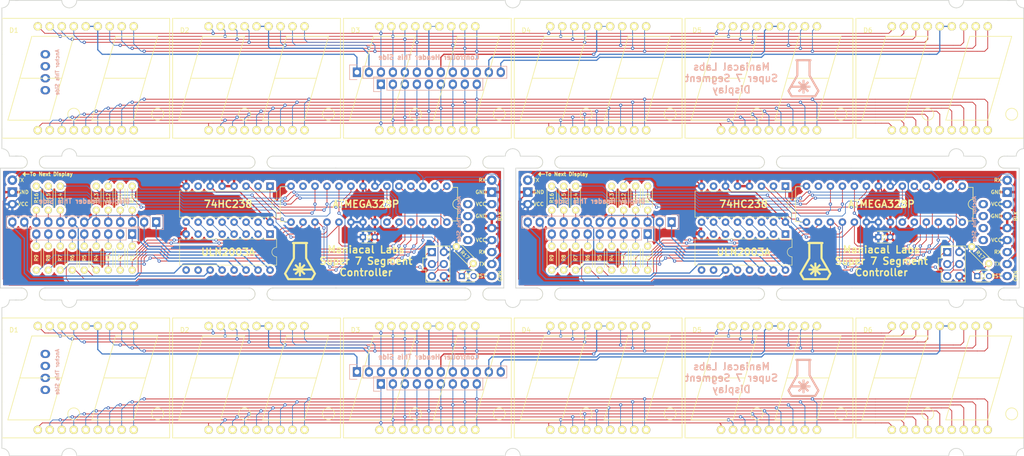
<source format=kicad_pcb>
(kicad_pcb (version 4) (host pcbnew 4.0.4-1.fc25-product)
  (layers (0 F.Cu signal) (31 B.Cu signal) (34 B.Paste user) (35 F.Paste user) (36 B.SilkS user) (37 F.SilkS user) (38 B.Mask user) (39 F.Mask user) (44 Edge.Cuts user))
  (net 0 "")
  (net 1 GND)
  (net 2 VCC)
  (net 3 PC6)
  (net 4 RESET)
  (net 5 RX)
  (net 6 TX)
  (net 7 "Net-(IC1-Pad4)")
  (net 8 "Net-(IC1-Pad5)")
  (net 9 "Net-(IC1-Pad9)")
  (net 10 "Net-(IC1-Pad10)")
  (net 11 DC_1)
  (net 12 DC_2)
  (net 13 DC_3)
  (net 14 "Net-(IC1-Pad14)")
  (net 15 "Net-(IC1-Pad15)")
  (net 16 "Net-(IC1-Pad16)")
  (net 17 MOSI)
  (net 18 MISO)
  (net 19 SCK)
  (net 20 "Net-(IC1-Pad23)")
  (net 21 "Net-(IC1-Pad24)")
  (net 22 "Net-(IC1-Pad25)")
  (net 23 "Net-(IC1-Pad26)")
  (net 24 "Net-(IC1-Pad27)")
  (net 25 "Net-(IC1-Pad28)")
  (net 26 DC_A)
  (net 27 DC_B)
  (net 28 DC_C)
  (net 29 "Net-(IC1-Pad13)")
  (net 30 H_F1)
  (net 31 H_G1)
  (net 32 H_A1)
  (net 33 H_B1)
  (net 34 DC_4)
  (net 35 H_F2)
  (net 36 H_A2)
  (net 37 H_B2)
  (net 38 DC_5)
  (net 39 DC_6)
  (net 40 H_E1)
  (net 41 H_D1)
  (net 42 H_C1)
  (net 43 H_DP1)
  (net 44 H_E2)
  (net 45 H_D2)
  (net 46 H_G2)
  (net 47 H_C2)
  (net 48 H_DP2)
  (net 49 "Net-(IC2-Pad9)")
  (net 50 "Net-(IC2-Pad10)")
  (net 51 "Net-(IC2-Pad11)")
  (net 52 "Net-(IC2-Pad12)")
  (net 53 "Net-(IC2-Pad13)")
  (net 54 "Net-(IC2-Pad14)")
  (net 55 "Net-(IC2-Pad7)")
  (net 56 "Net-(IC2-Pad15)")
  (net 57 "Net-(U1-Pad9)")
  (net 58 "Net-(U1-Pad10)")
  (net 59 E1)
  (net 60 D1)
  (net 61 C1)
  (net 62 DP1)
  (net 63 E2)
  (net 64 D2)
  (net 65 G2)
  (net 66 C2)
  (net 67 DP2)
  (net 68 F1)
  (net 69 G1)
  (net 70 A1)
  (net 71 B1)
  (net 72 F2)
  (net 73 A2)
  (net 74 B2)
  (net 75 DIG1)
  (net 76 DIG2)
  (net 77 DIG3)
  (net 78 DIG4)
  (net 79 DIG5)
  (net 80 DIG6)
  (module misc:mouse-bite-2.54mm-slot (layer F.Cu) (at 260.35 143.51)
    (fp_text reference mouse-bite-2.54mm-slot hide)
    (fp_text value VAL** hide)
    (pad "" np_thru_hole circle (at 0 -1.1) (size 0.5 0.5) (drill 0.5) (layers *.Cu *.Mask))
    (pad "" np_thru_hole circle (at 0 1.1) (size 0.5 0.5) (drill 0.5) (layers *.Cu *.Mask))
    (pad "" np_thru_hole circle (at 0.8 -1.1) (size 0.5 0.5) (drill 0.5) (layers *.Cu *.Mask))
    (pad "" np_thru_hole circle (at -0.8 -1.1) (size 0.5 0.5) (drill 0.5) (layers *.Cu *.Mask))
    (pad "" np_thru_hole circle (at -0.8 1.1) (size 0.5 0.5) (drill 0.5) (layers *.Cu *.Mask))
    (pad "" np_thru_hole circle (at 0.8 1.1) (size 0.5 0.5) (drill 0.5) (layers *.Cu *.Mask))
  )
  (module misc:mouse-bite-2.54mm-slot (layer F.Cu) (at 260.35 115.57)
    (fp_text reference mouse-bite-2.54mm-slot hide)
    (fp_text value VAL** hide)
    (pad "" np_thru_hole circle (at 0 -1.1) (size 0.5 0.5) (drill 0.5) (layers *.Cu *.Mask))
    (pad "" np_thru_hole circle (at 0 1.1) (size 0.5 0.5) (drill 0.5) (layers *.Cu *.Mask))
    (pad "" np_thru_hole circle (at 0.8 -1.1) (size 0.5 0.5) (drill 0.5) (layers *.Cu *.Mask))
    (pad "" np_thru_hole circle (at -0.8 -1.1) (size 0.5 0.5) (drill 0.5) (layers *.Cu *.Mask))
    (pad "" np_thru_hole circle (at -0.8 1.1) (size 0.5 0.5) (drill 0.5) (layers *.Cu *.Mask))
    (pad "" np_thru_hole circle (at 0.8 1.1) (size 0.5 0.5) (drill 0.5) (layers *.Cu *.Mask))
  )
  (module misc:mouse-bite-2.54mm-slot (layer F.Cu) (at 152.4 143.51)
    (fp_text reference mouse-bite-2.54mm-slot hide)
    (fp_text value VAL** hide)
    (pad "" np_thru_hole circle (at 0 -1.1) (size 0.5 0.5) (drill 0.5) (layers *.Cu *.Mask))
    (pad "" np_thru_hole circle (at 0 1.1) (size 0.5 0.5) (drill 0.5) (layers *.Cu *.Mask))
    (pad "" np_thru_hole circle (at 0.8 -1.1) (size 0.5 0.5) (drill 0.5) (layers *.Cu *.Mask))
    (pad "" np_thru_hole circle (at -0.8 -1.1) (size 0.5 0.5) (drill 0.5) (layers *.Cu *.Mask))
    (pad "" np_thru_hole circle (at -0.8 1.1) (size 0.5 0.5) (drill 0.5) (layers *.Cu *.Mask))
    (pad "" np_thru_hole circle (at 0.8 1.1) (size 0.5 0.5) (drill 0.5) (layers *.Cu *.Mask))
  )
  (module misc:mouse-bite-2.54mm-slot (layer F.Cu) (at 152.4 115.57)
    (fp_text reference mouse-bite-2.54mm-slot hide)
    (fp_text value VAL** hide)
    (pad "" np_thru_hole circle (at 0 -1.1) (size 0.5 0.5) (drill 0.5) (layers *.Cu *.Mask))
    (pad "" np_thru_hole circle (at 0 1.1) (size 0.5 0.5) (drill 0.5) (layers *.Cu *.Mask))
    (pad "" np_thru_hole circle (at 0.8 -1.1) (size 0.5 0.5) (drill 0.5) (layers *.Cu *.Mask))
    (pad "" np_thru_hole circle (at -0.8 -1.1) (size 0.5 0.5) (drill 0.5) (layers *.Cu *.Mask))
    (pad "" np_thru_hole circle (at -0.8 1.1) (size 0.5 0.5) (drill 0.5) (layers *.Cu *.Mask))
    (pad "" np_thru_hole circle (at 0.8 1.1) (size 0.5 0.5) (drill 0.5) (layers *.Cu *.Mask))
  )
  (module misc:mouse-bite-2.54mm-slot (layer F.Cu) (at 307.34 115.57)
    (fp_text reference mouse-bite-2.54mm-slot hide)
    (fp_text value VAL** hide)
    (pad "" np_thru_hole circle (at 0 -1.1) (size 0.5 0.5) (drill 0.5) (layers *.Cu *.Mask))
    (pad "" np_thru_hole circle (at 0 1.1) (size 0.5 0.5) (drill 0.5) (layers *.Cu *.Mask))
    (pad "" np_thru_hole circle (at 0.8 -1.1) (size 0.5 0.5) (drill 0.5) (layers *.Cu *.Mask))
    (pad "" np_thru_hole circle (at -0.8 -1.1) (size 0.5 0.5) (drill 0.5) (layers *.Cu *.Mask))
    (pad "" np_thru_hole circle (at -0.8 1.1) (size 0.5 0.5) (drill 0.5) (layers *.Cu *.Mask))
    (pad "" np_thru_hole circle (at 0.8 1.1) (size 0.5 0.5) (drill 0.5) (layers *.Cu *.Mask))
  )
  (module misc:mouse-bite-2.54mm-slot (layer F.Cu) (at 307.34 143.51)
    (fp_text reference mouse-bite-2.54mm-slot hide)
    (fp_text value VAL** hide)
    (pad "" np_thru_hole circle (at 0 -1.1) (size 0.5 0.5) (drill 0.5) (layers *.Cu *.Mask))
    (pad "" np_thru_hole circle (at 0 1.1) (size 0.5 0.5) (drill 0.5) (layers *.Cu *.Mask))
    (pad "" np_thru_hole circle (at 0.8 -1.1) (size 0.5 0.5) (drill 0.5) (layers *.Cu *.Mask))
    (pad "" np_thru_hole circle (at -0.8 -1.1) (size 0.5 0.5) (drill 0.5) (layers *.Cu *.Mask))
    (pad "" np_thru_hole circle (at -0.8 1.1) (size 0.5 0.5) (drill 0.5) (layers *.Cu *.Mask))
    (pad "" np_thru_hole circle (at 0.8 1.1) (size 0.5 0.5) (drill 0.5) (layers *.Cu *.Mask))
  )
  (module misc:mouse-bite-2.54mm-slot (layer F.Cu) (at 213.36 143.51)
    (fp_text reference mouse-bite-2.54mm-slot hide)
    (fp_text value VAL** hide)
    (pad "" np_thru_hole circle (at 0 -1.1) (size 0.5 0.5) (drill 0.5) (layers *.Cu *.Mask))
    (pad "" np_thru_hole circle (at 0 1.1) (size 0.5 0.5) (drill 0.5) (layers *.Cu *.Mask))
    (pad "" np_thru_hole circle (at 0.8 -1.1) (size 0.5 0.5) (drill 0.5) (layers *.Cu *.Mask))
    (pad "" np_thru_hole circle (at -0.8 -1.1) (size 0.5 0.5) (drill 0.5) (layers *.Cu *.Mask))
    (pad "" np_thru_hole circle (at -0.8 1.1) (size 0.5 0.5) (drill 0.5) (layers *.Cu *.Mask))
    (pad "" np_thru_hole circle (at 0.8 1.1) (size 0.5 0.5) (drill 0.5) (layers *.Cu *.Mask))
  )
  (module misc:mouse-bite-2.54mm-slot (layer F.Cu) (at 213.36 115.57)
    (fp_text reference mouse-bite-2.54mm-slot hide)
    (fp_text value VAL** hide)
    (pad "" np_thru_hole circle (at 0 -1.1) (size 0.5 0.5) (drill 0.5) (layers *.Cu *.Mask))
    (pad "" np_thru_hole circle (at 0 1.1) (size 0.5 0.5) (drill 0.5) (layers *.Cu *.Mask))
    (pad "" np_thru_hole circle (at 0.8 -1.1) (size 0.5 0.5) (drill 0.5) (layers *.Cu *.Mask))
    (pad "" np_thru_hole circle (at -0.8 -1.1) (size 0.5 0.5) (drill 0.5) (layers *.Cu *.Mask))
    (pad "" np_thru_hole circle (at -0.8 1.1) (size 0.5 0.5) (drill 0.5) (layers *.Cu *.Mask))
    (pad "" np_thru_hole circle (at 0.8 1.1) (size 0.5 0.5) (drill 0.5) (layers *.Cu *.Mask))
  )
  (module misc:mouse-bite-2.54mm-slot (layer F.Cu) (at 198.12 115.57)
    (fp_text reference mouse-bite-2.54mm-slot hide)
    (fp_text value VAL** hide)
    (pad "" np_thru_hole circle (at 0 -1.1) (size 0.5 0.5) (drill 0.5) (layers *.Cu *.Mask))
    (pad "" np_thru_hole circle (at 0 1.1) (size 0.5 0.5) (drill 0.5) (layers *.Cu *.Mask))
    (pad "" np_thru_hole circle (at 0.8 -1.1) (size 0.5 0.5) (drill 0.5) (layers *.Cu *.Mask))
    (pad "" np_thru_hole circle (at -0.8 -1.1) (size 0.5 0.5) (drill 0.5) (layers *.Cu *.Mask))
    (pad "" np_thru_hole circle (at -0.8 1.1) (size 0.5 0.5) (drill 0.5) (layers *.Cu *.Mask))
    (pad "" np_thru_hole circle (at 0.8 1.1) (size 0.5 0.5) (drill 0.5) (layers *.Cu *.Mask))
  )
  (module misc:mouse-bite-2.54mm-slot (layer F.Cu) (at 198.12 143.51)
    (fp_text reference mouse-bite-2.54mm-slot hide)
    (fp_text value VAL** hide)
    (pad "" np_thru_hole circle (at 0 -1.1) (size 0.5 0.5) (drill 0.5) (layers *.Cu *.Mask))
    (pad "" np_thru_hole circle (at 0 1.1) (size 0.5 0.5) (drill 0.5) (layers *.Cu *.Mask))
    (pad "" np_thru_hole circle (at 0.8 -1.1) (size 0.5 0.5) (drill 0.5) (layers *.Cu *.Mask))
    (pad "" np_thru_hole circle (at -0.8 -1.1) (size 0.5 0.5) (drill 0.5) (layers *.Cu *.Mask))
    (pad "" np_thru_hole circle (at -0.8 1.1) (size 0.5 0.5) (drill 0.5) (layers *.Cu *.Mask))
    (pad "" np_thru_hole circle (at 0.8 1.1) (size 0.5 0.5) (drill 0.5) (layers *.Cu *.Mask))
  )
  (module misc:mouse-bite-2.54mm-slot (layer F.Cu) (at 104.14 143.51)
    (fp_text reference mouse-bite-2.54mm-slot hide)
    (fp_text value VAL** hide)
    (pad "" np_thru_hole circle (at 0 -1.1) (size 0.5 0.5) (drill 0.5) (layers *.Cu *.Mask))
    (pad "" np_thru_hole circle (at 0 1.1) (size 0.5 0.5) (drill 0.5) (layers *.Cu *.Mask))
    (pad "" np_thru_hole circle (at 0.8 -1.1) (size 0.5 0.5) (drill 0.5) (layers *.Cu *.Mask))
    (pad "" np_thru_hole circle (at -0.8 -1.1) (size 0.5 0.5) (drill 0.5) (layers *.Cu *.Mask))
    (pad "" np_thru_hole circle (at -0.8 1.1) (size 0.5 0.5) (drill 0.5) (layers *.Cu *.Mask))
    (pad "" np_thru_hole circle (at 0.8 1.1) (size 0.5 0.5) (drill 0.5) (layers *.Cu *.Mask))
  )
  (module Capacitors_ThroughHole:C_Disc_D3_P2.5 (layer F.Cu) (at 173.99 131.445)
    (fp_text reference C1 (at 1.27 0 90) (layer F.SilkS) (effects (font (size 0.762 0.762))))
    (fp_text value 0.1uF hide)
    (pad 1 thru_hole rect (at 0 0) (size 1.3 1.3) (drill 0.8) (layers *.Cu *.Mask) (net 2 VCC))
    (pad 2 thru_hole circle (at 2.5 0) (size 1.3 1.3) (drill 0.8001) (layers *.Cu *.Mask) (net 1 GND))
  )
  (module footprints:DIP28 (layer F.Cu) (at 191.77 120.65 270)
    (fp_text reference IC1 hide)
    (fp_text value ATMEGA328P-P hide)
    (pad 1 thru_hole oval (at 0 0 270) (size 1.6 1.6) (drill 0.8) (layers *.Cu *.Mask) (net 3 PC6))
    (pad 2 thru_hole oval (at 0 2.54 270) (size 1.6 1.6) (drill 0.8) (layers *.Cu *.Mask) (net 5 RX))
    (pad 3 thru_hole oval (at 0 5.08 270) (size 1.6 1.6) (drill 0.8) (layers *.Cu *.Mask) (net 6 TX))
    (pad 4 thru_hole oval (at 0 7.62 270) (size 1.6 1.6) (drill 0.8) (layers *.Cu *.Mask) (net 7 "Net-(IC1-Pad4)"))
    (pad 5 thru_hole oval (at 0 10.16 270) (size 1.6 1.6) (drill 0.8) (layers *.Cu *.Mask) (net 8 "Net-(IC1-Pad5)"))
    (pad 6 thru_hole oval (at 0 12.7 270) (size 1.6 1.6) (drill 0.8) (layers *.Cu *.Mask) (net 26 DC_A))
    (pad 7 thru_hole oval (at 0 15.24 270) (size 1.6 1.6) (drill 0.8) (layers *.Cu *.Mask) (net 2 VCC))
    (pad 8 thru_hole oval (at 0 17.78 270) (size 1.6 1.6) (drill 0.8) (layers *.Cu *.Mask) (net 1 GND))
    (pad 9 thru_hole oval (at 0 20.32 270) (size 1.6 1.6) (drill 0.8) (layers *.Cu *.Mask) (net 9 "Net-(IC1-Pad9)"))
    (pad 10 thru_hole oval (at 0 22.86 270) (size 1.6 1.6) (drill 0.8) (layers *.Cu *.Mask) (net 10 "Net-(IC1-Pad10)"))
    (pad 11 thru_hole oval (at 0 25.4 270) (size 1.6 1.6) (drill 0.8) (layers *.Cu *.Mask) (net 27 DC_B))
    (pad 12 thru_hole oval (at 0 27.94 270) (size 1.6 1.6) (drill 0.8) (layers *.Cu *.Mask) (net 28 DC_C))
    (pad 13 thru_hole oval (at 0 30.48 270) (size 1.6 1.6) (drill 0.8) (layers *.Cu *.Mask) (net 29 "Net-(IC1-Pad13)"))
    (pad 14 thru_hole oval (at 0 33.02 270) (size 1.6 1.6) (drill 0.8) (layers *.Cu *.Mask) (net 14 "Net-(IC1-Pad14)"))
    (pad 15 thru_hole oval (at 7.62 33.02 270) (size 1.6 1.6) (drill 0.8) (layers *.Cu *.Mask) (net 15 "Net-(IC1-Pad15)"))
    (pad 16 thru_hole oval (at 7.62 30.48 270) (size 1.6 1.6) (drill 0.8) (layers *.Cu *.Mask) (net 16 "Net-(IC1-Pad16)"))
    (pad 17 thru_hole oval (at 7.62 27.94 270) (size 1.6 1.6) (drill 0.8) (layers *.Cu *.Mask) (net 17 MOSI))
    (pad 18 thru_hole oval (at 7.62 25.4 270) (size 1.6 1.6) (drill 0.8) (layers *.Cu *.Mask) (net 18 MISO))
    (pad 19 thru_hole oval (at 7.62 22.86 270) (size 1.6 1.6) (drill 0.8) (layers *.Cu *.Mask) (net 19 SCK))
    (pad 20 thru_hole oval (at 7.62 20.32 270) (size 1.6 1.6) (drill 0.8) (layers *.Cu *.Mask) (net 2 VCC))
    (pad 21 thru_hole oval (at 7.62 17.78 270) (size 1.6 1.6) (drill 0.8) (layers *.Cu *.Mask) (net 2 VCC))
    (pad 22 thru_hole oval (at 7.62 15.24 270) (size 1.6 1.6) (drill 0.8) (layers *.Cu *.Mask) (net 1 GND))
    (pad 23 thru_hole oval (at 7.62 12.7 270) (size 1.6 1.6) (drill 0.8) (layers *.Cu *.Mask) (net 20 "Net-(IC1-Pad23)"))
    (pad 24 thru_hole oval (at 7.62 10.16 270) (size 1.6 1.6) (drill 0.8) (layers *.Cu *.Mask) (net 21 "Net-(IC1-Pad24)"))
    (pad 25 thru_hole oval (at 7.62 7.62 270) (size 1.6 1.6) (drill 0.8) (layers *.Cu *.Mask) (net 22 "Net-(IC1-Pad25)"))
    (pad 26 thru_hole oval (at 7.62 5.08 270) (size 1.6 1.6) (drill 0.8) (layers *.Cu *.Mask) (net 23 "Net-(IC1-Pad26)"))
    (pad 27 thru_hole oval (at 7.62 2.54 270) (size 1.6 1.6) (drill 0.8) (layers *.Cu *.Mask) (net 24 "Net-(IC1-Pad27)"))
    (pad 28 thru_hole oval (at 7.62 0 270) (size 1.6 1.6) (drill 0.8) (layers *.Cu *.Mask) (net 25 "Net-(IC1-Pad28)"))
  )
  (module Capacitors_ThroughHole:C_Disc_D3_P2.5 (layer F.Cu) (at 194.945 139.7)
    (fp_text reference C2 (at 1.27 0 90) (layer F.SilkS) (effects (font (size 0.762 0.762))))
    (fp_text value 0.1uF hide)
    (pad 1 thru_hole rect (at 0 0) (size 1.3 1.3) (drill 0.8) (layers *.Cu *.Mask) (net 3 PC6))
    (pad 2 thru_hole circle (at 2.5 0) (size 1.3 1.3) (drill 0.8001) (layers *.Cu *.Mask) (net 4 RESET))
  )
  (module footprints:ICSP (layer F.Cu) (at 191.135 134.62 270)
    (fp_text reference CON1 hide)
    (fp_text value AVR-ISP-6 hide)
    (pad 1 thru_hole rect (at 0 2.54 270) (size 1.7272 1.7272) (drill 1.016) (layers *.Cu *.Mask) (net 18 MISO))
    (pad 2 thru_hole oval (at 0 0 270) (size 1.7272 1.7272) (drill 1.016) (layers *.Cu *.Mask) (net 2 VCC))
    (pad 4 thru_hole oval (at 2.54 0 270) (size 1.7272 1.7272) (drill 1.016) (layers *.Cu *.Mask) (net 17 MOSI))
    (pad 3 thru_hole oval (at 2.54 2.54 270) (size 1.7272 1.7272) (drill 1.016) (layers *.Cu *.Mask) (net 19 SCK))
    (pad 6 thru_hole oval (at 5.08 0 270) (size 1.7272 1.7272) (drill 1.016) (layers *.Cu *.Mask) (net 1 GND))
    (pad 5 thru_hole oval (at 5.08 2.54 270) (size 1.7272 1.7272) (drill 1.016) (layers *.Cu *.Mask) (net 3 PC6))
  )
  (module Socket_Strips:Socket_Strip_Straight_1x13 (layer B.Cu) (at 130.175 128.27 180)
    (fp_text reference P3 hide)
    (fp_text value CONN_01X13 hide)
    (pad 1 thru_hole rect (at 0 0 180) (size 1.7272 2.032) (drill 1.016) (layers *.Cu *.Mask) (net 11 DC_1))
    (pad 2 thru_hole oval (at 2.54 0 180) (size 1.7272 2.032) (drill 1.016) (layers *.Cu *.Mask) (net 12 DC_2))
    (pad 3 thru_hole oval (at 5.08 0 180) (size 1.7272 2.032) (drill 1.016) (layers *.Cu *.Mask) (net 30 H_F1))
    (pad 4 thru_hole oval (at 7.62 0 180) (size 1.7272 2.032) (drill 1.016) (layers *.Cu *.Mask) (net 31 H_G1))
    (pad 5 thru_hole oval (at 10.16 0 180) (size 1.7272 2.032) (drill 1.016) (layers *.Cu *.Mask) (net 32 H_A1))
    (pad 6 thru_hole oval (at 12.7 0 180) (size 1.7272 2.032) (drill 1.016) (layers *.Cu *.Mask) (net 33 H_B1))
    (pad 7 thru_hole oval (at 15.24 0 180) (size 1.7272 2.032) (drill 1.016) (layers *.Cu *.Mask) (net 13 DC_3))
    (pad 8 thru_hole oval (at 17.78 0 180) (size 1.7272 2.032) (drill 1.016) (layers *.Cu *.Mask) (net 34 DC_4))
    (pad 9 thru_hole oval (at 20.32 0 180) (size 1.7272 2.032) (drill 1.016) (layers *.Cu *.Mask) (net 35 H_F2))
    (pad 10 thru_hole oval (at 22.86 0 180) (size 1.7272 2.032) (drill 1.016) (layers *.Cu *.Mask) (net 36 H_A2))
    (pad 11 thru_hole oval (at 25.4 0 180) (size 1.7272 2.032) (drill 1.016) (layers *.Cu *.Mask) (net 37 H_B2))
    (pad 12 thru_hole oval (at 27.94 0 180) (size 1.7272 2.032) (drill 1.016) (layers *.Cu *.Mask) (net 38 DC_5))
    (pad 13 thru_hole oval (at 30.48 0 180) (size 1.7272 2.032) (drill 1.016) (layers *.Cu *.Mask) (net 39 DC_6))
  )
  (module Socket_Strips:Socket_Strip_Straight_1x09 (layer B.Cu) (at 125.095 130.81 180)
    (fp_text reference P4 hide)
    (fp_text value CONN_01X09 hide)
    (pad 1 thru_hole rect (at 0 0 180) (size 1.7272 2.032) (drill 1.016) (layers *.Cu *.Mask) (net 40 H_E1))
    (pad 2 thru_hole oval (at 2.54 0 180) (size 1.7272 2.032) (drill 1.016) (layers *.Cu *.Mask) (net 41 H_D1))
    (pad 3 thru_hole oval (at 5.08 0 180) (size 1.7272 2.032) (drill 1.016) (layers *.Cu *.Mask) (net 42 H_C1))
    (pad 4 thru_hole oval (at 7.62 0 180) (size 1.7272 2.032) (drill 1.016) (layers *.Cu *.Mask) (net 43 H_DP1))
    (pad 5 thru_hole oval (at 10.16 0 180) (size 1.7272 2.032) (drill 1.016) (layers *.Cu *.Mask) (net 44 H_E2))
    (pad 6 thru_hole oval (at 12.7 0 180) (size 1.7272 2.032) (drill 1.016) (layers *.Cu *.Mask) (net 45 H_D2))
    (pad 7 thru_hole oval (at 15.24 0 180) (size 1.7272 2.032) (drill 1.016) (layers *.Cu *.Mask) (net 46 H_G2))
    (pad 8 thru_hole oval (at 17.78 0 180) (size 1.7272 2.032) (drill 1.016) (layers *.Cu *.Mask) (net 47 H_C2))
    (pad 9 thru_hole oval (at 20.32 0 180) (size 1.7272 2.032) (drill 1.016) (layers *.Cu *.Mask) (net 48 H_DP2))
  )
  (module footprints:0.125_Resistor (layer F.Cu) (at 125.095 135.89 90)
    (fp_text reference R1 (at 0 0 90) (layer F.SilkS) (effects (font (size 0.75 0.75))))
    (fp_text value 120 hide)
    (pad 2 thru_hole circle (at 2.54 0 90) (size 1.524 1.524) (drill 0.762) (layers *.Cu *.Mask F.SilkS) (net 40 H_E1))
    (pad 1 thru_hole circle (at -2.54 0 90) (size 1.524 1.524) (drill 0.762) (layers *.Cu *.Mask F.SilkS) (net 18 MISO))
  )
  (module footprints:0.125_Resistor (layer F.Cu) (at 122.555 135.89 90)
    (fp_text reference R2 (at 0 0 90) (layer F.SilkS) (effects (font (size 0.75 0.75))))
    (fp_text value 120 hide)
    (pad 2 thru_hole circle (at 2.54 0 90) (size 1.524 1.524) (drill 0.762) (layers *.Cu *.Mask F.SilkS) (net 41 H_D1))
    (pad 1 thru_hole circle (at -2.54 0 90) (size 1.524 1.524) (drill 0.762) (layers *.Cu *.Mask F.SilkS) (net 17 MOSI))
  )
  (module footprints:0.125_Resistor (layer F.Cu) (at 120.015 135.89 90)
    (fp_text reference R3 (at 0 0 90) (layer F.SilkS) (effects (font (size 0.75 0.75))))
    (fp_text value 120 hide)
    (pad 2 thru_hole circle (at 2.54 0 90) (size 1.524 1.524) (drill 0.762) (layers *.Cu *.Mask F.SilkS) (net 42 H_C1))
    (pad 1 thru_hole circle (at -2.54 0 90) (size 1.524 1.524) (drill 0.762) (layers *.Cu *.Mask F.SilkS) (net 16 "Net-(IC1-Pad16)"))
  )
  (module footprints:0.125_Resistor (layer F.Cu) (at 117.475 135.89 90)
    (fp_text reference R4 (at 0 0 90) (layer F.SilkS) (effects (font (size 0.75 0.75))))
    (fp_text value 120 hide)
    (pad 2 thru_hole circle (at 2.54 0 90) (size 1.524 1.524) (drill 0.762) (layers *.Cu *.Mask F.SilkS) (net 43 H_DP1))
    (pad 1 thru_hole circle (at -2.54 0 90) (size 1.524 1.524) (drill 0.762) (layers *.Cu *.Mask F.SilkS) (net 10 "Net-(IC1-Pad10)"))
  )
  (module footprints:0.125_Resistor (layer F.Cu) (at 114.935 135.89 90)
    (fp_text reference R5 (at 0 0 90) (layer F.SilkS) (effects (font (size 0.75 0.75))))
    (fp_text value 120 hide)
    (pad 2 thru_hole circle (at 2.54 0 90) (size 1.524 1.524) (drill 0.762) (layers *.Cu *.Mask F.SilkS) (net 44 H_E2))
    (pad 1 thru_hole circle (at -2.54 0 90) (size 1.524 1.524) (drill 0.762) (layers *.Cu *.Mask F.SilkS) (net 24 "Net-(IC1-Pad27)"))
  )
  (module footprints:0.125_Resistor (layer F.Cu) (at 112.395 135.89 90)
    (fp_text reference R6 (at 0 0 90) (layer F.SilkS) (effects (font (size 0.75 0.75))))
    (fp_text value 120 hide)
    (pad 2 thru_hole circle (at 2.54 0 90) (size 1.524 1.524) (drill 0.762) (layers *.Cu *.Mask F.SilkS) (net 45 H_D2))
    (pad 1 thru_hole circle (at -2.54 0 90) (size 1.524 1.524) (drill 0.762) (layers *.Cu *.Mask F.SilkS) (net 23 "Net-(IC1-Pad26)"))
  )
  (module footprints:0.125_Resistor (layer F.Cu) (at 109.855 135.89 90)
    (fp_text reference R7 (at 0 0 90) (layer F.SilkS) (effects (font (size 0.75 0.75))))
    (fp_text value 120 hide)
    (pad 2 thru_hole circle (at 2.54 0 90) (size 1.524 1.524) (drill 0.762) (layers *.Cu *.Mask F.SilkS) (net 46 H_G2))
    (pad 1 thru_hole circle (at -2.54 0 90) (size 1.524 1.524) (drill 0.762) (layers *.Cu *.Mask F.SilkS) (net 7 "Net-(IC1-Pad4)"))
  )
  (module footprints:0.125_Resistor (layer F.Cu) (at 107.315 135.89 90)
    (fp_text reference R8 (at 0 0 90) (layer F.SilkS) (effects (font (size 0.75 0.75))))
    (fp_text value 120 hide)
    (pad 2 thru_hole circle (at 2.54 0 90) (size 1.524 1.524) (drill 0.762) (layers *.Cu *.Mask F.SilkS) (net 47 H_C2))
    (pad 1 thru_hole circle (at -2.54 0 90) (size 1.524 1.524) (drill 0.762) (layers *.Cu *.Mask F.SilkS) (net 22 "Net-(IC1-Pad25)"))
  )
  (module footprints:0.125_Resistor (layer F.Cu) (at 104.775 135.89 90)
    (fp_text reference R9 (at 0 0 90) (layer F.SilkS) (effects (font (size 0.75 0.75))))
    (fp_text value 120 hide)
    (pad 2 thru_hole circle (at 2.54 0 90) (size 1.524 1.524) (drill 0.762) (layers *.Cu *.Mask F.SilkS) (net 48 H_DP2))
    (pad 1 thru_hole circle (at -2.54 0 90) (size 1.524 1.524) (drill 0.762) (layers *.Cu *.Mask F.SilkS) (net 8 "Net-(IC1-Pad5)"))
  )
  (module footprints:0.125_Resistor (layer F.Cu) (at 125.095 123.19 270)
    (fp_text reference R10 (at 0 0 270) (layer F.SilkS) (effects (font (size 0.75 0.75))))
    (fp_text value 120 hide)
    (pad 2 thru_hole circle (at 2.54 0 270) (size 1.524 1.524) (drill 0.762) (layers *.Cu *.Mask F.SilkS) (net 30 H_F1))
    (pad 1 thru_hole circle (at -2.54 0 270) (size 1.524 1.524) (drill 0.762) (layers *.Cu *.Mask F.SilkS) (net 19 SCK))
  )
  (module footprints:0.125_Resistor (layer F.Cu) (at 122.555 123.19 270)
    (fp_text reference R11 (at 0 0 270) (layer F.SilkS) (effects (font (size 0.75 0.75))))
    (fp_text value 120 hide)
    (pad 2 thru_hole circle (at 2.54 0 270) (size 1.524 1.524) (drill 0.762) (layers *.Cu *.Mask F.SilkS) (net 31 H_G1))
    (pad 1 thru_hole circle (at -2.54 0 270) (size 1.524 1.524) (drill 0.762) (layers *.Cu *.Mask F.SilkS) (net 9 "Net-(IC1-Pad9)"))
  )
  (module footprints:0.125_Resistor (layer F.Cu) (at 120.015 123.19 270)
    (fp_text reference R12 (at 0 0 270) (layer F.SilkS) (effects (font (size 0.75 0.75))))
    (fp_text value 120 hide)
    (pad 2 thru_hole circle (at 2.54 0 270) (size 1.524 1.524) (drill 0.762) (layers *.Cu *.Mask F.SilkS) (net 32 H_A1))
    (pad 1 thru_hole circle (at -2.54 0 270) (size 1.524 1.524) (drill 0.762) (layers *.Cu *.Mask F.SilkS) (net 14 "Net-(IC1-Pad14)"))
  )
  (module footprints:0.125_Resistor (layer F.Cu) (at 117.475 123.19 270)
    (fp_text reference R13 (at 0 0 270) (layer F.SilkS) (effects (font (size 0.75 0.75))))
    (fp_text value 120 hide)
    (pad 2 thru_hole circle (at 2.54 0 270) (size 1.524 1.524) (drill 0.762) (layers *.Cu *.Mask F.SilkS) (net 33 H_B1))
    (pad 1 thru_hole circle (at -2.54 0 270) (size 1.524 1.524) (drill 0.762) (layers *.Cu *.Mask F.SilkS) (net 15 "Net-(IC1-Pad15)"))
  )
  (module footprints:0.125_Resistor (layer F.Cu) (at 109.855 123.19 270)
    (fp_text reference R14 (at 0 0 270) (layer F.SilkS) (effects (font (size 0.75 0.75))))
    (fp_text value 120 hide)
    (pad 2 thru_hole circle (at 2.54 0 270) (size 1.524 1.524) (drill 0.762) (layers *.Cu *.Mask F.SilkS) (net 35 H_F2))
    (pad 1 thru_hole circle (at -2.54 0 270) (size 1.524 1.524) (drill 0.762) (layers *.Cu *.Mask F.SilkS) (net 25 "Net-(IC1-Pad28)"))
  )
  (module footprints:0.125_Resistor (layer F.Cu) (at 107.315 123.19 270)
    (fp_text reference R15 (at 0 0 270) (layer F.SilkS) (effects (font (size 0.75 0.75))))
    (fp_text value 120 hide)
    (pad 2 thru_hole circle (at 2.54 0 270) (size 1.524 1.524) (drill 0.762) (layers *.Cu *.Mask F.SilkS) (net 36 H_A2))
    (pad 1 thru_hole circle (at -2.54 0 270) (size 1.524 1.524) (drill 0.762) (layers *.Cu *.Mask F.SilkS) (net 20 "Net-(IC1-Pad23)"))
  )
  (module footprints:0.125_Resistor (layer F.Cu) (at 104.775 123.19 270)
    (fp_text reference R16 (at 0 0 270) (layer F.SilkS) (effects (font (size 0.75 0.75))))
    (fp_text value 120 hide)
    (pad 2 thru_hole circle (at 2.54 0 270) (size 1.524 1.524) (drill 0.762) (layers *.Cu *.Mask F.SilkS) (net 37 H_B2))
    (pad 1 thru_hole circle (at -2.54 0 270) (size 1.524 1.524) (drill 0.762) (layers *.Cu *.Mask F.SilkS) (net 21 "Net-(IC1-Pad24)"))
  )
  (module footprints:0.125_Resistor (layer F.Cu) (at 195.58 135.255 315)
    (fp_text reference R17 (at 0 0 315) (layer F.SilkS) (effects (font (size 0.75 0.75))))
    (fp_text value 10k hide)
    (pad 2 thru_hole circle (at 2.54 0 315) (size 1.524 1.524) (drill 0.762) (layers *.Cu *.Mask F.SilkS) (net 3 PC6))
    (pad 1 thru_hole circle (at -2.54 0 315) (size 1.524 1.524) (drill 0.762) (layers *.Cu *.Mask F.SilkS) (net 2 VCC))
  )
  (module misc:Strip_1x06 (layer F.Cu) (at 201.295 127 270)
    (fp_text reference P5 hide)
    (fp_text value UART hide)
    (pad 1 thru_hole oval (at 0 0 270) (size 1.7272 2.032) (drill 1.016) (layers *.Cu *.Mask) (net 1 GND))
    (pad 2 thru_hole oval (at 2.54 0 270) (size 1.7272 2.032) (drill 1.016) (layers *.Cu *.Mask) (net 1 GND))
    (pad 3 thru_hole oval (at 5.08 0 270) (size 1.7272 2.032) (drill 1.016) (layers *.Cu *.Mask) (net 2 VCC))
    (pad 4 thru_hole oval (at 7.62 0 270) (size 1.7272 2.032) (drill 1.016) (layers *.Cu *.Mask) (net 5 RX))
    (pad 5 thru_hole oval (at 10.16 0 270) (size 1.7272 2.032) (drill 1.016) (layers *.Cu *.Mask) (net 6 TX))
    (pad 6 thru_hole oval (at 12.7 0 270) (size 1.7272 2.032) (drill 1.016) (layers *.Cu *.Mask) (net 4 RESET))
  )
  (module misc:Strip_1x02 (layer F.Cu) (at 201.295 121.92 90)
    (fp_text reference P6 hide)
    (fp_text value CONN_01X02 hide)
    (pad 1 thru_hole rect (at 0 0 90) (size 2.032 2.032) (drill 1.016) (layers *.Cu *.Mask) (net 1 GND))
    (pad 2 thru_hole oval (at 2.54 0 90) (size 2.032 2.032) (drill 1.016) (layers *.Cu *.Mask) (net 5 RX))
  )
  (module misc:Strip_1x02 (layer F.Cu) (at 99.695 121.92 90)
    (fp_text reference P7 hide)
    (fp_text value CONN_01X02 hide)
    (pad 1 thru_hole rect (at 0 0 90) (size 2.032 2.032) (drill 1.016) (layers *.Cu *.Mask) (net 1 GND))
    (pad 2 thru_hole oval (at 2.54 0 90) (size 2.032 2.032) (drill 1.016) (layers *.Cu *.Mask) (net 6 TX))
  )
  (module Housings_DIP:DIP-16_W7.62mm (layer F.Cu) (at 154.305 120.65 270)
    (fp_text reference IC2 hide)
    (fp_text value 74HC238 hide)
    (pad 1 thru_hole rect (at 0 0 270) (size 1.6 1.6) (drill 0.8) (layers *.Cu *.Mask) (net 26 DC_A))
    (pad 9 thru_hole oval (at 7.62 17.78 270) (size 1.6 1.6) (drill 0.8) (layers *.Cu *.Mask) (net 49 "Net-(IC2-Pad9)"))
    (pad 2 thru_hole oval (at 0 2.54 270) (size 1.6 1.6) (drill 0.8) (layers *.Cu *.Mask) (net 27 DC_B))
    (pad 10 thru_hole oval (at 7.62 15.24 270) (size 1.6 1.6) (drill 0.8) (layers *.Cu *.Mask) (net 50 "Net-(IC2-Pad10)"))
    (pad 3 thru_hole oval (at 0 5.08 270) (size 1.6 1.6) (drill 0.8) (layers *.Cu *.Mask) (net 28 DC_C))
    (pad 11 thru_hole oval (at 7.62 12.7 270) (size 1.6 1.6) (drill 0.8) (layers *.Cu *.Mask) (net 51 "Net-(IC2-Pad11)"))
    (pad 4 thru_hole oval (at 0 7.62 270) (size 1.6 1.6) (drill 0.8) (layers *.Cu *.Mask) (net 1 GND))
    (pad 12 thru_hole oval (at 7.62 10.16 270) (size 1.6 1.6) (drill 0.8) (layers *.Cu *.Mask) (net 52 "Net-(IC2-Pad12)"))
    (pad 5 thru_hole oval (at 0 10.16 270) (size 1.6 1.6) (drill 0.8) (layers *.Cu *.Mask) (net 1 GND))
    (pad 13 thru_hole oval (at 7.62 7.62 270) (size 1.6 1.6) (drill 0.8) (layers *.Cu *.Mask) (net 53 "Net-(IC2-Pad13)"))
    (pad 6 thru_hole oval (at 0 12.7 270) (size 1.6 1.6) (drill 0.8) (layers *.Cu *.Mask) (net 2 VCC))
    (pad 14 thru_hole oval (at 7.62 5.08 270) (size 1.6 1.6) (drill 0.8) (layers *.Cu *.Mask) (net 54 "Net-(IC2-Pad14)"))
    (pad 7 thru_hole oval (at 0 15.24 270) (size 1.6 1.6) (drill 0.8) (layers *.Cu *.Mask) (net 55 "Net-(IC2-Pad7)"))
    (pad 15 thru_hole oval (at 7.62 2.54 270) (size 1.6 1.6) (drill 0.8) (layers *.Cu *.Mask) (net 56 "Net-(IC2-Pad15)"))
    (pad 8 thru_hole oval (at 0 17.78 270) (size 1.6 1.6) (drill 0.8) (layers *.Cu *.Mask) (net 1 GND))
    (pad 16 thru_hole oval (at 7.62 0 270) (size 1.6 1.6) (drill 0.8) (layers *.Cu *.Mask) (net 2 VCC))
  )
  (module Housings_DIP:DIP-16_W7.62mm (layer F.Cu) (at 154.305 130.81 270)
    (fp_text reference U1 hide)
    (fp_text value ULN2003A hide)
    (pad 1 thru_hole rect (at 0 0 270) (size 1.6 1.6) (drill 0.8) (layers *.Cu *.Mask) (net 56 "Net-(IC2-Pad15)"))
    (pad 9 thru_hole oval (at 7.62 17.78 270) (size 1.6 1.6) (drill 0.8) (layers *.Cu *.Mask) (net 57 "Net-(U1-Pad9)"))
    (pad 2 thru_hole oval (at 0 2.54 270) (size 1.6 1.6) (drill 0.8) (layers *.Cu *.Mask) (net 54 "Net-(IC2-Pad14)"))
    (pad 10 thru_hole oval (at 7.62 15.24 270) (size 1.6 1.6) (drill 0.8) (layers *.Cu *.Mask) (net 58 "Net-(U1-Pad10)"))
    (pad 3 thru_hole oval (at 0 5.08 270) (size 1.6 1.6) (drill 0.8) (layers *.Cu *.Mask) (net 53 "Net-(IC2-Pad13)"))
    (pad 11 thru_hole oval (at 7.62 12.7 270) (size 1.6 1.6) (drill 0.8) (layers *.Cu *.Mask) (net 39 DC_6))
    (pad 4 thru_hole oval (at 0 7.62 270) (size 1.6 1.6) (drill 0.8) (layers *.Cu *.Mask) (net 52 "Net-(IC2-Pad12)"))
    (pad 12 thru_hole oval (at 7.62 10.16 270) (size 1.6 1.6) (drill 0.8) (layers *.Cu *.Mask) (net 38 DC_5))
    (pad 5 thru_hole oval (at 0 10.16 270) (size 1.6 1.6) (drill 0.8) (layers *.Cu *.Mask) (net 51 "Net-(IC2-Pad11)"))
    (pad 13 thru_hole oval (at 7.62 7.62 270) (size 1.6 1.6) (drill 0.8) (layers *.Cu *.Mask) (net 34 DC_4))
    (pad 6 thru_hole oval (at 0 12.7 270) (size 1.6 1.6) (drill 0.8) (layers *.Cu *.Mask) (net 50 "Net-(IC2-Pad10)"))
    (pad 14 thru_hole oval (at 7.62 5.08 270) (size 1.6 1.6) (drill 0.8) (layers *.Cu *.Mask) (net 13 DC_3))
    (pad 7 thru_hole oval (at 0 15.24 270) (size 1.6 1.6) (drill 0.8) (layers *.Cu *.Mask) (net 49 "Net-(IC2-Pad9)"))
    (pad 15 thru_hole oval (at 7.62 2.54 270) (size 1.6 1.6) (drill 0.8) (layers *.Cu *.Mask) (net 12 DC_2))
    (pad 8 thru_hole oval (at 0 17.78 270) (size 1.6 1.6) (drill 0.8) (layers *.Cu *.Mask) (net 1 GND))
    (pad 16 thru_hole oval (at 7.62 0 270) (size 1.6 1.6) (drill 0.8) (layers *.Cu *.Mask) (net 11 DC_1))
  )
  (module misc:Strip_1x04 (layer F.Cu) (at 196.215 132.08 90)
    (fp_text reference REF** hide)
    (fp_text value Socket_Strip_Straight_1x04 hide)
    (pad 1 thru_hole oval (at 0 0 90) (size 1.7272 2.032) (drill 1.016) (layers *.Cu *.Mask))
    (pad 2 thru_hole oval (at 2.54 0 90) (size 1.7272 2.032) (drill 1.016) (layers *.Cu *.Mask))
    (pad 3 thru_hole oval (at 5.08 0 90) (size 1.7272 2.032) (drill 1.016) (layers *.Cu *.Mask))
    (pad 4 thru_hole oval (at 7.62 0 90) (size 1.7272 2.032) (drill 1.016) (layers *.Cu *.Mask))
  )
  (module misc:Strip_1x01 (layer F.Cu) (at 201.295 124.46 90)
    (fp_text reference REF** hide)
    (fp_text value Socket_Strip_Straight_1x01 hide)
    (pad 1 thru_hole oval (at 0 0 90) (size 1.7272 2.032) (drill 1.016) (layers *.Cu *.Mask) (net 2 VCC))
  )
  (module misc:Strip_1x01 (layer F.Cu) (at 99.695 124.46 90)
    (fp_text reference REF** hide)
    (fp_text value Socket_Strip_Straight_1x01 hide)
    (pad 1 thru_hole oval (at 0 0 90) (size 1.7272 2.032) (drill 1.016) (layers *.Cu *.Mask) (net 2 VCC))
  )
  (module misc:logo_MLlabs_small (layer F.Cu) (at 160.655 136.525)
    (fp_text reference G*** hide)
    (fp_text value LOGO hide)
  )
  (module Capacitors_ThroughHole:C_Disc_D3_P2.5 (layer F.Cu) (at 283.21 131.445)
    (fp_text reference C1 (at 1.27 0 90) (layer F.SilkS) (effects (font (size 0.762 0.762))))
    (fp_text value 0.1uF hide)
    (pad 1 thru_hole rect (at 0 0) (size 1.3 1.3) (drill 0.8) (layers *.Cu *.Mask) (net 2 VCC))
    (pad 2 thru_hole circle (at 2.5 0) (size 1.3 1.3) (drill 0.8001) (layers *.Cu *.Mask) (net 1 GND))
  )
  (module footprints:DIP28 (layer F.Cu) (at 300.99 120.65 270)
    (fp_text reference IC1 hide)
    (fp_text value ATMEGA328P-P hide)
    (pad 1 thru_hole oval (at 0 0 270) (size 1.6 1.6) (drill 0.8) (layers *.Cu *.Mask) (net 3 PC6))
    (pad 2 thru_hole oval (at 0 2.54 270) (size 1.6 1.6) (drill 0.8) (layers *.Cu *.Mask) (net 5 RX))
    (pad 3 thru_hole oval (at 0 5.08 270) (size 1.6 1.6) (drill 0.8) (layers *.Cu *.Mask) (net 6 TX))
    (pad 4 thru_hole oval (at 0 7.62 270) (size 1.6 1.6) (drill 0.8) (layers *.Cu *.Mask) (net 7 "Net-(IC1-Pad4)"))
    (pad 5 thru_hole oval (at 0 10.16 270) (size 1.6 1.6) (drill 0.8) (layers *.Cu *.Mask) (net 8 "Net-(IC1-Pad5)"))
    (pad 6 thru_hole oval (at 0 12.7 270) (size 1.6 1.6) (drill 0.8) (layers *.Cu *.Mask) (net 26 DC_A))
    (pad 7 thru_hole oval (at 0 15.24 270) (size 1.6 1.6) (drill 0.8) (layers *.Cu *.Mask) (net 2 VCC))
    (pad 8 thru_hole oval (at 0 17.78 270) (size 1.6 1.6) (drill 0.8) (layers *.Cu *.Mask) (net 1 GND))
    (pad 9 thru_hole oval (at 0 20.32 270) (size 1.6 1.6) (drill 0.8) (layers *.Cu *.Mask) (net 9 "Net-(IC1-Pad9)"))
    (pad 10 thru_hole oval (at 0 22.86 270) (size 1.6 1.6) (drill 0.8) (layers *.Cu *.Mask) (net 10 "Net-(IC1-Pad10)"))
    (pad 11 thru_hole oval (at 0 25.4 270) (size 1.6 1.6) (drill 0.8) (layers *.Cu *.Mask) (net 27 DC_B))
    (pad 12 thru_hole oval (at 0 27.94 270) (size 1.6 1.6) (drill 0.8) (layers *.Cu *.Mask) (net 28 DC_C))
    (pad 13 thru_hole oval (at 0 30.48 270) (size 1.6 1.6) (drill 0.8) (layers *.Cu *.Mask) (net 29 "Net-(IC1-Pad13)"))
    (pad 14 thru_hole oval (at 0 33.02 270) (size 1.6 1.6) (drill 0.8) (layers *.Cu *.Mask) (net 14 "Net-(IC1-Pad14)"))
    (pad 15 thru_hole oval (at 7.62 33.02 270) (size 1.6 1.6) (drill 0.8) (layers *.Cu *.Mask) (net 15 "Net-(IC1-Pad15)"))
    (pad 16 thru_hole oval (at 7.62 30.48 270) (size 1.6 1.6) (drill 0.8) (layers *.Cu *.Mask) (net 16 "Net-(IC1-Pad16)"))
    (pad 17 thru_hole oval (at 7.62 27.94 270) (size 1.6 1.6) (drill 0.8) (layers *.Cu *.Mask) (net 17 MOSI))
    (pad 18 thru_hole oval (at 7.62 25.4 270) (size 1.6 1.6) (drill 0.8) (layers *.Cu *.Mask) (net 18 MISO))
    (pad 19 thru_hole oval (at 7.62 22.86 270) (size 1.6 1.6) (drill 0.8) (layers *.Cu *.Mask) (net 19 SCK))
    (pad 20 thru_hole oval (at 7.62 20.32 270) (size 1.6 1.6) (drill 0.8) (layers *.Cu *.Mask) (net 2 VCC))
    (pad 21 thru_hole oval (at 7.62 17.78 270) (size 1.6 1.6) (drill 0.8) (layers *.Cu *.Mask) (net 2 VCC))
    (pad 22 thru_hole oval (at 7.62 15.24 270) (size 1.6 1.6) (drill 0.8) (layers *.Cu *.Mask) (net 1 GND))
    (pad 23 thru_hole oval (at 7.62 12.7 270) (size 1.6 1.6) (drill 0.8) (layers *.Cu *.Mask) (net 20 "Net-(IC1-Pad23)"))
    (pad 24 thru_hole oval (at 7.62 10.16 270) (size 1.6 1.6) (drill 0.8) (layers *.Cu *.Mask) (net 21 "Net-(IC1-Pad24)"))
    (pad 25 thru_hole oval (at 7.62 7.62 270) (size 1.6 1.6) (drill 0.8) (layers *.Cu *.Mask) (net 22 "Net-(IC1-Pad25)"))
    (pad 26 thru_hole oval (at 7.62 5.08 270) (size 1.6 1.6) (drill 0.8) (layers *.Cu *.Mask) (net 23 "Net-(IC1-Pad26)"))
    (pad 27 thru_hole oval (at 7.62 2.54 270) (size 1.6 1.6) (drill 0.8) (layers *.Cu *.Mask) (net 24 "Net-(IC1-Pad27)"))
    (pad 28 thru_hole oval (at 7.62 0 270) (size 1.6 1.6) (drill 0.8) (layers *.Cu *.Mask) (net 25 "Net-(IC1-Pad28)"))
  )
  (module Capacitors_ThroughHole:C_Disc_D3_P2.5 (layer F.Cu) (at 304.165 139.7)
    (fp_text reference C2 (at 1.27 0 90) (layer F.SilkS) (effects (font (size 0.762 0.762))))
    (fp_text value 0.1uF hide)
    (pad 1 thru_hole rect (at 0 0) (size 1.3 1.3) (drill 0.8) (layers *.Cu *.Mask) (net 3 PC6))
    (pad 2 thru_hole circle (at 2.5 0) (size 1.3 1.3) (drill 0.8001) (layers *.Cu *.Mask) (net 4 RESET))
  )
  (module footprints:ICSP (layer F.Cu) (at 300.355 134.62 270)
    (fp_text reference CON1 hide)
    (fp_text value AVR-ISP-6 hide)
    (pad 1 thru_hole rect (at 0 2.54 270) (size 1.7272 1.7272) (drill 1.016) (layers *.Cu *.Mask) (net 18 MISO))
    (pad 2 thru_hole oval (at 0 0 270) (size 1.7272 1.7272) (drill 1.016) (layers *.Cu *.Mask) (net 2 VCC))
    (pad 4 thru_hole oval (at 2.54 0 270) (size 1.7272 1.7272) (drill 1.016) (layers *.Cu *.Mask) (net 17 MOSI))
    (pad 3 thru_hole oval (at 2.54 2.54 270) (size 1.7272 1.7272) (drill 1.016) (layers *.Cu *.Mask) (net 19 SCK))
    (pad 6 thru_hole oval (at 5.08 0 270) (size 1.7272 1.7272) (drill 1.016) (layers *.Cu *.Mask) (net 1 GND))
    (pad 5 thru_hole oval (at 5.08 2.54 270) (size 1.7272 1.7272) (drill 1.016) (layers *.Cu *.Mask) (net 3 PC6))
  )
  (module Socket_Strips:Socket_Strip_Straight_1x13 (layer B.Cu) (at 239.395 128.27 180)
    (fp_text reference P3 hide)
    (fp_text value CONN_01X13 hide)
    (pad 1 thru_hole rect (at 0 0 180) (size 1.7272 2.032) (drill 1.016) (layers *.Cu *.Mask) (net 11 DC_1))
    (pad 2 thru_hole oval (at 2.54 0 180) (size 1.7272 2.032) (drill 1.016) (layers *.Cu *.Mask) (net 12 DC_2))
    (pad 3 thru_hole oval (at 5.08 0 180) (size 1.7272 2.032) (drill 1.016) (layers *.Cu *.Mask) (net 30 H_F1))
    (pad 4 thru_hole oval (at 7.62 0 180) (size 1.7272 2.032) (drill 1.016) (layers *.Cu *.Mask) (net 31 H_G1))
    (pad 5 thru_hole oval (at 10.16 0 180) (size 1.7272 2.032) (drill 1.016) (layers *.Cu *.Mask) (net 32 H_A1))
    (pad 6 thru_hole oval (at 12.7 0 180) (size 1.7272 2.032) (drill 1.016) (layers *.Cu *.Mask) (net 33 H_B1))
    (pad 7 thru_hole oval (at 15.24 0 180) (size 1.7272 2.032) (drill 1.016) (layers *.Cu *.Mask) (net 13 DC_3))
    (pad 8 thru_hole oval (at 17.78 0 180) (size 1.7272 2.032) (drill 1.016) (layers *.Cu *.Mask) (net 34 DC_4))
    (pad 9 thru_hole oval (at 20.32 0 180) (size 1.7272 2.032) (drill 1.016) (layers *.Cu *.Mask) (net 35 H_F2))
    (pad 10 thru_hole oval (at 22.86 0 180) (size 1.7272 2.032) (drill 1.016) (layers *.Cu *.Mask) (net 36 H_A2))
    (pad 11 thru_hole oval (at 25.4 0 180) (size 1.7272 2.032) (drill 1.016) (layers *.Cu *.Mask) (net 37 H_B2))
    (pad 12 thru_hole oval (at 27.94 0 180) (size 1.7272 2.032) (drill 1.016) (layers *.Cu *.Mask) (net 38 DC_5))
    (pad 13 thru_hole oval (at 30.48 0 180) (size 1.7272 2.032) (drill 1.016) (layers *.Cu *.Mask) (net 39 DC_6))
  )
  (module Socket_Strips:Socket_Strip_Straight_1x09 (layer B.Cu) (at 234.315 130.81 180)
    (fp_text reference P4 hide)
    (fp_text value CONN_01X09 hide)
    (pad 1 thru_hole rect (at 0 0 180) (size 1.7272 2.032) (drill 1.016) (layers *.Cu *.Mask) (net 40 H_E1))
    (pad 2 thru_hole oval (at 2.54 0 180) (size 1.7272 2.032) (drill 1.016) (layers *.Cu *.Mask) (net 41 H_D1))
    (pad 3 thru_hole oval (at 5.08 0 180) (size 1.7272 2.032) (drill 1.016) (layers *.Cu *.Mask) (net 42 H_C1))
    (pad 4 thru_hole oval (at 7.62 0 180) (size 1.7272 2.032) (drill 1.016) (layers *.Cu *.Mask) (net 43 H_DP1))
    (pad 5 thru_hole oval (at 10.16 0 180) (size 1.7272 2.032) (drill 1.016) (layers *.Cu *.Mask) (net 44 H_E2))
    (pad 6 thru_hole oval (at 12.7 0 180) (size 1.7272 2.032) (drill 1.016) (layers *.Cu *.Mask) (net 45 H_D2))
    (pad 7 thru_hole oval (at 15.24 0 180) (size 1.7272 2.032) (drill 1.016) (layers *.Cu *.Mask) (net 46 H_G2))
    (pad 8 thru_hole oval (at 17.78 0 180) (size 1.7272 2.032) (drill 1.016) (layers *.Cu *.Mask) (net 47 H_C2))
    (pad 9 thru_hole oval (at 20.32 0 180) (size 1.7272 2.032) (drill 1.016) (layers *.Cu *.Mask) (net 48 H_DP2))
  )
  (module footprints:0.125_Resistor (layer F.Cu) (at 234.315 135.89 90)
    (fp_text reference R1 (at 0 0 90) (layer F.SilkS) (effects (font (size 0.75 0.75))))
    (fp_text value 120 hide)
    (pad 2 thru_hole circle (at 2.54 0 90) (size 1.524 1.524) (drill 0.762) (layers *.Cu *.Mask F.SilkS) (net 40 H_E1))
    (pad 1 thru_hole circle (at -2.54 0 90) (size 1.524 1.524) (drill 0.762) (layers *.Cu *.Mask F.SilkS) (net 18 MISO))
  )
  (module footprints:0.125_Resistor (layer F.Cu) (at 231.775 135.89 90)
    (fp_text reference R2 (at 0 0 90) (layer F.SilkS) (effects (font (size 0.75 0.75))))
    (fp_text value 120 hide)
    (pad 2 thru_hole circle (at 2.54 0 90) (size 1.524 1.524) (drill 0.762) (layers *.Cu *.Mask F.SilkS) (net 41 H_D1))
    (pad 1 thru_hole circle (at -2.54 0 90) (size 1.524 1.524) (drill 0.762) (layers *.Cu *.Mask F.SilkS) (net 17 MOSI))
  )
  (module footprints:0.125_Resistor (layer F.Cu) (at 229.235 135.89 90)
    (fp_text reference R3 (at 0 0 90) (layer F.SilkS) (effects (font (size 0.75 0.75))))
    (fp_text value 120 hide)
    (pad 2 thru_hole circle (at 2.54 0 90) (size 1.524 1.524) (drill 0.762) (layers *.Cu *.Mask F.SilkS) (net 42 H_C1))
    (pad 1 thru_hole circle (at -2.54 0 90) (size 1.524 1.524) (drill 0.762) (layers *.Cu *.Mask F.SilkS) (net 16 "Net-(IC1-Pad16)"))
  )
  (module footprints:0.125_Resistor (layer F.Cu) (at 226.695 135.89 90)
    (fp_text reference R4 (at 0 0 90) (layer F.SilkS) (effects (font (size 0.75 0.75))))
    (fp_text value 120 hide)
    (pad 2 thru_hole circle (at 2.54 0 90) (size 1.524 1.524) (drill 0.762) (layers *.Cu *.Mask F.SilkS) (net 43 H_DP1))
    (pad 1 thru_hole circle (at -2.54 0 90) (size 1.524 1.524) (drill 0.762) (layers *.Cu *.Mask F.SilkS) (net 10 "Net-(IC1-Pad10)"))
  )
  (module footprints:0.125_Resistor (layer F.Cu) (at 224.155 135.89 90)
    (fp_text reference R5 (at 0 0 90) (layer F.SilkS) (effects (font (size 0.75 0.75))))
    (fp_text value 120 hide)
    (pad 2 thru_hole circle (at 2.54 0 90) (size 1.524 1.524) (drill 0.762) (layers *.Cu *.Mask F.SilkS) (net 44 H_E2))
    (pad 1 thru_hole circle (at -2.54 0 90) (size 1.524 1.524) (drill 0.762) (layers *.Cu *.Mask F.SilkS) (net 24 "Net-(IC1-Pad27)"))
  )
  (module footprints:0.125_Resistor (layer F.Cu) (at 221.615 135.89 90)
    (fp_text reference R6 (at 0 0 90) (layer F.SilkS) (effects (font (size 0.75 0.75))))
    (fp_text value 120 hide)
    (pad 2 thru_hole circle (at 2.54 0 90) (size 1.524 1.524) (drill 0.762) (layers *.Cu *.Mask F.SilkS) (net 45 H_D2))
    (pad 1 thru_hole circle (at -2.54 0 90) (size 1.524 1.524) (drill 0.762) (layers *.Cu *.Mask F.SilkS) (net 23 "Net-(IC1-Pad26)"))
  )
  (module footprints:0.125_Resistor (layer F.Cu) (at 219.075 135.89 90)
    (fp_text reference R7 (at 0 0 90) (layer F.SilkS) (effects (font (size 0.75 0.75))))
    (fp_text value 120 hide)
    (pad 2 thru_hole circle (at 2.54 0 90) (size 1.524 1.524) (drill 0.762) (layers *.Cu *.Mask F.SilkS) (net 46 H_G2))
    (pad 1 thru_hole circle (at -2.54 0 90) (size 1.524 1.524) (drill 0.762) (layers *.Cu *.Mask F.SilkS) (net 7 "Net-(IC1-Pad4)"))
  )
  (module footprints:0.125_Resistor (layer F.Cu) (at 216.535 135.89 90)
    (fp_text reference R8 (at 0 0 90) (layer F.SilkS) (effects (font (size 0.75 0.75))))
    (fp_text value 120 hide)
    (pad 2 thru_hole circle (at 2.54 0 90) (size 1.524 1.524) (drill 0.762) (layers *.Cu *.Mask F.SilkS) (net 47 H_C2))
    (pad 1 thru_hole circle (at -2.54 0 90) (size 1.524 1.524) (drill 0.762) (layers *.Cu *.Mask F.SilkS) (net 22 "Net-(IC1-Pad25)"))
  )
  (module footprints:0.125_Resistor (layer F.Cu) (at 213.995 135.89 90)
    (fp_text reference R9 (at 0 0 90) (layer F.SilkS) (effects (font (size 0.75 0.75))))
    (fp_text value 120 hide)
    (pad 2 thru_hole circle (at 2.54 0 90) (size 1.524 1.524) (drill 0.762) (layers *.Cu *.Mask F.SilkS) (net 48 H_DP2))
    (pad 1 thru_hole circle (at -2.54 0 90) (size 1.524 1.524) (drill 0.762) (layers *.Cu *.Mask F.SilkS) (net 8 "Net-(IC1-Pad5)"))
  )
  (module footprints:0.125_Resistor (layer F.Cu) (at 234.315 123.19 270)
    (fp_text reference R10 (at 0 0 270) (layer F.SilkS) (effects (font (size 0.75 0.75))))
    (fp_text value 120 hide)
    (pad 2 thru_hole circle (at 2.54 0 270) (size 1.524 1.524) (drill 0.762) (layers *.Cu *.Mask F.SilkS) (net 30 H_F1))
    (pad 1 thru_hole circle (at -2.54 0 270) (size 1.524 1.524) (drill 0.762) (layers *.Cu *.Mask F.SilkS) (net 19 SCK))
  )
  (module footprints:0.125_Resistor (layer F.Cu) (at 231.775 123.19 270)
    (fp_text reference R11 (at 0 0 270) (layer F.SilkS) (effects (font (size 0.75 0.75))))
    (fp_text value 120 hide)
    (pad 2 thru_hole circle (at 2.54 0 270) (size 1.524 1.524) (drill 0.762) (layers *.Cu *.Mask F.SilkS) (net 31 H_G1))
    (pad 1 thru_hole circle (at -2.54 0 270) (size 1.524 1.524) (drill 0.762) (layers *.Cu *.Mask F.SilkS) (net 9 "Net-(IC1-Pad9)"))
  )
  (module footprints:0.125_Resistor (layer F.Cu) (at 229.235 123.19 270)
    (fp_text reference R12 (at 0 0 270) (layer F.SilkS) (effects (font (size 0.75 0.75))))
    (fp_text value 120 hide)
    (pad 2 thru_hole circle (at 2.54 0 270) (size 1.524 1.524) (drill 0.762) (layers *.Cu *.Mask F.SilkS) (net 32 H_A1))
    (pad 1 thru_hole circle (at -2.54 0 270) (size 1.524 1.524) (drill 0.762) (layers *.Cu *.Mask F.SilkS) (net 14 "Net-(IC1-Pad14)"))
  )
  (module footprints:0.125_Resistor (layer F.Cu) (at 226.695 123.19 270)
    (fp_text reference R13 (at 0 0 270) (layer F.SilkS) (effects (font (size 0.75 0.75))))
    (fp_text value 120 hide)
    (pad 2 thru_hole circle (at 2.54 0 270) (size 1.524 1.524) (drill 0.762) (layers *.Cu *.Mask F.SilkS) (net 33 H_B1))
    (pad 1 thru_hole circle (at -2.54 0 270) (size 1.524 1.524) (drill 0.762) (layers *.Cu *.Mask F.SilkS) (net 15 "Net-(IC1-Pad15)"))
  )
  (module footprints:0.125_Resistor (layer F.Cu) (at 219.075 123.19 270)
    (fp_text reference R14 (at 0 0 270) (layer F.SilkS) (effects (font (size 0.75 0.75))))
    (fp_text value 120 hide)
    (pad 2 thru_hole circle (at 2.54 0 270) (size 1.524 1.524) (drill 0.762) (layers *.Cu *.Mask F.SilkS) (net 35 H_F2))
    (pad 1 thru_hole circle (at -2.54 0 270) (size 1.524 1.524) (drill 0.762) (layers *.Cu *.Mask F.SilkS) (net 25 "Net-(IC1-Pad28)"))
  )
  (module footprints:0.125_Resistor (layer F.Cu) (at 216.535 123.19 270)
    (fp_text reference R15 (at 0 0 270) (layer F.SilkS) (effects (font (size 0.75 0.75))))
    (fp_text value 120 hide)
    (pad 2 thru_hole circle (at 2.54 0 270) (size 1.524 1.524) (drill 0.762) (layers *.Cu *.Mask F.SilkS) (net 36 H_A2))
    (pad 1 thru_hole circle (at -2.54 0 270) (size 1.524 1.524) (drill 0.762) (layers *.Cu *.Mask F.SilkS) (net 20 "Net-(IC1-Pad23)"))
  )
  (module footprints:0.125_Resistor (layer F.Cu) (at 213.995 123.19 270)
    (fp_text reference R16 (at 0 0 270) (layer F.SilkS) (effects (font (size 0.75 0.75))))
    (fp_text value 120 hide)
    (pad 2 thru_hole circle (at 2.54 0 270) (size 1.524 1.524) (drill 0.762) (layers *.Cu *.Mask F.SilkS) (net 37 H_B2))
    (pad 1 thru_hole circle (at -2.54 0 270) (size 1.524 1.524) (drill 0.762) (layers *.Cu *.Mask F.SilkS) (net 21 "Net-(IC1-Pad24)"))
  )
  (module footprints:0.125_Resistor (layer F.Cu) (at 304.8 135.255 315)
    (fp_text reference R17 (at 0 0 315) (layer F.SilkS) (effects (font (size 0.75 0.75))))
    (fp_text value 10k hide)
    (pad 2 thru_hole circle (at 2.54 0 315) (size 1.524 1.524) (drill 0.762) (layers *.Cu *.Mask F.SilkS) (net 3 PC6))
    (pad 1 thru_hole circle (at -2.54 0 315) (size 1.524 1.524) (drill 0.762) (layers *.Cu *.Mask F.SilkS) (net 2 VCC))
  )
  (module misc:Strip_1x06 (layer F.Cu) (at 310.515 127 270)
    (fp_text reference P5 hide)
    (fp_text value UART hide)
    (pad 1 thru_hole oval (at 0 0 270) (size 1.7272 2.032) (drill 1.016) (layers *.Cu *.Mask) (net 1 GND))
    (pad 2 thru_hole oval (at 2.54 0 270) (size 1.7272 2.032) (drill 1.016) (layers *.Cu *.Mask) (net 1 GND))
    (pad 3 thru_hole oval (at 5.08 0 270) (size 1.7272 2.032) (drill 1.016) (layers *.Cu *.Mask) (net 2 VCC))
    (pad 4 thru_hole oval (at 7.62 0 270) (size 1.7272 2.032) (drill 1.016) (layers *.Cu *.Mask) (net 5 RX))
    (pad 5 thru_hole oval (at 10.16 0 270) (size 1.7272 2.032) (drill 1.016) (layers *.Cu *.Mask) (net 6 TX))
    (pad 6 thru_hole oval (at 12.7 0 270) (size 1.7272 2.032) (drill 1.016) (layers *.Cu *.Mask) (net 4 RESET))
  )
  (module misc:Strip_1x02 (layer F.Cu) (at 310.515 121.92 90)
    (fp_text reference P6 hide)
    (fp_text value CONN_01X02 hide)
    (pad 1 thru_hole rect (at 0 0 90) (size 2.032 2.032) (drill 1.016) (layers *.Cu *.Mask) (net 1 GND))
    (pad 2 thru_hole oval (at 2.54 0 90) (size 2.032 2.032) (drill 1.016) (layers *.Cu *.Mask) (net 5 RX))
  )
  (module misc:Strip_1x02 (layer F.Cu) (at 208.915 121.92 90)
    (fp_text reference P7 hide)
    (fp_text value CONN_01X02 hide)
    (pad 1 thru_hole rect (at 0 0 90) (size 2.032 2.032) (drill 1.016) (layers *.Cu *.Mask) (net 1 GND))
    (pad 2 thru_hole oval (at 2.54 0 90) (size 2.032 2.032) (drill 1.016) (layers *.Cu *.Mask) (net 6 TX))
  )
  (module Housings_DIP:DIP-16_W7.62mm (layer F.Cu) (at 263.525 120.65 270)
    (fp_text reference IC2 hide)
    (fp_text value 74HC238 hide)
    (pad 1 thru_hole rect (at 0 0 270) (size 1.6 1.6) (drill 0.8) (layers *.Cu *.Mask) (net 26 DC_A))
    (pad 9 thru_hole oval (at 7.62 17.78 270) (size 1.6 1.6) (drill 0.8) (layers *.Cu *.Mask) (net 49 "Net-(IC2-Pad9)"))
    (pad 2 thru_hole oval (at 0 2.54 270) (size 1.6 1.6) (drill 0.8) (layers *.Cu *.Mask) (net 27 DC_B))
    (pad 10 thru_hole oval (at 7.62 15.24 270) (size 1.6 1.6) (drill 0.8) (layers *.Cu *.Mask) (net 50 "Net-(IC2-Pad10)"))
    (pad 3 thru_hole oval (at 0 5.08 270) (size 1.6 1.6) (drill 0.8) (layers *.Cu *.Mask) (net 28 DC_C))
    (pad 11 thru_hole oval (at 7.62 12.7 270) (size 1.6 1.6) (drill 0.8) (layers *.Cu *.Mask) (net 51 "Net-(IC2-Pad11)"))
    (pad 4 thru_hole oval (at 0 7.62 270) (size 1.6 1.6) (drill 0.8) (layers *.Cu *.Mask) (net 1 GND))
    (pad 12 thru_hole oval (at 7.62 10.16 270) (size 1.6 1.6) (drill 0.8) (layers *.Cu *.Mask) (net 52 "Net-(IC2-Pad12)"))
    (pad 5 thru_hole oval (at 0 10.16 270) (size 1.6 1.6) (drill 0.8) (layers *.Cu *.Mask) (net 1 GND))
    (pad 13 thru_hole oval (at 7.62 7.62 270) (size 1.6 1.6) (drill 0.8) (layers *.Cu *.Mask) (net 53 "Net-(IC2-Pad13)"))
    (pad 6 thru_hole oval (at 0 12.7 270) (size 1.6 1.6) (drill 0.8) (layers *.Cu *.Mask) (net 2 VCC))
    (pad 14 thru_hole oval (at 7.62 5.08 270) (size 1.6 1.6) (drill 0.8) (layers *.Cu *.Mask) (net 54 "Net-(IC2-Pad14)"))
    (pad 7 thru_hole oval (at 0 15.24 270) (size 1.6 1.6) (drill 0.8) (layers *.Cu *.Mask) (net 55 "Net-(IC2-Pad7)"))
    (pad 15 thru_hole oval (at 7.62 2.54 270) (size 1.6 1.6) (drill 0.8) (layers *.Cu *.Mask) (net 56 "Net-(IC2-Pad15)"))
    (pad 8 thru_hole oval (at 0 17.78 270) (size 1.6 1.6) (drill 0.8) (layers *.Cu *.Mask) (net 1 GND))
    (pad 16 thru_hole oval (at 7.62 0 270) (size 1.6 1.6) (drill 0.8) (layers *.Cu *.Mask) (net 2 VCC))
  )
  (module Housings_DIP:DIP-16_W7.62mm (layer F.Cu) (at 263.525 130.81 270)
    (fp_text reference U1 hide)
    (fp_text value ULN2003A hide)
    (pad 1 thru_hole rect (at 0 0 270) (size 1.6 1.6) (drill 0.8) (layers *.Cu *.Mask) (net 56 "Net-(IC2-Pad15)"))
    (pad 9 thru_hole oval (at 7.62 17.78 270) (size 1.6 1.6) (drill 0.8) (layers *.Cu *.Mask) (net 57 "Net-(U1-Pad9)"))
    (pad 2 thru_hole oval (at 0 2.54 270) (size 1.6 1.6) (drill 0.8) (layers *.Cu *.Mask) (net 54 "Net-(IC2-Pad14)"))
    (pad 10 thru_hole oval (at 7.62 15.24 270) (size 1.6 1.6) (drill 0.8) (layers *.Cu *.Mask) (net 58 "Net-(U1-Pad10)"))
    (pad 3 thru_hole oval (at 0 5.08 270) (size 1.6 1.6) (drill 0.8) (layers *.Cu *.Mask) (net 53 "Net-(IC2-Pad13)"))
    (pad 11 thru_hole oval (at 7.62 12.7 270) (size 1.6 1.6) (drill 0.8) (layers *.Cu *.Mask) (net 39 DC_6))
    (pad 4 thru_hole oval (at 0 7.62 270) (size 1.6 1.6) (drill 0.8) (layers *.Cu *.Mask) (net 52 "Net-(IC2-Pad12)"))
    (pad 12 thru_hole oval (at 7.62 10.16 270) (size 1.6 1.6) (drill 0.8) (layers *.Cu *.Mask) (net 38 DC_5))
    (pad 5 thru_hole oval (at 0 10.16 270) (size 1.6 1.6) (drill 0.8) (layers *.Cu *.Mask) (net 51 "Net-(IC2-Pad11)"))
    (pad 13 thru_hole oval (at 7.62 7.62 270) (size 1.6 1.6) (drill 0.8) (layers *.Cu *.Mask) (net 34 DC_4))
    (pad 6 thru_hole oval (at 0 12.7 270) (size 1.6 1.6) (drill 0.8) (layers *.Cu *.Mask) (net 50 "Net-(IC2-Pad10)"))
    (pad 14 thru_hole oval (at 7.62 5.08 270) (size 1.6 1.6) (drill 0.8) (layers *.Cu *.Mask) (net 13 DC_3))
    (pad 7 thru_hole oval (at 0 15.24 270) (size 1.6 1.6) (drill 0.8) (layers *.Cu *.Mask) (net 49 "Net-(IC2-Pad9)"))
    (pad 15 thru_hole oval (at 7.62 2.54 270) (size 1.6 1.6) (drill 0.8) (layers *.Cu *.Mask) (net 12 DC_2))
    (pad 8 thru_hole oval (at 0 17.78 270) (size 1.6 1.6) (drill 0.8) (layers *.Cu *.Mask) (net 1 GND))
    (pad 16 thru_hole oval (at 7.62 0 270) (size 1.6 1.6) (drill 0.8) (layers *.Cu *.Mask) (net 11 DC_1))
  )
  (module misc:Strip_1x04 (layer F.Cu) (at 305.435 132.08 90)
    (fp_text reference REF** hide)
    (fp_text value Socket_Strip_Straight_1x04 hide)
    (pad 1 thru_hole oval (at 0 0 90) (size 1.7272 2.032) (drill 1.016) (layers *.Cu *.Mask))
    (pad 2 thru_hole oval (at 2.54 0 90) (size 1.7272 2.032) (drill 1.016) (layers *.Cu *.Mask))
    (pad 3 thru_hole oval (at 5.08 0 90) (size 1.7272 2.032) (drill 1.016) (layers *.Cu *.Mask))
    (pad 4 thru_hole oval (at 7.62 0 90) (size 1.7272 2.032) (drill 1.016) (layers *.Cu *.Mask))
  )
  (module misc:Strip_1x01 (layer F.Cu) (at 310.515 124.46 90)
    (fp_text reference REF** hide)
    (fp_text value Socket_Strip_Straight_1x01 hide)
    (pad 1 thru_hole oval (at 0 0 90) (size 1.7272 2.032) (drill 1.016) (layers *.Cu *.Mask) (net 2 VCC))
  )
  (module misc:Strip_1x01 (layer F.Cu) (at 208.915 124.46 90)
    (fp_text reference REF** hide)
    (fp_text value Socket_Strip_Straight_1x01 hide)
    (pad 1 thru_hole oval (at 0 0 90) (size 1.7272 2.032) (drill 1.016) (layers *.Cu *.Mask) (net 2 VCC))
  )
  (module misc:logo_MLlabs_small (layer F.Cu) (at 269.875 136.525)
    (fp_text reference G*** hide)
    (fp_text value LOGO hide)
  )
  (module misc:logo_MLlabs_small (layer B.Cu) (at 267.335 97.79 180)
    (fp_text reference G*** hide)
    (fp_text value LOGO hide)
  )
  (module misc:Strip_1x04 (layer F.Cu) (at 106.68 100.33 90)
    (fp_text reference REF** hide)
    (fp_text value Socket_Strip_Straight_1x04 hide)
    (pad 1 thru_hole oval (at 0 0 90) (size 1.7272 2.032) (drill 1.016) (layers *.Cu *.Mask))
    (pad 2 thru_hole oval (at 2.54 0 90) (size 1.7272 2.032) (drill 1.016) (layers *.Cu *.Mask))
    (pad 3 thru_hole oval (at 5.08 0 90) (size 1.7272 2.032) (drill 1.016) (layers *.Cu *.Mask))
    (pad 4 thru_hole oval (at 7.62 0 90) (size 1.7272 2.032) (drill 1.016) (layers *.Cu *.Mask))
  )
  (module footprints:DC08 (layer F.Cu) (at 115.2525 97.79)
    (fp_text reference D1 (at -15.24 -10.16) (layer F.SilkS))
    (fp_text value DC08 hide)
    (pad 1 thru_hole circle (at -10.16 11) (size 1.778 1.778) (drill 1.016) (layers *.Cu *.Mask F.SilkS) (net 59 E1))
    (pad 2 thru_hole circle (at -7.62 11) (size 1.778 1.778) (drill 1.016) (layers *.Cu *.Mask F.SilkS) (net 60 D1))
    (pad 3 thru_hole circle (at -5.08 11) (size 1.778 1.778) (drill 1.016) (layers *.Cu *.Mask F.SilkS) (net 61 C1))
    (pad 4 thru_hole circle (at -2.54 11) (size 1.778 1.778) (drill 1.016) (layers *.Cu *.Mask F.SilkS) (net 62 DP1))
    (pad 5 thru_hole circle (at 0 11) (size 1.778 1.778) (drill 1.016) (layers *.Cu *.Mask F.SilkS) (net 63 E2))
    (pad 6 thru_hole circle (at 2.54 11) (size 1.778 1.778) (drill 1.016) (layers *.Cu *.Mask F.SilkS) (net 64 D2))
    (pad 7 thru_hole circle (at 5.08 11) (size 1.778 1.778) (drill 1.016) (layers *.Cu *.Mask F.SilkS) (net 65 G2))
    (pad 8 thru_hole circle (at 7.62 11) (size 1.778 1.778) (drill 1.016) (layers *.Cu *.Mask F.SilkS) (net 66 C2))
    (pad 9 thru_hole circle (at 10.16 11) (size 1.778 1.778) (drill 1.016) (layers *.Cu *.Mask F.SilkS) (net 67 DP2))
    (pad 18 thru_hole circle (at -10.16 -11) (size 1.778 1.778) (drill 1.016) (layers *.Cu *.Mask F.SilkS) (net 68 F1))
    (pad 17 thru_hole circle (at -7.62 -11) (size 1.778 1.778) (drill 1.016) (layers *.Cu *.Mask F.SilkS) (net 69 G1))
    (pad 16 thru_hole circle (at -5.08 -11) (size 1.778 1.778) (drill 1.016) (layers *.Cu *.Mask F.SilkS) (net 70 A1))
    (pad 15 thru_hole circle (at -2.54 -11) (size 1.778 1.778) (drill 1.016) (layers *.Cu *.Mask F.SilkS) (net 71 B1))
    (pad 14 thru_hole circle (at 0 -11) (size 1.778 1.778) (drill 1.016) (layers *.Cu *.Mask F.SilkS) (net 75 DIG1))
    (pad 13 thru_hole circle (at 2.54 -11) (size 1.778 1.778) (drill 1.016) (layers *.Cu *.Mask F.SilkS) (net 75 DIG1))
    (pad 12 thru_hole circle (at 5.08 -11) (size 1.778 1.778) (drill 1.016) (layers *.Cu *.Mask F.SilkS) (net 72 F2))
    (pad 11 thru_hole circle (at 7.62 -11) (size 1.778 1.778) (drill 1.016) (layers *.Cu *.Mask F.SilkS) (net 73 A2))
    (pad 10 thru_hole circle (at 10.16 -11) (size 1.778 1.778) (drill 1.016) (layers *.Cu *.Mask F.SilkS) (net 74 B2))
  )
  (module footprints:DC08 (layer F.Cu) (at 151.4475 97.79)
    (fp_text reference D2 (at -15.24 -10.16) (layer F.SilkS))
    (fp_text value DC08 hide)
    (pad 1 thru_hole circle (at -10.16 11) (size 1.778 1.778) (drill 1.016) (layers *.Cu *.Mask F.SilkS) (net 59 E1))
    (pad 2 thru_hole circle (at -7.62 11) (size 1.778 1.778) (drill 1.016) (layers *.Cu *.Mask F.SilkS) (net 60 D1))
    (pad 3 thru_hole circle (at -5.08 11) (size 1.778 1.778) (drill 1.016) (layers *.Cu *.Mask F.SilkS) (net 61 C1))
    (pad 4 thru_hole circle (at -2.54 11) (size 1.778 1.778) (drill 1.016) (layers *.Cu *.Mask F.SilkS) (net 62 DP1))
    (pad 5 thru_hole circle (at 0 11) (size 1.778 1.778) (drill 1.016) (layers *.Cu *.Mask F.SilkS) (net 63 E2))
    (pad 6 thru_hole circle (at 2.54 11) (size 1.778 1.778) (drill 1.016) (layers *.Cu *.Mask F.SilkS) (net 64 D2))
    (pad 7 thru_hole circle (at 5.08 11) (size 1.778 1.778) (drill 1.016) (layers *.Cu *.Mask F.SilkS) (net 65 G2))
    (pad 8 thru_hole circle (at 7.62 11) (size 1.778 1.778) (drill 1.016) (layers *.Cu *.Mask F.SilkS) (net 66 C2))
    (pad 9 thru_hole circle (at 10.16 11) (size 1.778 1.778) (drill 1.016) (layers *.Cu *.Mask F.SilkS) (net 67 DP2))
    (pad 18 thru_hole circle (at -10.16 -11) (size 1.778 1.778) (drill 1.016) (layers *.Cu *.Mask F.SilkS) (net 68 F1))
    (pad 17 thru_hole circle (at -7.62 -11) (size 1.778 1.778) (drill 1.016) (layers *.Cu *.Mask F.SilkS) (net 69 G1))
    (pad 16 thru_hole circle (at -5.08 -11) (size 1.778 1.778) (drill 1.016) (layers *.Cu *.Mask F.SilkS) (net 70 A1))
    (pad 15 thru_hole circle (at -2.54 -11) (size 1.778 1.778) (drill 1.016) (layers *.Cu *.Mask F.SilkS) (net 71 B1))
    (pad 14 thru_hole circle (at 0 -11) (size 1.778 1.778) (drill 1.016) (layers *.Cu *.Mask F.SilkS) (net 76 DIG2))
    (pad 13 thru_hole circle (at 2.54 -11) (size 1.778 1.778) (drill 1.016) (layers *.Cu *.Mask F.SilkS) (net 76 DIG2))
    (pad 12 thru_hole circle (at 5.08 -11) (size 1.778 1.778) (drill 1.016) (layers *.Cu *.Mask F.SilkS) (net 72 F2))
    (pad 11 thru_hole circle (at 7.62 -11) (size 1.778 1.778) (drill 1.016) (layers *.Cu *.Mask F.SilkS) (net 73 A2))
    (pad 10 thru_hole circle (at 10.16 -11) (size 1.778 1.778) (drill 1.016) (layers *.Cu *.Mask F.SilkS) (net 74 B2))
  )
  (module footprints:DC08 (layer F.Cu) (at 296.2275 97.79)
    (fp_text reference D6 (at -15.24 -10.16) (layer F.SilkS))
    (fp_text value DC08 hide)
    (pad 1 thru_hole circle (at -10.16 11) (size 1.778 1.778) (drill 1.016) (layers *.Cu *.Mask F.SilkS) (net 59 E1))
    (pad 2 thru_hole circle (at -7.62 11) (size 1.778 1.778) (drill 1.016) (layers *.Cu *.Mask F.SilkS) (net 60 D1))
    (pad 3 thru_hole circle (at -5.08 11) (size 1.778 1.778) (drill 1.016) (layers *.Cu *.Mask F.SilkS) (net 61 C1))
    (pad 4 thru_hole circle (at -2.54 11) (size 1.778 1.778) (drill 1.016) (layers *.Cu *.Mask F.SilkS) (net 62 DP1))
    (pad 5 thru_hole circle (at 0 11) (size 1.778 1.778) (drill 1.016) (layers *.Cu *.Mask F.SilkS) (net 63 E2))
    (pad 6 thru_hole circle (at 2.54 11) (size 1.778 1.778) (drill 1.016) (layers *.Cu *.Mask F.SilkS) (net 64 D2))
    (pad 7 thru_hole circle (at 5.08 11) (size 1.778 1.778) (drill 1.016) (layers *.Cu *.Mask F.SilkS) (net 65 G2))
    (pad 8 thru_hole circle (at 7.62 11) (size 1.778 1.778) (drill 1.016) (layers *.Cu *.Mask F.SilkS) (net 66 C2))
    (pad 9 thru_hole circle (at 10.16 11) (size 1.778 1.778) (drill 1.016) (layers *.Cu *.Mask F.SilkS) (net 67 DP2))
    (pad 18 thru_hole circle (at -10.16 -11) (size 1.778 1.778) (drill 1.016) (layers *.Cu *.Mask F.SilkS) (net 68 F1))
    (pad 17 thru_hole circle (at -7.62 -11) (size 1.778 1.778) (drill 1.016) (layers *.Cu *.Mask F.SilkS) (net 69 G1))
    (pad 16 thru_hole circle (at -5.08 -11) (size 1.778 1.778) (drill 1.016) (layers *.Cu *.Mask F.SilkS) (net 70 A1))
    (pad 15 thru_hole circle (at -2.54 -11) (size 1.778 1.778) (drill 1.016) (layers *.Cu *.Mask F.SilkS) (net 71 B1))
    (pad 14 thru_hole circle (at 0 -11) (size 1.778 1.778) (drill 1.016) (layers *.Cu *.Mask F.SilkS) (net 80 DIG6))
    (pad 13 thru_hole circle (at 2.54 -11) (size 1.778 1.778) (drill 1.016) (layers *.Cu *.Mask F.SilkS) (net 80 DIG6))
    (pad 12 thru_hole circle (at 5.08 -11) (size 1.778 1.778) (drill 1.016) (layers *.Cu *.Mask F.SilkS) (net 72 F2))
    (pad 11 thru_hole circle (at 7.62 -11) (size 1.778 1.778) (drill 1.016) (layers *.Cu *.Mask F.SilkS) (net 73 A2))
    (pad 10 thru_hole circle (at 10.16 -11) (size 1.778 1.778) (drill 1.016) (layers *.Cu *.Mask F.SilkS) (net 74 B2))
  )
  (module footprints:DC08 (layer F.Cu) (at 187.6425 97.79)
    (fp_text reference D3 (at -15.24 -10.16) (layer F.SilkS))
    (fp_text value DC08 hide)
    (pad 1 thru_hole circle (at -10.16 11) (size 1.778 1.778) (drill 1.016) (layers *.Cu *.Mask F.SilkS) (net 59 E1))
    (pad 2 thru_hole circle (at -7.62 11) (size 1.778 1.778) (drill 1.016) (layers *.Cu *.Mask F.SilkS) (net 60 D1))
    (pad 3 thru_hole circle (at -5.08 11) (size 1.778 1.778) (drill 1.016) (layers *.Cu *.Mask F.SilkS) (net 61 C1))
    (pad 4 thru_hole circle (at -2.54 11) (size 1.778 1.778) (drill 1.016) (layers *.Cu *.Mask F.SilkS) (net 62 DP1))
    (pad 5 thru_hole circle (at 0 11) (size 1.778 1.778) (drill 1.016) (layers *.Cu *.Mask F.SilkS) (net 63 E2))
    (pad 6 thru_hole circle (at 2.54 11) (size 1.778 1.778) (drill 1.016) (layers *.Cu *.Mask F.SilkS) (net 64 D2))
    (pad 7 thru_hole circle (at 5.08 11) (size 1.778 1.778) (drill 1.016) (layers *.Cu *.Mask F.SilkS) (net 65 G2))
    (pad 8 thru_hole circle (at 7.62 11) (size 1.778 1.778) (drill 1.016) (layers *.Cu *.Mask F.SilkS) (net 66 C2))
    (pad 9 thru_hole circle (at 10.16 11) (size 1.778 1.778) (drill 1.016) (layers *.Cu *.Mask F.SilkS) (net 67 DP2))
    (pad 18 thru_hole circle (at -10.16 -11) (size 1.778 1.778) (drill 1.016) (layers *.Cu *.Mask F.SilkS) (net 68 F1))
    (pad 17 thru_hole circle (at -7.62 -11) (size 1.778 1.778) (drill 1.016) (layers *.Cu *.Mask F.SilkS) (net 69 G1))
    (pad 16 thru_hole circle (at -5.08 -11) (size 1.778 1.778) (drill 1.016) (layers *.Cu *.Mask F.SilkS) (net 70 A1))
    (pad 15 thru_hole circle (at -2.54 -11) (size 1.778 1.778) (drill 1.016) (layers *.Cu *.Mask F.SilkS) (net 71 B1))
    (pad 14 thru_hole circle (at 0 -11) (size 1.778 1.778) (drill 1.016) (layers *.Cu *.Mask F.SilkS) (net 77 DIG3))
    (pad 13 thru_hole circle (at 2.54 -11) (size 1.778 1.778) (drill 1.016) (layers *.Cu *.Mask F.SilkS) (net 77 DIG3))
    (pad 12 thru_hole circle (at 5.08 -11) (size 1.778 1.778) (drill 1.016) (layers *.Cu *.Mask F.SilkS) (net 72 F2))
    (pad 11 thru_hole circle (at 7.62 -11) (size 1.778 1.778) (drill 1.016) (layers *.Cu *.Mask F.SilkS) (net 73 A2))
    (pad 10 thru_hole circle (at 10.16 -11) (size 1.778 1.778) (drill 1.016) (layers *.Cu *.Mask F.SilkS) (net 74 B2))
  )
  (module footprints:DC08 (layer F.Cu) (at 223.8375 97.79)
    (fp_text reference D4 (at -15.24 -10.16) (layer F.SilkS))
    (fp_text value DC08 hide)
    (pad 1 thru_hole circle (at -10.16 11) (size 1.778 1.778) (drill 1.016) (layers *.Cu *.Mask F.SilkS) (net 59 E1))
    (pad 2 thru_hole circle (at -7.62 11) (size 1.778 1.778) (drill 1.016) (layers *.Cu *.Mask F.SilkS) (net 60 D1))
    (pad 3 thru_hole circle (at -5.08 11) (size 1.778 1.778) (drill 1.016) (layers *.Cu *.Mask F.SilkS) (net 61 C1))
    (pad 4 thru_hole circle (at -2.54 11) (size 1.778 1.778) (drill 1.016) (layers *.Cu *.Mask F.SilkS) (net 62 DP1))
    (pad 5 thru_hole circle (at 0 11) (size 1.778 1.778) (drill 1.016) (layers *.Cu *.Mask F.SilkS) (net 63 E2))
    (pad 6 thru_hole circle (at 2.54 11) (size 1.778 1.778) (drill 1.016) (layers *.Cu *.Mask F.SilkS) (net 64 D2))
    (pad 7 thru_hole circle (at 5.08 11) (size 1.778 1.778) (drill 1.016) (layers *.Cu *.Mask F.SilkS) (net 65 G2))
    (pad 8 thru_hole circle (at 7.62 11) (size 1.778 1.778) (drill 1.016) (layers *.Cu *.Mask F.SilkS) (net 66 C2))
    (pad 9 thru_hole circle (at 10.16 11) (size 1.778 1.778) (drill 1.016) (layers *.Cu *.Mask F.SilkS) (net 67 DP2))
    (pad 18 thru_hole circle (at -10.16 -11) (size 1.778 1.778) (drill 1.016) (layers *.Cu *.Mask F.SilkS) (net 68 F1))
    (pad 17 thru_hole circle (at -7.62 -11) (size 1.778 1.778) (drill 1.016) (layers *.Cu *.Mask F.SilkS) (net 69 G1))
    (pad 16 thru_hole circle (at -5.08 -11) (size 1.778 1.778) (drill 1.016) (layers *.Cu *.Mask F.SilkS) (net 70 A1))
    (pad 15 thru_hole circle (at -2.54 -11) (size 1.778 1.778) (drill 1.016) (layers *.Cu *.Mask F.SilkS) (net 71 B1))
    (pad 14 thru_hole circle (at 0 -11) (size 1.778 1.778) (drill 1.016) (layers *.Cu *.Mask F.SilkS) (net 78 DIG4))
    (pad 13 thru_hole circle (at 2.54 -11) (size 1.778 1.778) (drill 1.016) (layers *.Cu *.Mask F.SilkS) (net 78 DIG4))
    (pad 12 thru_hole circle (at 5.08 -11) (size 1.778 1.778) (drill 1.016) (layers *.Cu *.Mask F.SilkS) (net 72 F2))
    (pad 11 thru_hole circle (at 7.62 -11) (size 1.778 1.778) (drill 1.016) (layers *.Cu *.Mask F.SilkS) (net 73 A2))
    (pad 10 thru_hole circle (at 10.16 -11) (size 1.778 1.778) (drill 1.016) (layers *.Cu *.Mask F.SilkS) (net 74 B2))
  )
  (module footprints:DC08 (layer F.Cu) (at 260.0325 97.79)
    (fp_text reference D5 (at -15.24 -10.16) (layer F.SilkS))
    (fp_text value DC08 hide)
    (pad 1 thru_hole circle (at -10.16 11) (size 1.778 1.778) (drill 1.016) (layers *.Cu *.Mask F.SilkS) (net 59 E1))
    (pad 2 thru_hole circle (at -7.62 11) (size 1.778 1.778) (drill 1.016) (layers *.Cu *.Mask F.SilkS) (net 60 D1))
    (pad 3 thru_hole circle (at -5.08 11) (size 1.778 1.778) (drill 1.016) (layers *.Cu *.Mask F.SilkS) (net 61 C1))
    (pad 4 thru_hole circle (at -2.54 11) (size 1.778 1.778) (drill 1.016) (layers *.Cu *.Mask F.SilkS) (net 62 DP1))
    (pad 5 thru_hole circle (at 0 11) (size 1.778 1.778) (drill 1.016) (layers *.Cu *.Mask F.SilkS) (net 63 E2))
    (pad 6 thru_hole circle (at 2.54 11) (size 1.778 1.778) (drill 1.016) (layers *.Cu *.Mask F.SilkS) (net 64 D2))
    (pad 7 thru_hole circle (at 5.08 11) (size 1.778 1.778) (drill 1.016) (layers *.Cu *.Mask F.SilkS) (net 65 G2))
    (pad 8 thru_hole circle (at 7.62 11) (size 1.778 1.778) (drill 1.016) (layers *.Cu *.Mask F.SilkS) (net 66 C2))
    (pad 9 thru_hole circle (at 10.16 11) (size 1.778 1.778) (drill 1.016) (layers *.Cu *.Mask F.SilkS) (net 67 DP2))
    (pad 18 thru_hole circle (at -10.16 -11) (size 1.778 1.778) (drill 1.016) (layers *.Cu *.Mask F.SilkS) (net 68 F1))
    (pad 17 thru_hole circle (at -7.62 -11) (size 1.778 1.778) (drill 1.016) (layers *.Cu *.Mask F.SilkS) (net 69 G1))
    (pad 16 thru_hole circle (at -5.08 -11) (size 1.778 1.778) (drill 1.016) (layers *.Cu *.Mask F.SilkS) (net 70 A1))
    (pad 15 thru_hole circle (at -2.54 -11) (size 1.778 1.778) (drill 1.016) (layers *.Cu *.Mask F.SilkS) (net 71 B1))
    (pad 14 thru_hole circle (at 0 -11) (size 1.778 1.778) (drill 1.016) (layers *.Cu *.Mask F.SilkS) (net 79 DIG5))
    (pad 13 thru_hole circle (at 2.54 -11) (size 1.778 1.778) (drill 1.016) (layers *.Cu *.Mask F.SilkS) (net 79 DIG5))
    (pad 12 thru_hole circle (at 5.08 -11) (size 1.778 1.778) (drill 1.016) (layers *.Cu *.Mask F.SilkS) (net 72 F2))
    (pad 11 thru_hole circle (at 7.62 -11) (size 1.778 1.778) (drill 1.016) (layers *.Cu *.Mask F.SilkS) (net 73 A2))
    (pad 10 thru_hole circle (at 10.16 -11) (size 1.778 1.778) (drill 1.016) (layers *.Cu *.Mask F.SilkS) (net 74 B2))
  )
  (module Socket_Strips:Socket_Strip_Straight_1x13 (layer B.Cu) (at 172.72 96.52)
    (fp_text reference P1 hide)
    (fp_text value CONN_01X13 hide)
    (pad 1 thru_hole rect (at 0 0) (size 1.7272 2.032) (drill 1.016) (layers *.Cu *.Mask) (net 75 DIG1))
    (pad 2 thru_hole oval (at 2.54 0) (size 1.7272 2.032) (drill 1.016) (layers *.Cu *.Mask) (net 76 DIG2))
    (pad 3 thru_hole oval (at 5.08 0) (size 1.7272 2.032) (drill 1.016) (layers *.Cu *.Mask) (net 68 F1))
    (pad 4 thru_hole oval (at 7.62 0) (size 1.7272 2.032) (drill 1.016) (layers *.Cu *.Mask) (net 69 G1))
    (pad 5 thru_hole oval (at 10.16 0) (size 1.7272 2.032) (drill 1.016) (layers *.Cu *.Mask) (net 70 A1))
    (pad 6 thru_hole oval (at 12.7 0) (size 1.7272 2.032) (drill 1.016) (layers *.Cu *.Mask) (net 71 B1))
    (pad 7 thru_hole oval (at 15.24 0) (size 1.7272 2.032) (drill 1.016) (layers *.Cu *.Mask) (net 77 DIG3))
    (pad 8 thru_hole oval (at 17.78 0) (size 1.7272 2.032) (drill 1.016) (layers *.Cu *.Mask) (net 78 DIG4))
    (pad 9 thru_hole oval (at 20.32 0) (size 1.7272 2.032) (drill 1.016) (layers *.Cu *.Mask) (net 72 F2))
    (pad 10 thru_hole oval (at 22.86 0) (size 1.7272 2.032) (drill 1.016) (layers *.Cu *.Mask) (net 73 A2))
    (pad 11 thru_hole oval (at 25.4 0) (size 1.7272 2.032) (drill 1.016) (layers *.Cu *.Mask) (net 74 B2))
    (pad 12 thru_hole oval (at 27.94 0) (size 1.7272 2.032) (drill 1.016) (layers *.Cu *.Mask) (net 79 DIG5))
    (pad 13 thru_hole oval (at 30.48 0) (size 1.7272 2.032) (drill 1.016) (layers *.Cu *.Mask) (net 80 DIG6))
  )
  (module Socket_Strips:Socket_Strip_Straight_1x09 (layer B.Cu) (at 177.8 99.06)
    (fp_text reference P2 hide)
    (fp_text value CONN_01X09 hide)
    (pad 1 thru_hole rect (at 0 0) (size 1.7272 2.032) (drill 1.016) (layers *.Cu *.Mask) (net 59 E1))
    (pad 2 thru_hole oval (at 2.54 0) (size 1.7272 2.032) (drill 1.016) (layers *.Cu *.Mask) (net 60 D1))
    (pad 3 thru_hole oval (at 5.08 0) (size 1.7272 2.032) (drill 1.016) (layers *.Cu *.Mask) (net 61 C1))
    (pad 4 thru_hole oval (at 7.62 0) (size 1.7272 2.032) (drill 1.016) (layers *.Cu *.Mask) (net 62 DP1))
    (pad 5 thru_hole oval (at 10.16 0) (size 1.7272 2.032) (drill 1.016) (layers *.Cu *.Mask) (net 63 E2))
    (pad 6 thru_hole oval (at 12.7 0) (size 1.7272 2.032) (drill 1.016) (layers *.Cu *.Mask) (net 64 D2))
    (pad 7 thru_hole oval (at 15.24 0) (size 1.7272 2.032) (drill 1.016) (layers *.Cu *.Mask) (net 65 G2))
    (pad 8 thru_hole oval (at 17.78 0) (size 1.7272 2.032) (drill 1.016) (layers *.Cu *.Mask) (net 66 C2))
    (pad 9 thru_hole oval (at 20.32 0) (size 1.7272 2.032) (drill 1.016) (layers *.Cu *.Mask) (net 67 DP2))
  )
  (module misc:logo_MLlabs_small (layer B.Cu) (at 267.335 161.29 180)
    (fp_text reference G*** hide)
    (fp_text value LOGO hide)
  )
  (module misc:Strip_1x04 (layer F.Cu) (at 106.68 163.83 90)
    (fp_text reference REF** hide)
    (fp_text value Socket_Strip_Straight_1x04 hide)
    (pad 1 thru_hole oval (at 0 0 90) (size 1.7272 2.032) (drill 1.016) (layers *.Cu *.Mask))
    (pad 2 thru_hole oval (at 2.54 0 90) (size 1.7272 2.032) (drill 1.016) (layers *.Cu *.Mask))
    (pad 3 thru_hole oval (at 5.08 0 90) (size 1.7272 2.032) (drill 1.016) (layers *.Cu *.Mask))
    (pad 4 thru_hole oval (at 7.62 0 90) (size 1.7272 2.032) (drill 1.016) (layers *.Cu *.Mask))
  )
  (module footprints:DC08 (layer F.Cu) (at 115.2525 161.29)
    (fp_text reference D1 (at -15.24 -10.16) (layer F.SilkS))
    (fp_text value DC08 hide)
    (pad 1 thru_hole circle (at -10.16 11) (size 1.778 1.778) (drill 1.016) (layers *.Cu *.Mask F.SilkS) (net 59 E1))
    (pad 2 thru_hole circle (at -7.62 11) (size 1.778 1.778) (drill 1.016) (layers *.Cu *.Mask F.SilkS) (net 60 D1))
    (pad 3 thru_hole circle (at -5.08 11) (size 1.778 1.778) (drill 1.016) (layers *.Cu *.Mask F.SilkS) (net 61 C1))
    (pad 4 thru_hole circle (at -2.54 11) (size 1.778 1.778) (drill 1.016) (layers *.Cu *.Mask F.SilkS) (net 62 DP1))
    (pad 5 thru_hole circle (at 0 11) (size 1.778 1.778) (drill 1.016) (layers *.Cu *.Mask F.SilkS) (net 63 E2))
    (pad 6 thru_hole circle (at 2.54 11) (size 1.778 1.778) (drill 1.016) (layers *.Cu *.Mask F.SilkS) (net 64 D2))
    (pad 7 thru_hole circle (at 5.08 11) (size 1.778 1.778) (drill 1.016) (layers *.Cu *.Mask F.SilkS) (net 65 G2))
    (pad 8 thru_hole circle (at 7.62 11) (size 1.778 1.778) (drill 1.016) (layers *.Cu *.Mask F.SilkS) (net 66 C2))
    (pad 9 thru_hole circle (at 10.16 11) (size 1.778 1.778) (drill 1.016) (layers *.Cu *.Mask F.SilkS) (net 67 DP2))
    (pad 18 thru_hole circle (at -10.16 -11) (size 1.778 1.778) (drill 1.016) (layers *.Cu *.Mask F.SilkS) (net 68 F1))
    (pad 17 thru_hole circle (at -7.62 -11) (size 1.778 1.778) (drill 1.016) (layers *.Cu *.Mask F.SilkS) (net 69 G1))
    (pad 16 thru_hole circle (at -5.08 -11) (size 1.778 1.778) (drill 1.016) (layers *.Cu *.Mask F.SilkS) (net 70 A1))
    (pad 15 thru_hole circle (at -2.54 -11) (size 1.778 1.778) (drill 1.016) (layers *.Cu *.Mask F.SilkS) (net 71 B1))
    (pad 14 thru_hole circle (at 0 -11) (size 1.778 1.778) (drill 1.016) (layers *.Cu *.Mask F.SilkS) (net 75 DIG1))
    (pad 13 thru_hole circle (at 2.54 -11) (size 1.778 1.778) (drill 1.016) (layers *.Cu *.Mask F.SilkS) (net 75 DIG1))
    (pad 12 thru_hole circle (at 5.08 -11) (size 1.778 1.778) (drill 1.016) (layers *.Cu *.Mask F.SilkS) (net 72 F2))
    (pad 11 thru_hole circle (at 7.62 -11) (size 1.778 1.778) (drill 1.016) (layers *.Cu *.Mask F.SilkS) (net 73 A2))
    (pad 10 thru_hole circle (at 10.16 -11) (size 1.778 1.778) (drill 1.016) (layers *.Cu *.Mask F.SilkS) (net 74 B2))
  )
  (module footprints:DC08 (layer F.Cu) (at 151.4475 161.29)
    (fp_text reference D2 (at -15.24 -10.16) (layer F.SilkS))
    (fp_text value DC08 hide)
    (pad 1 thru_hole circle (at -10.16 11) (size 1.778 1.778) (drill 1.016) (layers *.Cu *.Mask F.SilkS) (net 59 E1))
    (pad 2 thru_hole circle (at -7.62 11) (size 1.778 1.778) (drill 1.016) (layers *.Cu *.Mask F.SilkS) (net 60 D1))
    (pad 3 thru_hole circle (at -5.08 11) (size 1.778 1.778) (drill 1.016) (layers *.Cu *.Mask F.SilkS) (net 61 C1))
    (pad 4 thru_hole circle (at -2.54 11) (size 1.778 1.778) (drill 1.016) (layers *.Cu *.Mask F.SilkS) (net 62 DP1))
    (pad 5 thru_hole circle (at 0 11) (size 1.778 1.778) (drill 1.016) (layers *.Cu *.Mask F.SilkS) (net 63 E2))
    (pad 6 thru_hole circle (at 2.54 11) (size 1.778 1.778) (drill 1.016) (layers *.Cu *.Mask F.SilkS) (net 64 D2))
    (pad 7 thru_hole circle (at 5.08 11) (size 1.778 1.778) (drill 1.016) (layers *.Cu *.Mask F.SilkS) (net 65 G2))
    (pad 8 thru_hole circle (at 7.62 11) (size 1.778 1.778) (drill 1.016) (layers *.Cu *.Mask F.SilkS) (net 66 C2))
    (pad 9 thru_hole circle (at 10.16 11) (size 1.778 1.778) (drill 1.016) (layers *.Cu *.Mask F.SilkS) (net 67 DP2))
    (pad 18 thru_hole circle (at -10.16 -11) (size 1.778 1.778) (drill 1.016) (layers *.Cu *.Mask F.SilkS) (net 68 F1))
    (pad 17 thru_hole circle (at -7.62 -11) (size 1.778 1.778) (drill 1.016) (layers *.Cu *.Mask F.SilkS) (net 69 G1))
    (pad 16 thru_hole circle (at -5.08 -11) (size 1.778 1.778) (drill 1.016) (layers *.Cu *.Mask F.SilkS) (net 70 A1))
    (pad 15 thru_hole circle (at -2.54 -11) (size 1.778 1.778) (drill 1.016) (layers *.Cu *.Mask F.SilkS) (net 71 B1))
    (pad 14 thru_hole circle (at 0 -11) (size 1.778 1.778) (drill 1.016) (layers *.Cu *.Mask F.SilkS) (net 76 DIG2))
    (pad 13 thru_hole circle (at 2.54 -11) (size 1.778 1.778) (drill 1.016) (layers *.Cu *.Mask F.SilkS) (net 76 DIG2))
    (pad 12 thru_hole circle (at 5.08 -11) (size 1.778 1.778) (drill 1.016) (layers *.Cu *.Mask F.SilkS) (net 72 F2))
    (pad 11 thru_hole circle (at 7.62 -11) (size 1.778 1.778) (drill 1.016) (layers *.Cu *.Mask F.SilkS) (net 73 A2))
    (pad 10 thru_hole circle (at 10.16 -11) (size 1.778 1.778) (drill 1.016) (layers *.Cu *.Mask F.SilkS) (net 74 B2))
  )
  (module footprints:DC08 (layer F.Cu) (at 296.2275 161.29)
    (fp_text reference D6 (at -15.24 -10.16) (layer F.SilkS))
    (fp_text value DC08 hide)
    (pad 1 thru_hole circle (at -10.16 11) (size 1.778 1.778) (drill 1.016) (layers *.Cu *.Mask F.SilkS) (net 59 E1))
    (pad 2 thru_hole circle (at -7.62 11) (size 1.778 1.778) (drill 1.016) (layers *.Cu *.Mask F.SilkS) (net 60 D1))
    (pad 3 thru_hole circle (at -5.08 11) (size 1.778 1.778) (drill 1.016) (layers *.Cu *.Mask F.SilkS) (net 61 C1))
    (pad 4 thru_hole circle (at -2.54 11) (size 1.778 1.778) (drill 1.016) (layers *.Cu *.Mask F.SilkS) (net 62 DP1))
    (pad 5 thru_hole circle (at 0 11) (size 1.778 1.778) (drill 1.016) (layers *.Cu *.Mask F.SilkS) (net 63 E2))
    (pad 6 thru_hole circle (at 2.54 11) (size 1.778 1.778) (drill 1.016) (layers *.Cu *.Mask F.SilkS) (net 64 D2))
    (pad 7 thru_hole circle (at 5.08 11) (size 1.778 1.778) (drill 1.016) (layers *.Cu *.Mask F.SilkS) (net 65 G2))
    (pad 8 thru_hole circle (at 7.62 11) (size 1.778 1.778) (drill 1.016) (layers *.Cu *.Mask F.SilkS) (net 66 C2))
    (pad 9 thru_hole circle (at 10.16 11) (size 1.778 1.778) (drill 1.016) (layers *.Cu *.Mask F.SilkS) (net 67 DP2))
    (pad 18 thru_hole circle (at -10.16 -11) (size 1.778 1.778) (drill 1.016) (layers *.Cu *.Mask F.SilkS) (net 68 F1))
    (pad 17 thru_hole circle (at -7.62 -11) (size 1.778 1.778) (drill 1.016) (layers *.Cu *.Mask F.SilkS) (net 69 G1))
    (pad 16 thru_hole circle (at -5.08 -11) (size 1.778 1.778) (drill 1.016) (layers *.Cu *.Mask F.SilkS) (net 70 A1))
    (pad 15 thru_hole circle (at -2.54 -11) (size 1.778 1.778) (drill 1.016) (layers *.Cu *.Mask F.SilkS) (net 71 B1))
    (pad 14 thru_hole circle (at 0 -11) (size 1.778 1.778) (drill 1.016) (layers *.Cu *.Mask F.SilkS) (net 80 DIG6))
    (pad 13 thru_hole circle (at 2.54 -11) (size 1.778 1.778) (drill 1.016) (layers *.Cu *.Mask F.SilkS) (net 80 DIG6))
    (pad 12 thru_hole circle (at 5.08 -11) (size 1.778 1.778) (drill 1.016) (layers *.Cu *.Mask F.SilkS) (net 72 F2))
    (pad 11 thru_hole circle (at 7.62 -11) (size 1.778 1.778) (drill 1.016) (layers *.Cu *.Mask F.SilkS) (net 73 A2))
    (pad 10 thru_hole circle (at 10.16 -11) (size 1.778 1.778) (drill 1.016) (layers *.Cu *.Mask F.SilkS) (net 74 B2))
  )
  (module footprints:DC08 (layer F.Cu) (at 187.6425 161.29)
    (fp_text reference D3 (at -15.24 -10.16) (layer F.SilkS))
    (fp_text value DC08 hide)
    (pad 1 thru_hole circle (at -10.16 11) (size 1.778 1.778) (drill 1.016) (layers *.Cu *.Mask F.SilkS) (net 59 E1))
    (pad 2 thru_hole circle (at -7.62 11) (size 1.778 1.778) (drill 1.016) (layers *.Cu *.Mask F.SilkS) (net 60 D1))
    (pad 3 thru_hole circle (at -5.08 11) (size 1.778 1.778) (drill 1.016) (layers *.Cu *.Mask F.SilkS) (net 61 C1))
    (pad 4 thru_hole circle (at -2.54 11) (size 1.778 1.778) (drill 1.016) (layers *.Cu *.Mask F.SilkS) (net 62 DP1))
    (pad 5 thru_hole circle (at 0 11) (size 1.778 1.778) (drill 1.016) (layers *.Cu *.Mask F.SilkS) (net 63 E2))
    (pad 6 thru_hole circle (at 2.54 11) (size 1.778 1.778) (drill 1.016) (layers *.Cu *.Mask F.SilkS) (net 64 D2))
    (pad 7 thru_hole circle (at 5.08 11) (size 1.778 1.778) (drill 1.016) (layers *.Cu *.Mask F.SilkS) (net 65 G2))
    (pad 8 thru_hole circle (at 7.62 11) (size 1.778 1.778) (drill 1.016) (layers *.Cu *.Mask F.SilkS) (net 66 C2))
    (pad 9 thru_hole circle (at 10.16 11) (size 1.778 1.778) (drill 1.016) (layers *.Cu *.Mask F.SilkS) (net 67 DP2))
    (pad 18 thru_hole circle (at -10.16 -11) (size 1.778 1.778) (drill 1.016) (layers *.Cu *.Mask F.SilkS) (net 68 F1))
    (pad 17 thru_hole circle (at -7.62 -11) (size 1.778 1.778) (drill 1.016) (layers *.Cu *.Mask F.SilkS) (net 69 G1))
    (pad 16 thru_hole circle (at -5.08 -11) (size 1.778 1.778) (drill 1.016) (layers *.Cu *.Mask F.SilkS) (net 70 A1))
    (pad 15 thru_hole circle (at -2.54 -11) (size 1.778 1.778) (drill 1.016) (layers *.Cu *.Mask F.SilkS) (net 71 B1))
    (pad 14 thru_hole circle (at 0 -11) (size 1.778 1.778) (drill 1.016) (layers *.Cu *.Mask F.SilkS) (net 77 DIG3))
    (pad 13 thru_hole circle (at 2.54 -11) (size 1.778 1.778) (drill 1.016) (layers *.Cu *.Mask F.SilkS) (net 77 DIG3))
    (pad 12 thru_hole circle (at 5.08 -11) (size 1.778 1.778) (drill 1.016) (layers *.Cu *.Mask F.SilkS) (net 72 F2))
    (pad 11 thru_hole circle (at 7.62 -11) (size 1.778 1.778) (drill 1.016) (layers *.Cu *.Mask F.SilkS) (net 73 A2))
    (pad 10 thru_hole circle (at 10.16 -11) (size 1.778 1.778) (drill 1.016) (layers *.Cu *.Mask F.SilkS) (net 74 B2))
  )
  (module footprints:DC08 (layer F.Cu) (at 223.8375 161.29)
    (fp_text reference D4 (at -15.24 -10.16) (layer F.SilkS))
    (fp_text value DC08 hide)
    (pad 1 thru_hole circle (at -10.16 11) (size 1.778 1.778) (drill 1.016) (layers *.Cu *.Mask F.SilkS) (net 59 E1))
    (pad 2 thru_hole circle (at -7.62 11) (size 1.778 1.778) (drill 1.016) (layers *.Cu *.Mask F.SilkS) (net 60 D1))
    (pad 3 thru_hole circle (at -5.08 11) (size 1.778 1.778) (drill 1.016) (layers *.Cu *.Mask F.SilkS) (net 61 C1))
    (pad 4 thru_hole circle (at -2.54 11) (size 1.778 1.778) (drill 1.016) (layers *.Cu *.Mask F.SilkS) (net 62 DP1))
    (pad 5 thru_hole circle (at 0 11) (size 1.778 1.778) (drill 1.016) (layers *.Cu *.Mask F.SilkS) (net 63 E2))
    (pad 6 thru_hole circle (at 2.54 11) (size 1.778 1.778) (drill 1.016) (layers *.Cu *.Mask F.SilkS) (net 64 D2))
    (pad 7 thru_hole circle (at 5.08 11) (size 1.778 1.778) (drill 1.016) (layers *.Cu *.Mask F.SilkS) (net 65 G2))
    (pad 8 thru_hole circle (at 7.62 11) (size 1.778 1.778) (drill 1.016) (layers *.Cu *.Mask F.SilkS) (net 66 C2))
    (pad 9 thru_hole circle (at 10.16 11) (size 1.778 1.778) (drill 1.016) (layers *.Cu *.Mask F.SilkS) (net 67 DP2))
    (pad 18 thru_hole circle (at -10.16 -11) (size 1.778 1.778) (drill 1.016) (layers *.Cu *.Mask F.SilkS) (net 68 F1))
    (pad 17 thru_hole circle (at -7.62 -11) (size 1.778 1.778) (drill 1.016) (layers *.Cu *.Mask F.SilkS) (net 69 G1))
    (pad 16 thru_hole circle (at -5.08 -11) (size 1.778 1.778) (drill 1.016) (layers *.Cu *.Mask F.SilkS) (net 70 A1))
    (pad 15 thru_hole circle (at -2.54 -11) (size 1.778 1.778) (drill 1.016) (layers *.Cu *.Mask F.SilkS) (net 71 B1))
    (pad 14 thru_hole circle (at 0 -11) (size 1.778 1.778) (drill 1.016) (layers *.Cu *.Mask F.SilkS) (net 78 DIG4))
    (pad 13 thru_hole circle (at 2.54 -11) (size 1.778 1.778) (drill 1.016) (layers *.Cu *.Mask F.SilkS) (net 78 DIG4))
    (pad 12 thru_hole circle (at 5.08 -11) (size 1.778 1.778) (drill 1.016) (layers *.Cu *.Mask F.SilkS) (net 72 F2))
    (pad 11 thru_hole circle (at 7.62 -11) (size 1.778 1.778) (drill 1.016) (layers *.Cu *.Mask F.SilkS) (net 73 A2))
    (pad 10 thru_hole circle (at 10.16 -11) (size 1.778 1.778) (drill 1.016) (layers *.Cu *.Mask F.SilkS) (net 74 B2))
  )
  (module footprints:DC08 (layer F.Cu) (at 260.0325 161.29)
    (fp_text reference D5 (at -15.24 -10.16) (layer F.SilkS))
    (fp_text value DC08 hide)
    (pad 1 thru_hole circle (at -10.16 11) (size 1.778 1.778) (drill 1.016) (layers *.Cu *.Mask F.SilkS) (net 59 E1))
    (pad 2 thru_hole circle (at -7.62 11) (size 1.778 1.778) (drill 1.016) (layers *.Cu *.Mask F.SilkS) (net 60 D1))
    (pad 3 thru_hole circle (at -5.08 11) (size 1.778 1.778) (drill 1.016) (layers *.Cu *.Mask F.SilkS) (net 61 C1))
    (pad 4 thru_hole circle (at -2.54 11) (size 1.778 1.778) (drill 1.016) (layers *.Cu *.Mask F.SilkS) (net 62 DP1))
    (pad 5 thru_hole circle (at 0 11) (size 1.778 1.778) (drill 1.016) (layers *.Cu *.Mask F.SilkS) (net 63 E2))
    (pad 6 thru_hole circle (at 2.54 11) (size 1.778 1.778) (drill 1.016) (layers *.Cu *.Mask F.SilkS) (net 64 D2))
    (pad 7 thru_hole circle (at 5.08 11) (size 1.778 1.778) (drill 1.016) (layers *.Cu *.Mask F.SilkS) (net 65 G2))
    (pad 8 thru_hole circle (at 7.62 11) (size 1.778 1.778) (drill 1.016) (layers *.Cu *.Mask F.SilkS) (net 66 C2))
    (pad 9 thru_hole circle (at 10.16 11) (size 1.778 1.778) (drill 1.016) (layers *.Cu *.Mask F.SilkS) (net 67 DP2))
    (pad 18 thru_hole circle (at -10.16 -11) (size 1.778 1.778) (drill 1.016) (layers *.Cu *.Mask F.SilkS) (net 68 F1))
    (pad 17 thru_hole circle (at -7.62 -11) (size 1.778 1.778) (drill 1.016) (layers *.Cu *.Mask F.SilkS) (net 69 G1))
    (pad 16 thru_hole circle (at -5.08 -11) (size 1.778 1.778) (drill 1.016) (layers *.Cu *.Mask F.SilkS) (net 70 A1))
    (pad 15 thru_hole circle (at -2.54 -11) (size 1.778 1.778) (drill 1.016) (layers *.Cu *.Mask F.SilkS) (net 71 B1))
    (pad 14 thru_hole circle (at 0 -11) (size 1.778 1.778) (drill 1.016) (layers *.Cu *.Mask F.SilkS) (net 79 DIG5))
    (pad 13 thru_hole circle (at 2.54 -11) (size 1.778 1.778) (drill 1.016) (layers *.Cu *.Mask F.SilkS) (net 79 DIG5))
    (pad 12 thru_hole circle (at 5.08 -11) (size 1.778 1.778) (drill 1.016) (layers *.Cu *.Mask F.SilkS) (net 72 F2))
    (pad 11 thru_hole circle (at 7.62 -11) (size 1.778 1.778) (drill 1.016) (layers *.Cu *.Mask F.SilkS) (net 73 A2))
    (pad 10 thru_hole circle (at 10.16 -11) (size 1.778 1.778) (drill 1.016) (layers *.Cu *.Mask F.SilkS) (net 74 B2))
  )
  (module Socket_Strips:Socket_Strip_Straight_1x13 (layer B.Cu) (at 172.72 160.02)
    (fp_text reference P1 hide)
    (fp_text value CONN_01X13 hide)
    (pad 1 thru_hole rect (at 0 0) (size 1.7272 2.032) (drill 1.016) (layers *.Cu *.Mask) (net 75 DIG1))
    (pad 2 thru_hole oval (at 2.54 0) (size 1.7272 2.032) (drill 1.016) (layers *.Cu *.Mask) (net 76 DIG2))
    (pad 3 thru_hole oval (at 5.08 0) (size 1.7272 2.032) (drill 1.016) (layers *.Cu *.Mask) (net 68 F1))
    (pad 4 thru_hole oval (at 7.62 0) (size 1.7272 2.032) (drill 1.016) (layers *.Cu *.Mask) (net 69 G1))
    (pad 5 thru_hole oval (at 10.16 0) (size 1.7272 2.032) (drill 1.016) (layers *.Cu *.Mask) (net 70 A1))
    (pad 6 thru_hole oval (at 12.7 0) (size 1.7272 2.032) (drill 1.016) (layers *.Cu *.Mask) (net 71 B1))
    (pad 7 thru_hole oval (at 15.24 0) (size 1.7272 2.032) (drill 1.016) (layers *.Cu *.Mask) (net 77 DIG3))
    (pad 8 thru_hole oval (at 17.78 0) (size 1.7272 2.032) (drill 1.016) (layers *.Cu *.Mask) (net 78 DIG4))
    (pad 9 thru_hole oval (at 20.32 0) (size 1.7272 2.032) (drill 1.016) (layers *.Cu *.Mask) (net 72 F2))
    (pad 10 thru_hole oval (at 22.86 0) (size 1.7272 2.032) (drill 1.016) (layers *.Cu *.Mask) (net 73 A2))
    (pad 11 thru_hole oval (at 25.4 0) (size 1.7272 2.032) (drill 1.016) (layers *.Cu *.Mask) (net 74 B2))
    (pad 12 thru_hole oval (at 27.94 0) (size 1.7272 2.032) (drill 1.016) (layers *.Cu *.Mask) (net 79 DIG5))
    (pad 13 thru_hole oval (at 30.48 0) (size 1.7272 2.032) (drill 1.016) (layers *.Cu *.Mask) (net 80 DIG6))
  )
  (module Socket_Strips:Socket_Strip_Straight_1x09 (layer B.Cu) (at 177.8 162.56)
    (fp_text reference P2 hide)
    (fp_text value CONN_01X09 hide)
    (pad 1 thru_hole rect (at 0 0) (size 1.7272 2.032) (drill 1.016) (layers *.Cu *.Mask) (net 59 E1))
    (pad 2 thru_hole oval (at 2.54 0) (size 1.7272 2.032) (drill 1.016) (layers *.Cu *.Mask) (net 60 D1))
    (pad 3 thru_hole oval (at 5.08 0) (size 1.7272 2.032) (drill 1.016) (layers *.Cu *.Mask) (net 61 C1))
    (pad 4 thru_hole oval (at 7.62 0) (size 1.7272 2.032) (drill 1.016) (layers *.Cu *.Mask) (net 62 DP1))
    (pad 5 thru_hole oval (at 10.16 0) (size 1.7272 2.032) (drill 1.016) (layers *.Cu *.Mask) (net 63 E2))
    (pad 6 thru_hole oval (at 12.7 0) (size 1.7272 2.032) (drill 1.016) (layers *.Cu *.Mask) (net 64 D2))
    (pad 7 thru_hole oval (at 15.24 0) (size 1.7272 2.032) (drill 1.016) (layers *.Cu *.Mask) (net 65 G2))
    (pad 8 thru_hole oval (at 17.78 0) (size 1.7272 2.032) (drill 1.016) (layers *.Cu *.Mask) (net 66 C2))
    (pad 9 thru_hole oval (at 20.32 0) (size 1.7272 2.032) (drill 1.016) (layers *.Cu *.Mask) (net 67 DP2))
  )
  (module misc:mouse-bite-2.54mm-slot (layer F.Cu) (at 104.14 115.57)
    (fp_text reference mouse-bite-2.54mm-slot hide)
    (fp_text value VAL** hide)
    (pad "" np_thru_hole circle (at 0 -1.1) (size 0.5 0.5) (drill 0.5) (layers *.Cu *.Mask))
    (pad "" np_thru_hole circle (at 0 1.1) (size 0.5 0.5) (drill 0.5) (layers *.Cu *.Mask))
    (pad "" np_thru_hole circle (at 0.8 -1.1) (size 0.5 0.5) (drill 0.5) (layers *.Cu *.Mask))
    (pad "" np_thru_hole circle (at -0.8 -1.1) (size 0.5 0.5) (drill 0.5) (layers *.Cu *.Mask))
    (pad "" np_thru_hole circle (at -0.8 1.1) (size 0.5 0.5) (drill 0.5) (layers *.Cu *.Mask))
    (pad "" np_thru_hole circle (at 0.8 1.1) (size 0.5 0.5) (drill 0.5) (layers *.Cu *.Mask))
  )
  (gr_line (start 195.58 142.24) (end 168.148 142.24) (angle 90) (layer Edge.Cuts) (width 0.15))
  (gr_line (start 200.66 142.24) (end 203.835 142.24) (angle 90) (layer Edge.Cuts) (width 0.15))
  (gr_line (start 309.753 144.78) (end 310.515 144.78) (angle 90) (layer Edge.Cuts) (width 0.15))
  (gr_line (start 309.88 142.24) (end 313.055 142.24) (angle 90) (layer Edge.Cuts) (width 0.15))
  (gr_line (start 304.8 142.24) (end 277.622 142.24) (angle 90) (layer Edge.Cuts) (width 0.15))
  (gr_line (start 304.8 144.78) (end 301.371 144.78) (angle 90) (layer Edge.Cuts) (width 0.15))
  (gr_line (start 263.017 144.78) (end 298.069 144.78) (angle 90) (layer Edge.Cuts) (width 0.15))
  (gr_line (start 262.89 142.24) (end 277.622 142.24) (angle 90) (layer Edge.Cuts) (width 0.15))
  (gr_line (start 257.81 142.24) (end 215.9 142.24) (angle 90) (layer Edge.Cuts) (width 0.15))
  (gr_line (start 215.9 144.78) (end 257.937 144.78) (angle 90) (layer Edge.Cuts) (width 0.15))
  (gr_line (start 207.391 144.78) (end 210.82 144.78) (angle 90) (layer Edge.Cuts) (width 0.15))
  (gr_line (start 210.82 142.24) (end 206.375 142.24) (angle 90) (layer Edge.Cuts) (width 0.15))
  (gr_line (start 200.66 144.78) (end 204.089 144.78) (angle 90) (layer Edge.Cuts) (width 0.15))
  (gr_line (start 154.94 144.78) (end 195.58 144.78) (angle 90) (layer Edge.Cuts) (width 0.15))
  (gr_line (start 154.94 142.24) (end 168.402 142.24) (angle 90) (layer Edge.Cuts) (width 0.15))
  (gr_line (start 149.86 144.78) (end 113.411 144.78) (angle 90) (layer Edge.Cuts) (width 0.15))
  (gr_line (start 106.68 142.24) (end 149.86 142.24) (angle 90) (layer Edge.Cuts) (width 0.15))
  (gr_line (start 106.68 144.78) (end 110.109 144.78) (angle 90) (layer Edge.Cuts) (width 0.15))
  (gr_line (start 101.6 144.78) (end 100.965 144.78) (angle 90) (layer Edge.Cuts) (width 0.15))
  (gr_line (start 97.155 142.24) (end 101.6 142.24) (angle 90) (layer Edge.Cuts) (width 0.15))
  (gr_line (start 195.58 116.84) (end 168.148 116.84) (angle 90) (layer Edge.Cuts) (width 0.15))
  (gr_line (start 200.66 116.84) (end 203.835 116.84) (angle 90) (layer Edge.Cuts) (width 0.15))
  (gr_line (start 206.375 116.84) (end 210.82 116.84) (angle 90) (layer Edge.Cuts) (width 0.15))
  (gr_line (start 257.81 116.84) (end 215.9 116.84) (angle 90) (layer Edge.Cuts) (width 0.15))
  (gr_line (start 262.89 116.84) (end 277.495 116.84) (angle 90) (layer Edge.Cuts) (width 0.15))
  (gr_line (start 304.8 116.84) (end 277.495 116.84) (angle 90) (layer Edge.Cuts) (width 0.15))
  (gr_line (start 309.88 116.84) (end 313.055 116.84) (angle 90) (layer Edge.Cuts) (width 0.15))
  (gr_line (start 309.88 114.3) (end 310.642 114.3) (angle 90) (layer Edge.Cuts) (width 0.15))
  (gr_line (start 304.8 114.3) (end 301.371 114.3) (angle 90) (layer Edge.Cuts) (width 0.15))
  (gr_line (start 262.89 114.3) (end 298.069 114.3) (angle 90) (layer Edge.Cuts) (width 0.15))
  (gr_line (start 215.9 114.3) (end 257.81 114.3) (angle 90) (layer Edge.Cuts) (width 0.15))
  (gr_line (start 210.82 114.3) (end 207.391 114.3) (angle 90) (layer Edge.Cuts) (width 0.15))
  (gr_line (start 200.66 114.3) (end 204.089 114.3) (angle 90) (layer Edge.Cuts) (width 0.15))
  (gr_line (start 154.94 114.3) (end 195.58 114.3) (angle 90) (layer Edge.Cuts) (width 0.15))
  (gr_line (start 106.68 114.3) (end 110.109 114.3) (angle 90) (layer Edge.Cuts) (width 0.15))
  (gr_line (start 149.86 114.3) (end 113.411 114.3) (angle 90) (layer Edge.Cuts) (width 0.15))
  (gr_line (start 154.94 116.84) (end 168.275 116.84) (angle 90) (layer Edge.Cuts) (width 0.15))
  (gr_line (start 106.68 116.84) (end 149.86 116.84) (angle 90) (layer Edge.Cuts) (width 0.15))
  (gr_line (start 101.6 116.84) (end 97.155 116.84) (angle 90) (layer Edge.Cuts) (width 0.15))
  (gr_line (start 101.6 114.3) (end 100.33 114.3) (angle 90) (layer Edge.Cuts) (width 0.15))
  (gr_line (start 100.33 114.3) (end 100.965 114.3) (angle 90) (layer Edge.Cuts) (width 0.15))
  (gr_arc (start 215.9 115.57) (end 215.9 116.84) (angle 90) (layer Edge.Cuts) (width 0.15))
  (gr_arc (start 215.9 115.57) (end 214.63 115.57) (angle 90) (layer Edge.Cuts) (width 0.15))
  (gr_arc (start 210.82 115.57) (end 210.82 114.3) (angle 90) (layer Edge.Cuts) (width 0.15))
  (gr_arc (start 210.82 115.57) (end 212.09 115.57) (angle 90) (layer Edge.Cuts) (width 0.15))
  (gr_arc (start 200.66 115.57) (end 200.66 116.84) (angle 90) (layer Edge.Cuts) (width 0.15))
  (gr_arc (start 200.66 115.57) (end 199.39 115.57) (angle 90) (layer Edge.Cuts) (width 0.15))
  (gr_arc (start 195.58 115.57) (end 195.58 114.3) (angle 90) (layer Edge.Cuts) (width 0.15))
  (gr_arc (start 195.58 115.57) (end 196.85 115.57) (angle 90) (layer Edge.Cuts) (width 0.15))
  (gr_arc (start 154.94 115.57) (end 154.94 116.84) (angle 90) (layer Edge.Cuts) (width 0.15))
  (gr_arc (start 154.94 115.57) (end 153.67 115.57) (angle 90) (layer Edge.Cuts) (width 0.15))
  (gr_arc (start 149.86 115.57) (end 149.86 114.3) (angle 90) (layer Edge.Cuts) (width 0.15))
  (gr_arc (start 149.86 115.57) (end 151.13 115.57) (angle 90) (layer Edge.Cuts) (width 0.15))
  (gr_arc (start 106.68 115.57) (end 106.68 116.84) (angle 90) (layer Edge.Cuts) (width 0.15))
  (gr_arc (start 106.68 115.57) (end 105.41 115.57) (angle 90) (layer Edge.Cuts) (width 0.15))
  (gr_arc (start 101.6 115.57) (end 101.6 114.3) (angle 90) (layer Edge.Cuts) (width 0.15))
  (gr_arc (start 101.6 115.57) (end 102.87 115.57) (angle 90) (layer Edge.Cuts) (width 0.15))
  (gr_arc (start 101.6 143.51) (end 101.6 142.24) (angle 90) (layer Edge.Cuts) (width 0.15))
  (gr_arc (start 101.6 143.51) (end 102.87 143.51) (angle 90) (layer Edge.Cuts) (width 0.15))
  (gr_arc (start 106.68 143.51) (end 106.68 144.78) (angle 90) (layer Edge.Cuts) (width 0.15))
  (gr_arc (start 106.68 143.51) (end 105.41 143.51) (angle 90) (layer Edge.Cuts) (width 0.15))
  (gr_arc (start 154.94 143.51) (end 154.94 144.78) (angle 90) (layer Edge.Cuts) (width 0.15))
  (gr_arc (start 154.94 143.51) (end 153.67 143.51) (angle 90) (layer Edge.Cuts) (width 0.15))
  (gr_arc (start 149.86 143.51) (end 149.86 142.24) (angle 90) (layer Edge.Cuts) (width 0.15))
  (gr_arc (start 149.86 143.51) (end 151.13 143.51) (angle 90) (layer Edge.Cuts) (width 0.15))
  (gr_arc (start 195.58 143.51) (end 195.58 142.24) (angle 90) (layer Edge.Cuts) (width 0.15))
  (gr_arc (start 195.58 143.51) (end 196.85 143.51) (angle 90) (layer Edge.Cuts) (width 0.15))
  (gr_arc (start 200.66 143.51) (end 200.66 144.78) (angle 90) (layer Edge.Cuts) (width 0.15))
  (gr_arc (start 200.66 143.51) (end 199.39 143.51) (angle 90) (layer Edge.Cuts) (width 0.15))
  (gr_arc (start 215.9 143.51) (end 215.9 144.78) (angle 90) (layer Edge.Cuts) (width 0.15))
  (gr_arc (start 215.9 143.51) (end 214.63 143.51) (angle 90) (layer Edge.Cuts) (width 0.15))
  (gr_arc (start 210.82 143.51) (end 212.09 143.51) (angle 90) (layer Edge.Cuts) (width 0.15))
  (gr_arc (start 210.82 143.51) (end 210.82 142.24) (angle 90) (layer Edge.Cuts) (width 0.15))
  (gr_arc (start 262.89 143.51) (end 262.89 144.78) (angle 90) (layer Edge.Cuts) (width 0.15))
  (gr_arc (start 262.89 143.51) (end 261.62 143.51) (angle 90) (layer Edge.Cuts) (width 0.15))
  (gr_arc (start 257.81 143.51) (end 259.08 143.51) (angle 90) (layer Edge.Cuts) (width 0.15))
  (gr_arc (start 257.81 143.51) (end 257.81 142.24) (angle 90) (layer Edge.Cuts) (width 0.15))
  (gr_arc (start 309.88 143.51) (end 309.88 144.78) (angle 90) (layer Edge.Cuts) (width 0.15))
  (gr_arc (start 309.88 143.51) (end 308.61 143.51) (angle 90) (layer Edge.Cuts) (width 0.15))
  (gr_arc (start 304.8 143.51) (end 304.8 142.24) (angle 90) (layer Edge.Cuts) (width 0.15))
  (gr_arc (start 304.8 143.51) (end 306.07 143.51) (angle 90) (layer Edge.Cuts) (width 0.15))
  (gr_arc (start 257.81 115.57) (end 257.81 114.3) (angle 90) (layer Edge.Cuts) (width 0.15))
  (gr_arc (start 257.81 115.57) (end 259.08 115.57) (angle 90) (layer Edge.Cuts) (width 0.15))
  (gr_arc (start 262.89 115.57) (end 262.89 116.84) (angle 90) (layer Edge.Cuts) (width 0.15))
  (gr_arc (start 262.89 115.57) (end 261.62 115.57) (angle 90) (layer Edge.Cuts) (width 0.15))
  (gr_arc (start 309.88 115.57) (end 309.88 116.84) (angle 90) (layer Edge.Cuts) (width 0.15))
  (gr_arc (start 309.88 115.57) (end 308.61 115.57) (angle 90) (layer Edge.Cuts) (width 0.15))
  (gr_arc (start 304.8 115.57) (end 304.8 114.3) (angle 90) (layer Edge.Cuts) (width 0.15))
  (gr_arc (start 304.8 115.57) (end 306.07 115.57) (angle 90) (layer Edge.Cuts) (width 0.15))
  (gr_line (start 203.835 134.62) (end 203.835 139.7) (angle 90) (layer Edge.Cuts) (width 0.15))
  (gr_line (start 203.835 119.38) (end 203.835 124.46) (angle 90) (layer Edge.Cuts) (width 0.15))
  (gr_text ATMEGA328P (at 174.625 124.46) (layer F.SilkS) (effects (font (size 1.5 1.5) (thickness 0.3))))
  (gr_text ULN2003A (at 145.415 134.62) (layer F.SilkS) (effects (font (size 1.5 1.5) (thickness 0.3))))
  (gr_text 74HC238 (at 145.415 124.46) (layer F.SilkS) (effects (font (size 1.5 1.5) (thickness 0.3))))
  (gr_line (start 102.235 117.983) (end 102.235 118.364) (angle 90) (layer F.SilkS) (width 0.2))
  (gr_line (start 102.362 117.983) (end 102.235 117.983) (angle 90) (layer F.SilkS) (width 0.2))
  (gr_line (start 102.235 117.983) (end 102.362 117.983) (angle 90) (layer F.SilkS) (width 0.2))
  (gr_line (start 102.362 118.491) (end 102.362 117.983) (angle 90) (layer F.SilkS) (width 0.2))
  (gr_line (start 101.981 118.11) (end 102.362 118.491) (angle 90) (layer F.SilkS) (width 0.2))
  (gr_line (start 102.362 117.729) (end 102.362 118.364) (angle 90) (layer F.SilkS) (width 0.2))
  (gr_line (start 101.981 118.11) (end 102.362 117.729) (angle 90) (layer F.SilkS) (width 0.2))
  (gr_line (start 103.251 118.11) (end 101.981 118.11) (angle 90) (layer F.SilkS) (width 0.2))
  (gr_text "To Next Display" (at 107.95 118.11) (layer F.SilkS) (effects (font (size 0.762 0.762) (thickness 0.1905))))
  (gr_text "Anchor This Side" (at 194.31 127.635 90) (layer B.SilkS) (effects (font (size 0.762 0.762) (thickness 0.1905)) (justify mirror)))
  (gr_text "Display Header This Side" (at 114.935 123.825) (layer B.SilkS) (effects (font (size 1.016 1.016) (thickness 0.254)) (justify mirror)))
  (gr_text "Maniacal Labs\nSuper 7 Segment\nController" (at 174.625 136.525) (layer F.SilkS) (effects (font (size 1.5 1.5) (thickness 0.3))))
  (gr_line (start 203.835 119.38) (end 203.835 116.84) (angle 90) (layer Edge.Cuts) (width 0.15))
  (gr_line (start 203.835 124.46) (end 203.835 134.62) (angle 90) (layer Edge.Cuts) (width 0.15))
  (gr_line (start 203.835 142.24) (end 203.835 139.7) (angle 90) (layer Edge.Cuts) (width 0.15))
  (gr_text VCC (at 101.981 124.46) (layer F.SilkS) (effects (font (size 0.762 0.762) (thickness 0.1524))))
  (gr_text VCC (at 199.009 124.46) (layer F.SilkS) (effects (font (size 0.762 0.762) (thickness 0.1524))))
  (gr_text GND (at 101.981 121.92) (layer F.SilkS) (effects (font (size 0.762 0.762) (thickness 0.1524))))
  (gr_text TX (at 101.473 119.38) (layer F.SilkS) (effects (font (size 0.762 0.762) (thickness 0.1524))))
  (gr_text GRN (at 203.073 139.7 90) (layer F.SilkS) (effects (font (size 0.762 0.762) (thickness 0.1524))))
  (gr_text BLK (at 203.073 127 90) (layer F.SilkS) (effects (font (size 0.762 0.762) (thickness 0.1524))))
  (gr_text RX (at 199.263 119.38) (layer F.SilkS) (effects (font (size 0.762 0.762) (thickness 0.1524))))
  (gr_text GND (at 199.009 121.92) (layer F.SilkS) (effects (font (size 0.762 0.762) (thickness 0.1524))))
  (gr_text GND (at 199.009 127) (layer F.SilkS) (effects (font (size 0.762 0.762) (thickness 0.1524))))
  (gr_text VCC (at 199.009 132.08) (layer F.SilkS) (effects (font (size 0.762 0.762) (thickness 0.1524))))
  (gr_text RX (at 199.263 134.62) (layer F.SilkS) (effects (font (size 0.762 0.762) (thickness 0.1524))))
  (gr_text TX (at 199.263 137.16) (layer F.SilkS) (effects (font (size 0.762 0.762) (thickness 0.1524))))
  (gr_text RST (at 199.009 139.7) (layer F.SilkS) (effects (font (size 0.762 0.762) (thickness 0.1524))))
  (gr_line (start 97.155 116.84) (end 97.155 142.24) (angle 90) (layer Edge.Cuts) (width 0.15))
  (gr_line (start 313.055 134.62) (end 313.055 139.7) (angle 90) (layer Edge.Cuts) (width 0.15))
  (gr_line (start 313.055 119.38) (end 313.055 124.46) (angle 90) (layer Edge.Cuts) (width 0.15))
  (gr_text ATMEGA328P (at 283.845 124.46) (layer F.SilkS) (effects (font (size 1.5 1.5) (thickness 0.3))))
  (gr_text ULN2003A (at 254.635 134.62) (layer F.SilkS) (effects (font (size 1.5 1.5) (thickness 0.3))))
  (gr_text 74HC238 (at 254.635 124.46) (layer F.SilkS) (effects (font (size 1.5 1.5) (thickness 0.3))))
  (gr_line (start 211.455 117.983) (end 211.455 118.364) (angle 90) (layer F.SilkS) (width 0.2))
  (gr_line (start 211.582 117.983) (end 211.455 117.983) (angle 90) (layer F.SilkS) (width 0.2))
  (gr_line (start 211.455 117.983) (end 211.582 117.983) (angle 90) (layer F.SilkS) (width 0.2))
  (gr_line (start 211.582 118.491) (end 211.582 117.983) (angle 90) (layer F.SilkS) (width 0.2))
  (gr_line (start 211.201 118.11) (end 211.582 118.491) (angle 90) (layer F.SilkS) (width 0.2))
  (gr_line (start 211.582 117.729) (end 211.582 118.364) (angle 90) (layer F.SilkS) (width 0.2))
  (gr_line (start 211.201 118.11) (end 211.582 117.729) (angle 90) (layer F.SilkS) (width 0.2))
  (gr_line (start 212.471 118.11) (end 211.201 118.11) (angle 90) (layer F.SilkS) (width 0.2))
  (gr_text "To Next Display" (at 217.17 118.11) (layer F.SilkS) (effects (font (size 0.762 0.762) (thickness 0.1905))))
  (gr_text "Anchor This Side" (at 303.53 127.635 90) (layer B.SilkS) (effects (font (size 0.762 0.762) (thickness 0.1905)) (justify mirror)))
  (gr_text "Display Header This Side" (at 224.155 123.825) (layer B.SilkS) (effects (font (size 1.016 1.016) (thickness 0.254)) (justify mirror)))
  (gr_text "Maniacal Labs\nSuper 7 Segment\nController" (at 283.845 136.525) (layer F.SilkS) (effects (font (size 1.5 1.5) (thickness 0.3))))
  (gr_line (start 313.055 119.38) (end 313.055 116.84) (angle 90) (layer Edge.Cuts) (width 0.15))
  (gr_line (start 313.055 124.46) (end 313.055 134.62) (angle 90) (layer Edge.Cuts) (width 0.15))
  (gr_line (start 313.055 142.24) (end 313.055 139.7) (angle 90) (layer Edge.Cuts) (width 0.15))
  (gr_text VCC (at 211.201 124.46) (layer F.SilkS) (effects (font (size 0.762 0.762) (thickness 0.1524))))
  (gr_text VCC (at 308.229 124.46) (layer F.SilkS) (effects (font (size 0.762 0.762) (thickness 0.1524))))
  (gr_text GND (at 211.201 121.92) (layer F.SilkS) (effects (font (size 0.762 0.762) (thickness 0.1524))))
  (gr_text TX (at 210.693 119.38) (layer F.SilkS) (effects (font (size 0.762 0.762) (thickness 0.1524))))
  (gr_text GRN (at 312.293 139.7 90) (layer F.SilkS) (effects (font (size 0.762 0.762) (thickness 0.1524))))
  (gr_text BLK (at 312.293 127 90) (layer F.SilkS) (effects (font (size 0.762 0.762) (thickness 0.1524))))
  (gr_text RX (at 308.483 119.38) (layer F.SilkS) (effects (font (size 0.762 0.762) (thickness 0.1524))))
  (gr_text GND (at 308.229 121.92) (layer F.SilkS) (effects (font (size 0.762 0.762) (thickness 0.1524))))
  (gr_text GND (at 308.229 127) (layer F.SilkS) (effects (font (size 0.762 0.762) (thickness 0.1524))))
  (gr_text VCC (at 308.229 132.08) (layer F.SilkS) (effects (font (size 0.762 0.762) (thickness 0.1524))))
  (gr_text RX (at 308.483 134.62) (layer F.SilkS) (effects (font (size 0.762 0.762) (thickness 0.1524))))
  (gr_text TX (at 308.483 137.16) (layer F.SilkS) (effects (font (size 0.762 0.762) (thickness 0.1524))))
  (gr_text RST (at 308.229 139.7) (layer F.SilkS) (effects (font (size 0.762 0.762) (thickness 0.1524))))
  (gr_line (start 206.375 116.84) (end 206.375 142.24) (angle 90) (layer Edge.Cuts) (width 0.15))
  (gr_line (start 100.33 81.28) (end 100.965 81.28) (angle 90) (layer Edge.Cuts) (width 0.15))
  (gr_line (start 312.42 114.3) (end 310.515 114.3) (angle 90) (layer Edge.Cuts) (width 0.15))
  (gr_line (start 310.515 81.28) (end 311.15 81.28) (angle 90) (layer Edge.Cuts) (width 0.15))
  (gr_line (start 312.42 81.28) (end 310.8325 81.28) (angle 90) (layer Edge.Cuts) (width 0.15))
  (gr_line (start 99.06 114.3) (end 100.6475 114.3) (angle 90) (layer Edge.Cuts) (width 0.15))
  (gr_line (start 99.06 81.28) (end 100.6475 81.28) (angle 90) (layer Edge.Cuts) (width 0.15))
  (gr_line (start 310.769 81.28) (end 301.371 81.28) (angle 90) (layer Edge.Cuts) (width 0.15))
  (gr_line (start 314.0075 112.649) (end 314.0075 82.931) (angle 90) (layer Edge.Cuts) (width 0.15))
  (gr_arc (start 314.0075 114.3) (end 312.42 114.3) (angle 90) (layer Edge.Cuts) (width 0.15))
  (gr_arc (start 314.0075 81.28) (end 314.0075 82.8675) (angle 90) (layer Edge.Cuts) (width 0.15))
  (gr_line (start 100.711 81.28) (end 110.109 81.28) (angle 90) (layer Edge.Cuts) (width 0.15))
  (gr_line (start 97.4725 82.931) (end 97.4725 87.63) (angle 90) (layer Edge.Cuts) (width 0.15))
  (gr_line (start 97.4725 112.649) (end 97.4725 108.585) (angle 90) (layer Edge.Cuts) (width 0.15))
  (gr_arc (start 97.4725 114.3) (end 97.4725 112.7125) (angle 90) (layer Edge.Cuts) (width 0.15))
  (gr_arc (start 97.4725 81.28) (end 99.06 81.28) (angle 90) (layer Edge.Cuts) (width 0.15))
  (gr_line (start 207.391 81.28) (end 298.069 81.28) (angle 90) (layer Edge.Cuts) (width 0.15))
  (gr_line (start 113.411 81.28) (end 204.089 81.28) (angle 90) (layer Edge.Cuts) (width 0.15))
  (gr_arc (start 205.74 81.28) (end 205.74 82.8675) (angle 90) (layer Edge.Cuts) (width 0.15))
  (gr_arc (start 299.72 81.28) (end 299.72 82.8675) (angle 90) (layer Edge.Cuts) (width 0.15))
  (gr_arc (start 299.72 81.28) (end 301.3075 81.28) (angle 90) (layer Edge.Cuts) (width 0.15))
  (gr_arc (start 299.72 114.3) (end 298.1325 114.3) (angle 90) (layer Edge.Cuts) (width 0.15))
  (gr_arc (start 299.72 114.3) (end 299.72 112.7125) (angle 90) (layer Edge.Cuts) (width 0.15))
  (gr_arc (start 111.76 114.3) (end 111.76 112.7125) (angle 90) (layer Edge.Cuts) (width 0.15))
  (gr_arc (start 111.76 114.3) (end 110.1725 114.3) (angle 90) (layer Edge.Cuts) (width 0.15))
  (gr_arc (start 111.76 81.28) (end 113.3475 81.28) (angle 90) (layer Edge.Cuts) (width 0.15))
  (gr_arc (start 111.76 81.28) (end 111.76 82.8675) (angle 90) (layer Edge.Cuts) (width 0.15))
  (gr_line (start 97.4725 92.71) (end 97.4725 87.63) (angle 90) (layer Edge.Cuts) (width 0.15))
  (gr_line (start 97.4725 102.87) (end 97.4725 108.585) (angle 90) (layer Edge.Cuts) (width 0.15))
  (gr_text "Anchor This Side" (at 109.22 96.52 90) (layer B.SilkS) (effects (font (size 0.762 0.762) (thickness 0.1905)) (justify mirror)))
  (gr_text "Controller Header This Side" (at 187.96 93.345) (layer B.SilkS) (effects (font (size 1.016 1.016) (thickness 0.254)) (justify mirror)))
  (gr_text "Maniacal Labs\nSuper 7 Segment\nDisplay" (at 252.095 97.79) (layer B.SilkS) (effects (font (size 1.5 1.5) (thickness 0.3)) (justify mirror)))
  (gr_arc (start 205.74 114.3) (end 204.1525 114.3) (angle 90) (layer Edge.Cuts) (width 0.15))
  (gr_arc (start 205.74 114.3) (end 205.74 112.7125) (angle 90) (layer Edge.Cuts) (width 0.15))
  (gr_arc (start 205.74 81.28) (end 207.3275 81.28) (angle 90) (layer Edge.Cuts) (width 0.15))
  (gr_line (start 97.4725 92.71) (end 97.4725 102.87) (angle 90) (layer Edge.Cuts) (width 0.15))
  (gr_line (start 100.33 144.78) (end 100.965 144.78) (angle 90) (layer Edge.Cuts) (width 0.15))
  (gr_line (start 100.33 177.8) (end 100.965 177.8) (angle 90) (layer Edge.Cuts) (width 0.15))
  (gr_line (start 312.42 177.8) (end 310.515 177.8) (angle 90) (layer Edge.Cuts) (width 0.15))
  (gr_line (start 310.515 144.78) (end 311.15 144.78) (angle 90) (layer Edge.Cuts) (width 0.15))
  (gr_line (start 312.42 144.78) (end 310.8325 144.78) (angle 90) (layer Edge.Cuts) (width 0.15))
  (gr_line (start 99.06 177.8) (end 100.6475 177.8) (angle 90) (layer Edge.Cuts) (width 0.15))
  (gr_line (start 99.06 144.78) (end 100.6475 144.78) (angle 90) (layer Edge.Cuts) (width 0.15))
  (gr_line (start 314.0075 176.149) (end 314.0075 146.431) (angle 90) (layer Edge.Cuts) (width 0.15))
  (gr_line (start 301.371 177.8) (end 310.769 177.8) (angle 90) (layer Edge.Cuts) (width 0.15))
  (gr_arc (start 314.0075 177.8) (end 312.42 177.8) (angle 90) (layer Edge.Cuts) (width 0.15))
  (gr_arc (start 314.0075 144.78) (end 314.0075 146.3675) (angle 90) (layer Edge.Cuts) (width 0.15))
  (gr_line (start 100.711 177.8) (end 110.109 177.8) (angle 90) (layer Edge.Cuts) (width 0.15))
  (gr_line (start 97.4725 146.431) (end 97.4725 151.13) (angle 90) (layer Edge.Cuts) (width 0.15))
  (gr_line (start 97.4725 176.149) (end 97.4725 172.085) (angle 90) (layer Edge.Cuts) (width 0.15))
  (gr_arc (start 97.4725 177.8) (end 97.4725 176.2125) (angle 90) (layer Edge.Cuts) (width 0.15))
  (gr_arc (start 97.4725 144.78) (end 99.06 144.78) (angle 90) (layer Edge.Cuts) (width 0.15))
  (gr_line (start 204.089 177.8) (end 113.411 177.8) (angle 90) (layer Edge.Cuts) (width 0.15))
  (gr_line (start 207.391 177.8) (end 298.069 177.8) (angle 90) (layer Edge.Cuts) (width 0.15))
  (gr_arc (start 205.74 144.78) (end 205.74 146.3675) (angle 90) (layer Edge.Cuts) (width 0.15))
  (gr_arc (start 299.72 144.78) (end 299.72 146.3675) (angle 90) (layer Edge.Cuts) (width 0.15))
  (gr_arc (start 299.72 144.78) (end 301.3075 144.78) (angle 90) (layer Edge.Cuts) (width 0.15))
  (gr_arc (start 299.72 177.8) (end 298.1325 177.8) (angle 90) (layer Edge.Cuts) (width 0.15))
  (gr_arc (start 299.72 177.8) (end 299.72 176.2125) (angle 90) (layer Edge.Cuts) (width 0.15))
  (gr_arc (start 111.76 177.8) (end 111.76 176.2125) (angle 90) (layer Edge.Cuts) (width 0.15))
  (gr_arc (start 111.76 177.8) (end 110.1725 177.8) (angle 90) (layer Edge.Cuts) (width 0.15))
  (gr_arc (start 111.76 144.78) (end 113.3475 144.78) (angle 90) (layer Edge.Cuts) (width 0.15))
  (gr_arc (start 111.76 144.78) (end 111.76 146.3675) (angle 90) (layer Edge.Cuts) (width 0.15))
  (gr_line (start 97.4725 156.21) (end 97.4725 151.13) (angle 90) (layer Edge.Cuts) (width 0.15))
  (gr_line (start 97.4725 166.37) (end 97.4725 172.085) (angle 90) (layer Edge.Cuts) (width 0.15))
  (gr_text "Anchor This Side" (at 109.22 160.02 90) (layer B.SilkS) (effects (font (size 0.762 0.762) (thickness 0.1905)) (justify mirror)))
  (gr_text "Controller Header This Side" (at 187.96 156.845) (layer B.SilkS) (effects (font (size 1.016 1.016) (thickness 0.254)) (justify mirror)))
  (gr_text "Maniacal Labs\nSuper 7 Segment\nDisplay" (at 252.095 161.29) (layer B.SilkS) (effects (font (size 1.5 1.5) (thickness 0.3)) (justify mirror)))
  (gr_arc (start 205.74 177.8) (end 204.1525 177.8) (angle 90) (layer Edge.Cuts) (width 0.15))
  (gr_arc (start 205.74 177.8) (end 205.74 176.2125) (angle 90) (layer Edge.Cuts) (width 0.15))
  (gr_arc (start 205.74 144.78) (end 207.3275 144.78) (angle 90) (layer Edge.Cuts) (width 0.15))
  (gr_line (start 97.4725 156.21) (end 97.4725 166.37) (angle 90) (layer Edge.Cuts) (width 0.15))
  (segment (start 176.53 128.27) (end 176.53 131.405) (width 0.254) (layer F.Cu) (net 1))
  (segment (start 176.53 131.405) (end 176.49 131.445) (width 0.254) (layer F.Cu) (net 1))
  (segment (start 201.295 127) (end 201.295 129.54) (width 0.254) (layer F.Cu) (net 1))
  (segment (start 136.525 129.54) (end 136.525 130.81) (width 0.254) (layer F.Cu) (net 1))
  (segment (start 136.525 129.54) (end 135.5725 130.4925) (width 0.254) (layer F.Cu) (net 1))
  (segment (start 135.5725 130.4925) (end 135.255 130.175) (width 0.254) (layer F.Cu) (net 1))
  (segment (start 136.525 129.54) (end 134.62 129.54) (width 0.254) (layer F.Cu) (net 1))
  (segment (start 192.405 140.97) (end 127 140.97) (width 0.254) (layer F.Cu) (net 1))
  (segment (start 97.79 123.825) (end 99.695 121.92) (width 0.254) (layer F.Cu) (net 1))
  (segment (start 97.79 140.335) (end 97.79 123.825) (width 0.254) (layer F.Cu) (net 1))
  (segment (start 99.06 141.605) (end 97.79 140.335) (width 0.254) (layer F.Cu) (net 1))
  (segment (start 126.365 141.605) (end 99.06 141.605) (width 0.254) (layer F.Cu) (net 1))
  (segment (start 127 140.97) (end 126.365 141.605) (width 0.254) (layer F.Cu) (net 1))
  (segment (start 176.53 128.27) (end 174.625 126.365) (width 0.254) (layer F.Cu) (net 1))
  (segment (start 174.625 121.285) (end 173.99 120.65) (width 0.254) (layer F.Cu) (net 1))
  (segment (start 174.625 126.365) (end 174.625 121.285) (width 0.254) (layer F.Cu) (net 1))
  (segment (start 144.145 119.38) (end 143.51 118.745) (width 0.254) (layer F.Cu) (net 1))
  (segment (start 136.525 120.65) (end 134.62 120.65) (width 0.254) (layer F.Cu) (net 1))
  (segment (start 136.525 120.65) (end 136.525 118.745) (width 0.254) (layer F.Cu) (net 1))
  (segment (start 136.525 120.65) (end 134.62 118.745) (width 0.254) (layer F.Cu) (net 1))
  (segment (start 134.62 118.745) (end 135.255 118.745) (width 0.254) (layer F.Cu) (net 1))
  (segment (start 199.39 122.555) (end 200.025 121.92) (width 0.254) (layer F.Cu) (net 1))
  (segment (start 199.39 127.635) (end 199.39 125.73) (width 0.254) (layer F.Cu) (net 1))
  (segment (start 191.135 139.7) (end 192.405 140.97) (width 0.254) (layer F.Cu) (net 1))
  (segment (start 199.39 127.635) (end 200.025 127) (width 0.254) (layer F.Cu) (net 1))
  (segment (start 199.39 140.335) (end 199.39 127.635) (width 0.254) (layer F.Cu) (net 1))
  (segment (start 198.755 140.97) (end 199.39 140.335) (width 0.254) (layer F.Cu) (net 1))
  (segment (start 192.405 140.97) (end 198.755 140.97) (width 0.254) (layer F.Cu) (net 1))
  (segment (start 200.025 127) (end 201.295 127) (width 0.254) (layer F.Cu) (net 1))
  (segment (start 136.525 130.81) (end 135.89 130.81) (width 0.254) (layer F.Cu) (net 1))
  (segment (start 135.89 130.81) (end 135.255 130.175) (width 0.254) (layer F.Cu) (net 1))
  (segment (start 135.255 130.175) (end 134.62 129.54) (width 0.254) (layer F.Cu) (net 1))
  (segment (start 134.62 129.54) (end 134.62 120.65) (width 0.254) (layer F.Cu) (net 1))
  (segment (start 134.62 120.65) (end 134.62 118.745) (width 0.254) (layer F.Cu) (net 1))
  (segment (start 201.295 127) (end 200.025 127) (width 0.254) (layer F.Cu) (net 1))
  (segment (start 199.39 126.365) (end 199.39 125.73) (width 0.254) (layer F.Cu) (net 1))
  (segment (start 200.025 127) (end 199.39 126.365) (width 0.254) (layer F.Cu) (net 1))
  (segment (start 199.39 125.73) (end 199.39 122.555) (width 0.254) (layer F.Cu) (net 1))
  (segment (start 199.39 122.555) (end 199.39 121.285) (width 0.254) (layer F.Cu) (net 1))
  (segment (start 144.78 118.745) (end 143.51 118.745) (width 0.254) (layer F.Cu) (net 1))
  (segment (start 143.51 118.745) (end 136.525 118.745) (width 0.254) (layer F.Cu) (net 1))
  (segment (start 136.525 118.745) (end 135.255 118.745) (width 0.254) (layer F.Cu) (net 1))
  (segment (start 135.255 118.745) (end 134.62 118.745) (width 0.254) (layer F.Cu) (net 1))
  (segment (start 134.62 118.745) (end 104.775 118.745) (width 0.254) (layer F.Cu) (net 1))
  (segment (start 104.775 118.745) (end 101.6 121.92) (width 0.254) (layer F.Cu) (net 1))
  (segment (start 101.6 121.92) (end 99.695 121.92) (width 0.254) (layer F.Cu) (net 1))
  (segment (start 147.955 118.745) (end 146.05 118.745) (width 0.254) (layer F.Cu) (net 1))
  (segment (start 146.685 119.38) (end 146.05 118.745) (width 0.254) (layer F.Cu) (net 1))
  (segment (start 144.145 119.38) (end 144.145 120.65) (width 0.254) (layer F.Cu) (net 1))
  (segment (start 146.05 118.745) (end 144.78 118.745) (width 0.254) (layer F.Cu) (net 1))
  (segment (start 144.78 118.745) (end 144.145 119.38) (width 0.254) (layer F.Cu) (net 1))
  (segment (start 173.99 120.65) (end 173.99 119.38) (width 0.254) (layer F.Cu) (net 1))
  (segment (start 173.99 119.38) (end 173.355 118.745) (width 0.254) (layer F.Cu) (net 1))
  (segment (start 146.685 119.38) (end 146.685 120.65) (width 0.254) (layer F.Cu) (net 1))
  (segment (start 147.32 118.745) (end 146.685 119.38) (width 0.254) (layer F.Cu) (net 1))
  (segment (start 173.355 118.745) (end 147.955 118.745) (width 0.254) (layer F.Cu) (net 1))
  (segment (start 147.955 118.745) (end 147.32 118.745) (width 0.254) (layer F.Cu) (net 1))
  (segment (start 200.025 121.92) (end 201.295 121.92) (width 0.254) (layer F.Cu) (net 1))
  (segment (start 199.39 121.285) (end 200.025 121.92) (width 0.254) (layer F.Cu) (net 1))
  (segment (start 199.39 120.015) (end 199.39 121.285) (width 0.254) (layer F.Cu) (net 1))
  (segment (start 198.12 118.745) (end 199.39 120.015) (width 0.254) (layer F.Cu) (net 1))
  (segment (start 174.625 118.745) (end 198.12 118.745) (width 0.254) (layer F.Cu) (net 1))
  (segment (start 173.99 119.38) (end 174.625 118.745) (width 0.254) (layer F.Cu) (net 1))
  (segment (start 285.75 128.27) (end 285.75 131.405) (width 0.254) (layer F.Cu) (net 1))
  (segment (start 285.75 131.405) (end 285.71 131.445) (width 0.254) (layer F.Cu) (net 1))
  (segment (start 310.515 127) (end 310.515 129.54) (width 0.254) (layer F.Cu) (net 1))
  (segment (start 245.745 129.54) (end 245.745 130.81) (width 0.254) (layer F.Cu) (net 1))
  (segment (start 245.745 129.54) (end 244.7925 130.4925) (width 0.254) (layer F.Cu) (net 1))
  (segment (start 244.7925 130.4925) (end 244.475 130.175) (width 0.254) (layer F.Cu) (net 1))
  (segment (start 245.745 129.54) (end 243.84 129.54) (width 0.254) (layer F.Cu) (net 1))
  (segment (start 301.625 140.97) (end 236.22 140.97) (width 0.254) (layer F.Cu) (net 1))
  (segment (start 207.01 123.825) (end 208.915 121.92) (width 0.254) (layer F.Cu) (net 1))
  (segment (start 207.01 140.335) (end 207.01 123.825) (width 0.254) (layer F.Cu) (net 1))
  (segment (start 208.28 141.605) (end 207.01 140.335) (width 0.254) (layer F.Cu) (net 1))
  (segment (start 235.585 141.605) (end 208.28 141.605) (width 0.254) (layer F.Cu) (net 1))
  (segment (start 236.22 140.97) (end 235.585 141.605) (width 0.254) (layer F.Cu) (net 1))
  (segment (start 285.75 128.27) (end 283.845 126.365) (width 0.254) (layer F.Cu) (net 1))
  (segment (start 283.845 121.285) (end 283.21 120.65) (width 0.254) (layer F.Cu) (net 1))
  (segment (start 283.845 126.365) (end 283.845 121.285) (width 0.254) (layer F.Cu) (net 1))
  (segment (start 253.365 119.38) (end 252.73 118.745) (width 0.254) (layer F.Cu) (net 1))
  (segment (start 245.745 120.65) (end 243.84 120.65) (width 0.254) (layer F.Cu) (net 1))
  (segment (start 245.745 120.65) (end 245.745 118.745) (width 0.254) (layer F.Cu) (net 1))
  (segment (start 245.745 120.65) (end 243.84 118.745) (width 0.254) (layer F.Cu) (net 1))
  (segment (start 243.84 118.745) (end 244.475 118.745) (width 0.254) (layer F.Cu) (net 1))
  (segment (start 308.61 122.555) (end 309.245 121.92) (width 0.254) (layer F.Cu) (net 1))
  (segment (start 308.61 127.635) (end 308.61 125.73) (width 0.254) (layer F.Cu) (net 1))
  (segment (start 300.355 139.7) (end 301.625 140.97) (width 0.254) (layer F.Cu) (net 1))
  (segment (start 308.61 127.635) (end 309.245 127) (width 0.254) (layer F.Cu) (net 1))
  (segment (start 308.61 140.335) (end 308.61 127.635) (width 0.254) (layer F.Cu) (net 1))
  (segment (start 307.975 140.97) (end 308.61 140.335) (width 0.254) (layer F.Cu) (net 1))
  (segment (start 301.625 140.97) (end 307.975 140.97) (width 0.254) (layer F.Cu) (net 1))
  (segment (start 309.245 127) (end 310.515 127) (width 0.254) (layer F.Cu) (net 1))
  (segment (start 245.745 130.81) (end 245.11 130.81) (width 0.254) (layer F.Cu) (net 1))
  (segment (start 245.11 130.81) (end 244.475 130.175) (width 0.254) (layer F.Cu) (net 1))
  (segment (start 244.475 130.175) (end 243.84 129.54) (width 0.254) (layer F.Cu) (net 1))
  (segment (start 243.84 129.54) (end 243.84 120.65) (width 0.254) (layer F.Cu) (net 1))
  (segment (start 243.84 120.65) (end 243.84 118.745) (width 0.254) (layer F.Cu) (net 1))
  (segment (start 310.515 127) (end 309.245 127) (width 0.254) (layer F.Cu) (net 1))
  (segment (start 308.61 126.365) (end 308.61 125.73) (width 0.254) (layer F.Cu) (net 1))
  (segment (start 309.245 127) (end 308.61 126.365) (width 0.254) (layer F.Cu) (net 1))
  (segment (start 308.61 125.73) (end 308.61 122.555) (width 0.254) (layer F.Cu) (net 1))
  (segment (start 308.61 122.555) (end 308.61 121.285) (width 0.254) (layer F.Cu) (net 1))
  (segment (start 254 118.745) (end 252.73 118.745) (width 0.254) (layer F.Cu) (net 1))
  (segment (start 252.73 118.745) (end 245.745 118.745) (width 0.254) (layer F.Cu) (net 1))
  (segment (start 245.745 118.745) (end 244.475 118.745) (width 0.254) (layer F.Cu) (net 1))
  (segment (start 244.475 118.745) (end 243.84 118.745) (width 0.254) (layer F.Cu) (net 1))
  (segment (start 243.84 118.745) (end 213.995 118.745) (width 0.254) (layer F.Cu) (net 1))
  (segment (start 213.995 118.745) (end 210.82 121.92) (width 0.254) (layer F.Cu) (net 1))
  (segment (start 210.82 121.92) (end 208.915 121.92) (width 0.254) (layer F.Cu) (net 1))
  (segment (start 257.175 118.745) (end 255.27 118.745) (width 0.254) (layer F.Cu) (net 1))
  (segment (start 255.905 119.38) (end 255.27 118.745) (width 0.254) (layer F.Cu) (net 1))
  (segment (start 253.365 119.38) (end 253.365 120.65) (width 0.254) (layer F.Cu) (net 1))
  (segment (start 255.27 118.745) (end 254 118.745) (width 0.254) (layer F.Cu) (net 1))
  (segment (start 254 118.745) (end 253.365 119.38) (width 0.254) (layer F.Cu) (net 1))
  (segment (start 283.21 120.65) (end 283.21 119.38) (width 0.254) (layer F.Cu) (net 1))
  (segment (start 283.21 119.38) (end 282.575 118.745) (width 0.254) (layer F.Cu) (net 1))
  (segment (start 255.905 119.38) (end 255.905 120.65) (width 0.254) (layer F.Cu) (net 1))
  (segment (start 256.54 118.745) (end 255.905 119.38) (width 0.254) (layer F.Cu) (net 1))
  (segment (start 282.575 118.745) (end 257.175 118.745) (width 0.254) (layer F.Cu) (net 1))
  (segment (start 257.175 118.745) (end 256.54 118.745) (width 0.254) (layer F.Cu) (net 1))
  (segment (start 309.245 121.92) (end 310.515 121.92) (width 0.254) (layer F.Cu) (net 1))
  (segment (start 308.61 121.285) (end 309.245 121.92) (width 0.254) (layer F.Cu) (net 1))
  (segment (start 308.61 120.015) (end 308.61 121.285) (width 0.254) (layer F.Cu) (net 1))
  (segment (start 307.34 118.745) (end 308.61 120.015) (width 0.254) (layer F.Cu) (net 1))
  (segment (start 283.845 118.745) (end 307.34 118.745) (width 0.254) (layer F.Cu) (net 1))
  (segment (start 283.21 119.38) (end 283.845 118.745) (width 0.254) (layer F.Cu) (net 1))
  (segment (start 173.99 131.445) (end 173.99 128.27) (width 0.254) (layer B.Cu) (net 2))
  (segment (start 171.45 128.27) (end 173.99 128.27) (width 0.254) (layer B.Cu) (net 2))
  (segment (start 176.53 120.65) (end 176.53 119.38) (width 0.254) (layer B.Cu) (net 2))
  (segment (start 101.6 122.555) (end 99.695 124.46) (width 0.254) (layer B.Cu) (net 2))
  (segment (start 101.6 121.92) (end 101.6 122.555) (width 0.254) (layer B.Cu) (net 2))
  (segment (start 104.775 118.745) (end 101.6 121.92) (width 0.254) (layer B.Cu) (net 2))
  (segment (start 175.895 118.745) (end 104.775 118.745) (width 0.254) (layer B.Cu) (net 2))
  (segment (start 176.53 119.38) (end 175.895 118.745) (width 0.254) (layer B.Cu) (net 2))
  (segment (start 193.783949 133.458949) (end 193.783949 127.743949) (width 0.254) (layer B.Cu) (net 2))
  (segment (start 178.435 119.38) (end 177.165 120.65) (width 0.254) (layer B.Cu) (net 2))
  (segment (start 179.705 119.38) (end 178.435 119.38) (width 0.254) (layer B.Cu) (net 2))
  (segment (start 180.34 120.015) (end 179.705 119.38) (width 0.254) (layer B.Cu) (net 2))
  (segment (start 180.34 121.285) (end 180.34 120.015) (width 0.254) (layer B.Cu) (net 2))
  (segment (start 181.61 122.555) (end 180.34 121.285) (width 0.254) (layer B.Cu) (net 2))
  (segment (start 181.61 125.095) (end 181.61 122.555) (width 0.254) (layer B.Cu) (net 2))
  (segment (start 182.88 126.365) (end 181.61 125.095) (width 0.254) (layer B.Cu) (net 2))
  (segment (start 192.405 126.365) (end 182.88 126.365) (width 0.254) (layer B.Cu) (net 2))
  (segment (start 193.783949 127.743949) (end 192.405 126.365) (width 0.254) (layer B.Cu) (net 2))
  (segment (start 177.165 120.65) (end 176.53 120.65) (width 0.254) (layer B.Cu) (net 2))
  (segment (start 154.305 128.27) (end 156.845 130.81) (width 0.254) (layer B.Cu) (net 2))
  (segment (start 156.845 130.81) (end 156.845 140.335) (width 0.254) (layer B.Cu) (net 2))
  (segment (start 149.86 140.97) (end 99.06 140.97) (width 0.254) (layer B.Cu) (net 2))
  (segment (start 99.06 140.97) (end 98.425 140.335) (width 0.254) (layer B.Cu) (net 2))
  (segment (start 98.425 140.335) (end 98.425 125.73) (width 0.254) (layer B.Cu) (net 2))
  (segment (start 98.425 125.73) (end 99.695 124.46) (width 0.254) (layer B.Cu) (net 2))
  (segment (start 156.21 140.97) (end 149.86 140.97) (width 0.254) (layer B.Cu) (net 2))
  (segment (start 156.845 140.335) (end 156.845 140.97) (width 0.254) (layer B.Cu) (net 2))
  (segment (start 156.21 140.97) (end 156.845 140.335) (width 0.254) (layer B.Cu) (net 2))
  (segment (start 157.48 140.97) (end 156.845 140.97) (width 0.254) (layer B.Cu) (net 2))
  (segment (start 156.845 140.97) (end 156.21 140.97) (width 0.254) (layer B.Cu) (net 2))
  (segment (start 170.18 140.97) (end 157.48 140.97) (width 0.254) (layer B.Cu) (net 2))
  (segment (start 157.48 140.97) (end 156.845 140.335) (width 0.254) (layer B.Cu) (net 2))
  (segment (start 193.783949 133.458949) (end 193.566051 133.458949) (width 0.254) (layer B.Cu) (net 2))
  (segment (start 193.566051 133.458949) (end 193.04 133.985) (width 0.254) (layer B.Cu) (net 2))
  (segment (start 193.04 133.985) (end 193.04 140.335) (width 0.254) (layer B.Cu) (net 2))
  (segment (start 201.295 124.46) (end 200.025 124.46) (width 0.254) (layer B.Cu) (net 2))
  (segment (start 200.025 132.08) (end 201.295 132.08) (width 0.254) (layer B.Cu) (net 2))
  (segment (start 199.39 131.445) (end 200.025 132.08) (width 0.254) (layer B.Cu) (net 2))
  (segment (start 199.39 125.095) (end 199.39 131.445) (width 0.254) (layer B.Cu) (net 2))
  (segment (start 200.025 124.46) (end 199.39 125.095) (width 0.254) (layer B.Cu) (net 2))
  (segment (start 141.605 120.65) (end 142.875 121.92) (width 0.254) (layer F.Cu) (net 2))
  (segment (start 142.875 121.92) (end 147.955 121.92) (width 0.254) (layer F.Cu) (net 2))
  (segment (start 147.955 121.92) (end 154.305 128.27) (width 0.254) (layer F.Cu) (net 2))
  (segment (start 191.135 134.62) (end 192.622898 134.62) (width 0.254) (layer B.Cu) (net 2))
  (segment (start 192.622898 134.62) (end 193.783949 133.458949) (width 0.254) (layer B.Cu) (net 2))
  (segment (start 193.783949 133.458949) (end 199.916051 133.458949) (width 0.254) (layer B.Cu) (net 2))
  (segment (start 199.916051 133.458949) (end 201.295 132.08) (width 0.254) (layer B.Cu) (net 2))
  (segment (start 171.45 130.81) (end 171.45 128.27) (width 0.254) (layer B.Cu) (net 2))
  (segment (start 171.45 139.7) (end 171.45 140.97) (width 0.254) (layer B.Cu) (net 2))
  (segment (start 171.45 139.7) (end 170.18 140.97) (width 0.254) (layer B.Cu) (net 2))
  (segment (start 172.72 140.97) (end 171.45 140.97) (width 0.254) (layer B.Cu) (net 2))
  (segment (start 171.45 140.97) (end 170.18 140.97) (width 0.254) (layer B.Cu) (net 2))
  (segment (start 172.72 140.97) (end 171.45 139.7) (width 0.254) (layer B.Cu) (net 2))
  (segment (start 192.405 140.97) (end 172.72 140.97) (width 0.254) (layer B.Cu) (net 2))
  (segment (start 193.04 140.335) (end 192.405 140.97) (width 0.254) (layer B.Cu) (net 2))
  (segment (start 171.45 139.7) (end 171.45 130.81) (width 0.254) (layer B.Cu) (net 2))
  (segment (start 283.21 131.445) (end 283.21 128.27) (width 0.254) (layer B.Cu) (net 2))
  (segment (start 280.67 128.27) (end 283.21 128.27) (width 0.254) (layer B.Cu) (net 2))
  (segment (start 285.75 120.65) (end 285.75 119.38) (width 0.254) (layer B.Cu) (net 2))
  (segment (start 210.82 122.555) (end 208.915 124.46) (width 0.254) (layer B.Cu) (net 2))
  (segment (start 210.82 121.92) (end 210.82 122.555) (width 0.254) (layer B.Cu) (net 2))
  (segment (start 213.995 118.745) (end 210.82 121.92) (width 0.254) (layer B.Cu) (net 2))
  (segment (start 285.115 118.745) (end 213.995 118.745) (width 0.254) (layer B.Cu) (net 2))
  (segment (start 285.75 119.38) (end 285.115 118.745) (width 0.254) (layer B.Cu) (net 2))
  (segment (start 303.003949 133.458949) (end 303.003949 127.743949) (width 0.254) (layer B.Cu) (net 2))
  (segment (start 287.655 119.38) (end 286.385 120.65) (width 0.254) (layer B.Cu) (net 2))
  (segment (start 288.925 119.38) (end 287.655 119.38) (width 0.254) (layer B.Cu) (net 2))
  (segment (start 289.56 120.015) (end 288.925 119.38) (width 0.254) (layer B.Cu) (net 2))
  (segment (start 289.56 121.285) (end 289.56 120.015) (width 0.254) (layer B.Cu) (net 2))
  (segment (start 290.83 122.555) (end 289.56 121.285) (width 0.254) (layer B.Cu) (net 2))
  (segment (start 290.83 125.095) (end 290.83 122.555) (width 0.254) (layer B.Cu) (net 2))
  (segment (start 292.1 126.365) (end 290.83 125.095) (width 0.254) (layer B.Cu) (net 2))
  (segment (start 301.625 126.365) (end 292.1 126.365) (width 0.254) (layer B.Cu) (net 2))
  (segment (start 303.003949 127.743949) (end 301.625 126.365) (width 0.254) (layer B.Cu) (net 2))
  (segment (start 286.385 120.65) (end 285.75 120.65) (width 0.254) (layer B.Cu) (net 2))
  (segment (start 263.525 128.27) (end 266.065 130.81) (width 0.254) (layer B.Cu) (net 2))
  (segment (start 266.065 130.81) (end 266.065 140.335) (width 0.254) (layer B.Cu) (net 2))
  (segment (start 259.08 140.97) (end 208.28 140.97) (width 0.254) (layer B.Cu) (net 2))
  (segment (start 208.28 140.97) (end 207.645 140.335) (width 0.254) (layer B.Cu) (net 2))
  (segment (start 207.645 140.335) (end 207.645 125.73) (width 0.254) (layer B.Cu) (net 2))
  (segment (start 207.645 125.73) (end 208.915 124.46) (width 0.254) (layer B.Cu) (net 2))
  (segment (start 265.43 140.97) (end 259.08 140.97) (width 0.254) (layer B.Cu) (net 2))
  (segment (start 266.065 140.335) (end 266.065 140.97) (width 0.254) (layer B.Cu) (net 2))
  (segment (start 265.43 140.97) (end 266.065 140.335) (width 0.254) (layer B.Cu) (net 2))
  (segment (start 266.7 140.97) (end 266.065 140.97) (width 0.254) (layer B.Cu) (net 2))
  (segment (start 266.065 140.97) (end 265.43 140.97) (width 0.254) (layer B.Cu) (net 2))
  (segment (start 279.4 140.97) (end 266.7 140.97) (width 0.254) (layer B.Cu) (net 2))
  (segment (start 266.7 140.97) (end 266.065 140.335) (width 0.254) (layer B.Cu) (net 2))
  (segment (start 303.003949 133.458949) (end 302.786051 133.458949) (width 0.254) (layer B.Cu) (net 2))
  (segment (start 302.786051 133.458949) (end 302.26 133.985) (width 0.254) (layer B.Cu) (net 2))
  (segment (start 302.26 133.985) (end 302.26 140.335) (width 0.254) (layer B.Cu) (net 2))
  (segment (start 310.515 124.46) (end 309.245 124.46) (width 0.254) (layer B.Cu) (net 2))
  (segment (start 309.245 132.08) (end 310.515 132.08) (width 0.254) (layer B.Cu) (net 2))
  (segment (start 308.61 131.445) (end 309.245 132.08) (width 0.254) (layer B.Cu) (net 2))
  (segment (start 308.61 125.095) (end 308.61 131.445) (width 0.254) (layer B.Cu) (net 2))
  (segment (start 309.245 124.46) (end 308.61 125.095) (width 0.254) (layer B.Cu) (net 2))
  (segment (start 250.825 120.65) (end 252.095 121.92) (width 0.254) (layer F.Cu) (net 2))
  (segment (start 252.095 121.92) (end 257.175 121.92) (width 0.254) (layer F.Cu) (net 2))
  (segment (start 257.175 121.92) (end 263.525 128.27) (width 0.254) (layer F.Cu) (net 2))
  (segment (start 300.355 134.62) (end 301.842898 134.62) (width 0.254) (layer B.Cu) (net 2))
  (segment (start 301.842898 134.62) (end 303.003949 133.458949) (width 0.254) (layer B.Cu) (net 2))
  (segment (start 303.003949 133.458949) (end 309.136051 133.458949) (width 0.254) (layer B.Cu) (net 2))
  (segment (start 309.136051 133.458949) (end 310.515 132.08) (width 0.254) (layer B.Cu) (net 2))
  (segment (start 280.67 130.81) (end 280.67 128.27) (width 0.254) (layer B.Cu) (net 2))
  (segment (start 280.67 139.7) (end 280.67 140.97) (width 0.254) (layer B.Cu) (net 2))
  (segment (start 280.67 139.7) (end 279.4 140.97) (width 0.254) (layer B.Cu) (net 2))
  (segment (start 281.94 140.97) (end 280.67 140.97) (width 0.254) (layer B.Cu) (net 2))
  (segment (start 280.67 140.97) (end 279.4 140.97) (width 0.254) (layer B.Cu) (net 2))
  (segment (start 281.94 140.97) (end 280.67 139.7) (width 0.254) (layer B.Cu) (net 2))
  (segment (start 301.625 140.97) (end 281.94 140.97) (width 0.254) (layer B.Cu) (net 2))
  (segment (start 302.26 140.335) (end 301.625 140.97) (width 0.254) (layer B.Cu) (net 2))
  (segment (start 280.67 139.7) (end 280.67 130.81) (width 0.254) (layer B.Cu) (net 2))
  (segment (start 194.945 139.7) (end 194.945 139.482102) (width 0.1524) (layer F.Cu) (net 3))
  (segment (start 194.945 139.482102) (end 197.376051 137.051051) (width 0.1524) (layer F.Cu) (net 3))
  (segment (start 188.595 139.7) (end 189.865 138.43) (width 0.1524) (layer F.Cu) (net 3))
  (segment (start 189.865 138.43) (end 193.675 138.43) (width 0.1524) (layer F.Cu) (net 3))
  (segment (start 193.675 138.43) (end 194.945 139.7) (width 0.1524) (layer F.Cu) (net 3))
  (segment (start 191.77 120.65) (end 190.5 121.92) (width 0.1524) (layer F.Cu) (net 3))
  (segment (start 189.865 130.175) (end 189.865 138.43) (width 0.1524) (layer F.Cu) (net 3))
  (segment (start 190.5 129.54) (end 189.865 130.175) (width 0.1524) (layer F.Cu) (net 3))
  (segment (start 190.5 121.92) (end 190.5 129.54) (width 0.1524) (layer F.Cu) (net 3))
  (segment (start 304.165 139.7) (end 304.165 139.482102) (width 0.1524) (layer F.Cu) (net 3))
  (segment (start 304.165 139.482102) (end 306.596051 137.051051) (width 0.1524) (layer F.Cu) (net 3))
  (segment (start 297.815 139.7) (end 299.085 138.43) (width 0.1524) (layer F.Cu) (net 3))
  (segment (start 299.085 138.43) (end 302.895 138.43) (width 0.1524) (layer F.Cu) (net 3))
  (segment (start 302.895 138.43) (end 304.165 139.7) (width 0.1524) (layer F.Cu) (net 3))
  (segment (start 300.99 120.65) (end 299.72 121.92) (width 0.1524) (layer F.Cu) (net 3))
  (segment (start 299.085 130.175) (end 299.085 138.43) (width 0.1524) (layer F.Cu) (net 3))
  (segment (start 299.72 129.54) (end 299.085 130.175) (width 0.1524) (layer F.Cu) (net 3))
  (segment (start 299.72 121.92) (end 299.72 129.54) (width 0.1524) (layer F.Cu) (net 3))
  (segment (start 201.295 139.7) (end 197.445 139.7) (width 0.1524) (layer B.Cu) (net 4))
  (segment (start 310.515 139.7) (end 306.665 139.7) (width 0.1524) (layer B.Cu) (net 4))
  (segment (start 201.295 134.62) (end 202.565 133.35) (width 0.1524) (layer B.Cu) (net 5))
  (segment (start 202.565 120.65) (end 201.295 119.38) (width 0.1524) (layer B.Cu) (net 5))
  (segment (start 202.565 133.35) (end 202.565 120.65) (width 0.1524) (layer B.Cu) (net 5))
  (segment (start 201.295 119.38) (end 199.39 119.38) (width 0.1524) (layer B.Cu) (net 5))
  (segment (start 189.865 119.38) (end 189.23 120.015) (width 0.1524) (layer B.Cu) (net 5))
  (segment (start 199.39 119.38) (end 189.865 119.38) (width 0.1524) (layer B.Cu) (net 5))
  (segment (start 189.23 120.015) (end 189.23 120.65) (width 0.1524) (layer B.Cu) (net 5))
  (segment (start 310.515 134.62) (end 311.785 133.35) (width 0.1524) (layer B.Cu) (net 5))
  (segment (start 311.785 120.65) (end 310.515 119.38) (width 0.1524) (layer B.Cu) (net 5))
  (segment (start 311.785 133.35) (end 311.785 120.65) (width 0.1524) (layer B.Cu) (net 5))
  (segment (start 310.515 119.38) (end 308.61 119.38) (width 0.1524) (layer B.Cu) (net 5))
  (segment (start 299.085 119.38) (end 298.45 120.015) (width 0.1524) (layer B.Cu) (net 5))
  (segment (start 308.61 119.38) (end 299.085 119.38) (width 0.1524) (layer B.Cu) (net 5))
  (segment (start 298.45 120.015) (end 298.45 120.65) (width 0.1524) (layer B.Cu) (net 5))
  (segment (start 186.69 120.65) (end 186.69 118.745) (width 0.1524) (layer B.Cu) (net 6))
  (segment (start 101.6 117.475) (end 99.695 119.38) (width 0.1524) (layer B.Cu) (net 6))
  (segment (start 185.42 117.475) (end 101.6 117.475) (width 0.1524) (layer B.Cu) (net 6))
  (segment (start 186.69 118.745) (end 185.42 117.475) (width 0.1524) (layer B.Cu) (net 6))
  (segment (start 186.69 120.65) (end 186.69 119.38) (width 0.1524) (layer B.Cu) (net 6))
  (segment (start 203.2 134.62) (end 203.2 119.38) (width 0.1524) (layer B.Cu) (net 6))
  (segment (start 203.2 119.38) (end 201.93 118.11) (width 0.1524) (layer B.Cu) (net 6))
  (segment (start 201.93 118.11) (end 200.025 118.11) (width 0.1524) (layer B.Cu) (net 6))
  (segment (start 200.025 118.11) (end 199.39 118.745) (width 0.1524) (layer B.Cu) (net 6))
  (segment (start 199.39 118.745) (end 187.325 118.745) (width 0.1524) (layer B.Cu) (net 6))
  (segment (start 187.325 118.745) (end 186.69 119.38) (width 0.1524) (layer B.Cu) (net 6))
  (segment (start 201.295 136.525) (end 203.2 134.62) (width 0.1524) (layer B.Cu) (net 6))
  (segment (start 100.33 118.745) (end 99.695 119.38) (width 0.1524) (layer B.Cu) (net 6))
  (segment (start 201.295 137.16) (end 201.295 136.525) (width 0.1524) (layer B.Cu) (net 6))
  (segment (start 295.91 120.65) (end 295.91 118.745) (width 0.1524) (layer B.Cu) (net 6))
  (segment (start 210.82 117.475) (end 208.915 119.38) (width 0.1524) (layer B.Cu) (net 6))
  (segment (start 294.64 117.475) (end 210.82 117.475) (width 0.1524) (layer B.Cu) (net 6))
  (segment (start 295.91 118.745) (end 294.64 117.475) (width 0.1524) (layer B.Cu) (net 6))
  (segment (start 295.91 120.65) (end 295.91 119.38) (width 0.1524) (layer B.Cu) (net 6))
  (segment (start 312.42 134.62) (end 312.42 119.38) (width 0.1524) (layer B.Cu) (net 6))
  (segment (start 312.42 119.38) (end 311.15 118.11) (width 0.1524) (layer B.Cu) (net 6))
  (segment (start 311.15 118.11) (end 309.245 118.11) (width 0.1524) (layer B.Cu) (net 6))
  (segment (start 309.245 118.11) (end 308.61 118.745) (width 0.1524) (layer B.Cu) (net 6))
  (segment (start 308.61 118.745) (end 296.545 118.745) (width 0.1524) (layer B.Cu) (net 6))
  (segment (start 296.545 118.745) (end 295.91 119.38) (width 0.1524) (layer B.Cu) (net 6))
  (segment (start 310.515 136.525) (end 312.42 134.62) (width 0.1524) (layer B.Cu) (net 6))
  (segment (start 209.55 118.745) (end 208.915 119.38) (width 0.1524) (layer B.Cu) (net 6))
  (segment (start 310.515 137.16) (end 310.515 136.525) (width 0.1524) (layer B.Cu) (net 6))
  (segment (start 109.855 138.43) (end 110.49 138.43) (width 0.1524) (layer B.Cu) (net 7))
  (segment (start 110.49 138.43) (end 111.76 137.16) (width 0.1524) (layer B.Cu) (net 7))
  (segment (start 111.76 137.16) (end 127.635 137.16) (width 0.1524) (layer B.Cu) (net 7))
  (via (at 127.635 137.16) (size 0.6858) (drill 0.3302) (layers F.Cu B.Cu) (net 7))
  (segment (start 127.635 137.16) (end 127.635 135.89) (width 0.1524) (layer F.Cu) (net 7))
  (segment (start 127.635 135.89) (end 128.27 135.255) (width 0.1524) (layer F.Cu) (net 7))
  (segment (start 128.27 135.255) (end 183.515 135.255) (width 0.1524) (layer F.Cu) (net 7))
  (via (at 183.515 135.255) (size 0.6858) (drill 0.3302) (layers F.Cu B.Cu) (net 7))
  (segment (start 183.515 135.255) (end 184.15 134.62) (width 0.1524) (layer B.Cu) (net 7))
  (segment (start 184.15 134.62) (end 184.15 133.985) (width 0.1524) (layer B.Cu) (net 7))
  (segment (start 184.15 133.985) (end 184.785 133.35) (width 0.1524) (layer B.Cu) (net 7))
  (via (at 184.785 133.35) (size 0.6858) (drill 0.3302) (layers F.Cu B.Cu) (net 7))
  (segment (start 184.785 133.35) (end 185.42 132.715) (width 0.1524) (layer F.Cu) (net 7))
  (segment (start 185.42 132.715) (end 185.42 121.92) (width 0.1524) (layer F.Cu) (net 7))
  (segment (start 185.42 121.92) (end 184.15 120.65) (width 0.1524) (layer F.Cu) (net 7))
  (segment (start 219.075 138.43) (end 219.71 138.43) (width 0.1524) (layer B.Cu) (net 7))
  (segment (start 219.71 138.43) (end 220.98 137.16) (width 0.1524) (layer B.Cu) (net 7))
  (segment (start 220.98 137.16) (end 236.855 137.16) (width 0.1524) (layer B.Cu) (net 7))
  (via (at 236.855 137.16) (size 0.6858) (drill 0.3302) (layers F.Cu B.Cu) (net 7))
  (segment (start 236.855 137.16) (end 236.855 135.89) (width 0.1524) (layer F.Cu) (net 7))
  (segment (start 236.855 135.89) (end 237.49 135.255) (width 0.1524) (layer F.Cu) (net 7))
  (segment (start 237.49 135.255) (end 292.735 135.255) (width 0.1524) (layer F.Cu) (net 7))
  (via (at 292.735 135.255) (size 0.6858) (drill 0.3302) (layers F.Cu B.Cu) (net 7))
  (segment (start 292.735 135.255) (end 293.37 134.62) (width 0.1524) (layer B.Cu) (net 7))
  (segment (start 293.37 134.62) (end 293.37 133.985) (width 0.1524) (layer B.Cu) (net 7))
  (segment (start 293.37 133.985) (end 294.005 133.35) (width 0.1524) (layer B.Cu) (net 7))
  (via (at 294.005 133.35) (size 0.6858) (drill 0.3302) (layers F.Cu B.Cu) (net 7))
  (segment (start 294.005 133.35) (end 294.64 132.715) (width 0.1524) (layer F.Cu) (net 7))
  (segment (start 294.64 132.715) (end 294.64 121.92) (width 0.1524) (layer F.Cu) (net 7))
  (segment (start 294.64 121.92) (end 293.37 120.65) (width 0.1524) (layer F.Cu) (net 7))
  (segment (start 104.775 138.43) (end 105.41 138.43) (width 0.1524) (layer B.Cu) (net 8))
  (segment (start 105.41 138.43) (end 108.585 135.255) (width 0.1524) (layer B.Cu) (net 8))
  (segment (start 108.585 135.255) (end 129.54 135.255) (width 0.1524) (layer B.Cu) (net 8))
  (segment (start 129.54 135.255) (end 130.81 136.525) (width 0.1524) (layer B.Cu) (net 8))
  (via (at 130.81 136.525) (size 0.6858) (drill 0.3302) (layers F.Cu B.Cu) (net 8))
  (segment (start 130.81 136.525) (end 180.34 136.525) (width 0.1524) (layer F.Cu) (net 8))
  (via (at 180.34 136.525) (size 0.6858) (drill 0.3302) (layers F.Cu B.Cu) (net 8))
  (segment (start 180.34 136.525) (end 181.61 135.255) (width 0.1524) (layer B.Cu) (net 8))
  (segment (start 181.61 135.255) (end 181.61 133.35) (width 0.1524) (layer B.Cu) (net 8))
  (via (at 181.61 133.35) (size 0.6858) (drill 0.3302) (layers F.Cu B.Cu) (net 8))
  (segment (start 181.61 133.35) (end 182.88 132.08) (width 0.1524) (layer F.Cu) (net 8))
  (segment (start 182.88 132.08) (end 182.88 121.92) (width 0.1524) (layer F.Cu) (net 8))
  (segment (start 182.88 121.92) (end 181.61 120.65) (width 0.1524) (layer F.Cu) (net 8))
  (segment (start 213.995 138.43) (end 214.63 138.43) (width 0.1524) (layer B.Cu) (net 8))
  (segment (start 214.63 138.43) (end 217.805 135.255) (width 0.1524) (layer B.Cu) (net 8))
  (segment (start 217.805 135.255) (end 238.76 135.255) (width 0.1524) (layer B.Cu) (net 8))
  (segment (start 238.76 135.255) (end 240.03 136.525) (width 0.1524) (layer B.Cu) (net 8))
  (via (at 240.03 136.525) (size 0.6858) (drill 0.3302) (layers F.Cu B.Cu) (net 8))
  (segment (start 240.03 136.525) (end 289.56 136.525) (width 0.1524) (layer F.Cu) (net 8))
  (via (at 289.56 136.525) (size 0.6858) (drill 0.3302) (layers F.Cu B.Cu) (net 8))
  (segment (start 289.56 136.525) (end 290.83 135.255) (width 0.1524) (layer B.Cu) (net 8))
  (segment (start 290.83 135.255) (end 290.83 133.35) (width 0.1524) (layer B.Cu) (net 8))
  (via (at 290.83 133.35) (size 0.6858) (drill 0.3302) (layers F.Cu B.Cu) (net 8))
  (segment (start 290.83 133.35) (end 292.1 132.08) (width 0.1524) (layer F.Cu) (net 8))
  (segment (start 292.1 132.08) (end 292.1 121.92) (width 0.1524) (layer F.Cu) (net 8))
  (segment (start 292.1 121.92) (end 290.83 120.65) (width 0.1524) (layer F.Cu) (net 8))
  (segment (start 171.45 120.65) (end 171.45 121.92) (width 0.1524) (layer F.Cu) (net 9))
  (segment (start 122.555 123.825) (end 122.555 120.65) (width 0.1524) (layer F.Cu) (net 9))
  (segment (start 123.19 124.46) (end 122.555 123.825) (width 0.1524) (layer F.Cu) (net 9))
  (via (at 123.19 124.46) (size 0.6858) (drill 0.3302) (layers F.Cu B.Cu) (net 9))
  (segment (start 135.255 124.46) (end 123.19 124.46) (width 0.1524) (layer B.Cu) (net 9))
  (segment (start 135.89 125.095) (end 135.255 124.46) (width 0.1524) (layer B.Cu) (net 9))
  (segment (start 155.575 125.095) (end 135.89 125.095) (width 0.1524) (layer B.Cu) (net 9))
  (segment (start 157.48 127) (end 155.575 125.095) (width 0.1524) (layer B.Cu) (net 9))
  (segment (start 166.37 127) (end 157.48 127) (width 0.1524) (layer B.Cu) (net 9))
  (segment (start 167.005 126.365) (end 166.37 127) (width 0.1524) (layer B.Cu) (net 9))
  (segment (start 167.005 124.46) (end 167.005 126.365) (width 0.1524) (layer B.Cu) (net 9))
  (segment (start 167.64 123.825) (end 167.005 124.46) (width 0.1524) (layer B.Cu) (net 9))
  (segment (start 169.545 123.825) (end 167.64 123.825) (width 0.1524) (layer B.Cu) (net 9))
  (via (at 169.545 123.825) (size 0.6858) (drill 0.3302) (layers F.Cu B.Cu) (net 9))
  (segment (start 171.45 121.92) (end 169.545 123.825) (width 0.1524) (layer F.Cu) (net 9))
  (segment (start 280.67 120.65) (end 280.67 121.92) (width 0.1524) (layer F.Cu) (net 9))
  (segment (start 231.775 123.825) (end 231.775 120.65) (width 0.1524) (layer F.Cu) (net 9))
  (segment (start 232.41 124.46) (end 231.775 123.825) (width 0.1524) (layer F.Cu) (net 9))
  (via (at 232.41 124.46) (size 0.6858) (drill 0.3302) (layers F.Cu B.Cu) (net 9))
  (segment (start 244.475 124.46) (end 232.41 124.46) (width 0.1524) (layer B.Cu) (net 9))
  (segment (start 245.11 125.095) (end 244.475 124.46) (width 0.1524) (layer B.Cu) (net 9))
  (segment (start 264.795 125.095) (end 245.11 125.095) (width 0.1524) (layer B.Cu) (net 9))
  (segment (start 266.7 127) (end 264.795 125.095) (width 0.1524) (layer B.Cu) (net 9))
  (segment (start 275.59 127) (end 266.7 127) (width 0.1524) (layer B.Cu) (net 9))
  (segment (start 276.225 126.365) (end 275.59 127) (width 0.1524) (layer B.Cu) (net 9))
  (segment (start 276.225 124.46) (end 276.225 126.365) (width 0.1524) (layer B.Cu) (net 9))
  (segment (start 276.86 123.825) (end 276.225 124.46) (width 0.1524) (layer B.Cu) (net 9))
  (segment (start 278.765 123.825) (end 276.86 123.825) (width 0.1524) (layer B.Cu) (net 9))
  (via (at 278.765 123.825) (size 0.6858) (drill 0.3302) (layers F.Cu B.Cu) (net 9))
  (segment (start 280.67 121.92) (end 278.765 123.825) (width 0.1524) (layer F.Cu) (net 9))
  (segment (start 117.475 138.43) (end 116.205 137.16) (width 0.1524) (layer F.Cu) (net 10))
  (segment (start 168.91 126.365) (end 168.91 120.65) (width 0.1524) (layer F.Cu) (net 10))
  (via (at 168.91 126.365) (size 0.6858) (drill 0.3302) (layers F.Cu B.Cu) (net 10))
  (segment (start 170.18 127.635) (end 168.91 126.365) (width 0.1524) (layer B.Cu) (net 10))
  (segment (start 170.18 136.525) (end 170.18 127.635) (width 0.1524) (layer B.Cu) (net 10))
  (segment (start 168.275 138.43) (end 170.18 136.525) (width 0.1524) (layer B.Cu) (net 10))
  (via (at 168.275 138.43) (size 0.6858) (drill 0.3302) (layers F.Cu B.Cu) (net 10))
  (segment (start 156.21 138.43) (end 168.275 138.43) (width 0.1524) (layer F.Cu) (net 10))
  (segment (start 154.94 139.7) (end 156.21 138.43) (width 0.1524) (layer F.Cu) (net 10))
  (segment (start 141.605 139.7) (end 154.94 139.7) (width 0.1524) (layer F.Cu) (net 10))
  (segment (start 140.97 140.335) (end 141.605 139.7) (width 0.1524) (layer F.Cu) (net 10))
  (segment (start 126.365 140.335) (end 140.97 140.335) (width 0.1524) (layer F.Cu) (net 10))
  (segment (start 125.73 140.97) (end 126.365 140.335) (width 0.1524) (layer F.Cu) (net 10))
  (segment (start 111.76 140.97) (end 125.73 140.97) (width 0.1524) (layer F.Cu) (net 10))
  (segment (start 111.125 140.335) (end 111.76 140.97) (width 0.1524) (layer F.Cu) (net 10))
  (segment (start 111.125 137.795) (end 111.125 140.335) (width 0.1524) (layer F.Cu) (net 10))
  (segment (start 111.76 137.16) (end 111.125 137.795) (width 0.1524) (layer F.Cu) (net 10))
  (segment (start 116.205 137.16) (end 111.76 137.16) (width 0.1524) (layer F.Cu) (net 10))
  (segment (start 226.695 138.43) (end 225.425 137.16) (width 0.1524) (layer F.Cu) (net 10))
  (segment (start 278.13 126.365) (end 278.13 120.65) (width 0.1524) (layer F.Cu) (net 10))
  (via (at 278.13 126.365) (size 0.6858) (drill 0.3302) (layers F.Cu B.Cu) (net 10))
  (segment (start 279.4 127.635) (end 278.13 126.365) (width 0.1524) (layer B.Cu) (net 10))
  (segment (start 279.4 136.525) (end 279.4 127.635) (width 0.1524) (layer B.Cu) (net 10))
  (segment (start 277.495 138.43) (end 279.4 136.525) (width 0.1524) (layer B.Cu) (net 10))
  (via (at 277.495 138.43) (size 0.6858) (drill 0.3302) (layers F.Cu B.Cu) (net 10))
  (segment (start 265.43 138.43) (end 277.495 138.43) (width 0.1524) (layer F.Cu) (net 10))
  (segment (start 264.16 139.7) (end 265.43 138.43) (width 0.1524) (layer F.Cu) (net 10))
  (segment (start 250.825 139.7) (end 264.16 139.7) (width 0.1524) (layer F.Cu) (net 10))
  (segment (start 250.19 140.335) (end 250.825 139.7) (width 0.1524) (layer F.Cu) (net 10))
  (segment (start 235.585 140.335) (end 250.19 140.335) (width 0.1524) (layer F.Cu) (net 10))
  (segment (start 234.95 140.97) (end 235.585 140.335) (width 0.1524) (layer F.Cu) (net 10))
  (segment (start 220.98 140.97) (end 234.95 140.97) (width 0.1524) (layer F.Cu) (net 10))
  (segment (start 220.345 140.335) (end 220.98 140.97) (width 0.1524) (layer F.Cu) (net 10))
  (segment (start 220.345 137.795) (end 220.345 140.335) (width 0.1524) (layer F.Cu) (net 10))
  (segment (start 220.98 137.16) (end 220.345 137.795) (width 0.1524) (layer F.Cu) (net 10))
  (segment (start 225.425 137.16) (end 220.98 137.16) (width 0.1524) (layer F.Cu) (net 10))
  (segment (start 130.175 128.27) (end 130.175 131.572) (width 0.254) (layer B.Cu) (net 11))
  (segment (start 150.495 134.62) (end 154.305 138.43) (width 0.254) (layer B.Cu) (net 11))
  (segment (start 133.223 134.62) (end 150.495 134.62) (width 0.254) (layer B.Cu) (net 11))
  (segment (start 130.175 131.572) (end 133.223 134.62) (width 0.254) (layer B.Cu) (net 11))
  (segment (start 154.305 138.43) (end 153.67 138.43) (width 0.1524) (layer B.Cu) (net 11))
  (segment (start 239.395 128.27) (end 239.395 131.572) (width 0.254) (layer B.Cu) (net 11))
  (segment (start 259.715 134.62) (end 263.525 138.43) (width 0.254) (layer B.Cu) (net 11))
  (segment (start 242.443 134.62) (end 259.715 134.62) (width 0.254) (layer B.Cu) (net 11))
  (segment (start 239.395 131.572) (end 242.443 134.62) (width 0.254) (layer B.Cu) (net 11))
  (segment (start 263.525 138.43) (end 262.89 138.43) (width 0.1524) (layer B.Cu) (net 11))
  (segment (start 127.635 128.27) (end 127.635 132.334) (width 0.254) (layer B.Cu) (net 12))
  (segment (start 148.59 135.255) (end 151.765 138.43) (width 0.254) (layer B.Cu) (net 12))
  (segment (start 132.969 135.255) (end 148.59 135.255) (width 0.254) (layer B.Cu) (net 12))
  (segment (start 131.191 133.477) (end 132.969 135.255) (width 0.254) (layer B.Cu) (net 12))
  (segment (start 128.778 133.477) (end 131.191 133.477) (width 0.254) (layer B.Cu) (net 12))
  (segment (start 127.635 132.334) (end 128.778 133.477) (width 0.254) (layer B.Cu) (net 12))
  (segment (start 151.765 138.43) (end 151.765 137.795) (width 0.1524) (layer B.Cu) (net 12))
  (segment (start 236.855 128.27) (end 236.855 132.334) (width 0.254) (layer B.Cu) (net 12))
  (segment (start 257.81 135.255) (end 260.985 138.43) (width 0.254) (layer B.Cu) (net 12))
  (segment (start 242.189 135.255) (end 257.81 135.255) (width 0.254) (layer B.Cu) (net 12))
  (segment (start 240.411 133.477) (end 242.189 135.255) (width 0.254) (layer B.Cu) (net 12))
  (segment (start 237.998 133.477) (end 240.411 133.477) (width 0.254) (layer B.Cu) (net 12))
  (segment (start 236.855 132.334) (end 237.998 133.477) (width 0.254) (layer B.Cu) (net 12))
  (segment (start 260.985 138.43) (end 260.985 137.795) (width 0.1524) (layer B.Cu) (net 12))
  (segment (start 114.935 128.27) (end 115.316 128.27) (width 0.254) (layer B.Cu) (net 13))
  (segment (start 115.316 128.27) (end 116.713 126.873) (width 0.254) (layer B.Cu) (net 13))
  (segment (start 116.713 126.873) (end 125.73 126.873) (width 0.254) (layer B.Cu) (net 13))
  (segment (start 125.73 126.873) (end 126.365 127.508) (width 0.254) (layer B.Cu) (net 13))
  (segment (start 126.365 127.508) (end 126.365 131.953) (width 0.254) (layer B.Cu) (net 13))
  (segment (start 126.365 131.953) (end 128.397 133.985) (width 0.254) (layer B.Cu) (net 13))
  (segment (start 128.397 133.985) (end 130.937 133.985) (width 0.254) (layer B.Cu) (net 13))
  (segment (start 130.937 133.985) (end 132.842 135.89) (width 0.254) (layer B.Cu) (net 13))
  (segment (start 132.842 135.89) (end 146.685 135.89) (width 0.254) (layer B.Cu) (net 13))
  (segment (start 146.685 135.89) (end 149.225 138.43) (width 0.254) (layer B.Cu) (net 13))
  (segment (start 149.225 138.43) (end 149.225 137.795) (width 0.1524) (layer B.Cu) (net 13))
  (segment (start 224.155 128.27) (end 224.536 128.27) (width 0.254) (layer B.Cu) (net 13))
  (segment (start 224.536 128.27) (end 225.933 126.873) (width 0.254) (layer B.Cu) (net 13))
  (segment (start 225.933 126.873) (end 234.95 126.873) (width 0.254) (layer B.Cu) (net 13))
  (segment (start 234.95 126.873) (end 235.585 127.508) (width 0.254) (layer B.Cu) (net 13))
  (segment (start 235.585 127.508) (end 235.585 131.953) (width 0.254) (layer B.Cu) (net 13))
  (segment (start 235.585 131.953) (end 237.617 133.985) (width 0.254) (layer B.Cu) (net 13))
  (segment (start 237.617 133.985) (end 240.157 133.985) (width 0.254) (layer B.Cu) (net 13))
  (segment (start 240.157 133.985) (end 242.062 135.89) (width 0.254) (layer B.Cu) (net 13))
  (segment (start 242.062 135.89) (end 255.905 135.89) (width 0.254) (layer B.Cu) (net 13))
  (segment (start 255.905 135.89) (end 258.445 138.43) (width 0.254) (layer B.Cu) (net 13))
  (segment (start 258.445 138.43) (end 258.445 137.795) (width 0.1524) (layer B.Cu) (net 13))
  (segment (start 135.255 121.285) (end 127 121.285) (width 0.1524) (layer B.Cu) (net 14))
  (segment (start 158.75 120.65) (end 156.845 120.65) (width 0.1524) (layer B.Cu) (net 14))
  (segment (start 155.575 121.92) (end 156.845 120.65) (width 0.1524) (layer B.Cu) (net 14))
  (segment (start 135.89 121.92) (end 155.575 121.92) (width 0.1524) (layer B.Cu) (net 14))
  (segment (start 135.255 121.285) (end 135.89 121.92) (width 0.1524) (layer B.Cu) (net 14))
  (segment (start 125.73 119.38) (end 126.365 120.015) (width 0.1524) (layer B.Cu) (net 14))
  (segment (start 120.65 119.38) (end 125.73 119.38) (width 0.1524) (layer B.Cu) (net 14))
  (segment (start 120.65 119.38) (end 120.015 120.015) (width 0.1524) (layer B.Cu) (net 14))
  (segment (start 126.365 120.65) (end 126.365 120.015) (width 0.1524) (layer B.Cu) (net 14))
  (segment (start 127 121.285) (end 126.365 120.65) (width 0.1524) (layer B.Cu) (net 14))
  (segment (start 120.015 120.65) (end 120.015 120.015) (width 0.1524) (layer B.Cu) (net 14))
  (segment (start 244.475 121.285) (end 236.22 121.285) (width 0.1524) (layer B.Cu) (net 14))
  (segment (start 267.97 120.65) (end 266.065 120.65) (width 0.1524) (layer B.Cu) (net 14))
  (segment (start 264.795 121.92) (end 266.065 120.65) (width 0.1524) (layer B.Cu) (net 14))
  (segment (start 245.11 121.92) (end 264.795 121.92) (width 0.1524) (layer B.Cu) (net 14))
  (segment (start 244.475 121.285) (end 245.11 121.92) (width 0.1524) (layer B.Cu) (net 14))
  (segment (start 234.95 119.38) (end 235.585 120.015) (width 0.1524) (layer B.Cu) (net 14))
  (segment (start 229.87 119.38) (end 234.95 119.38) (width 0.1524) (layer B.Cu) (net 14))
  (segment (start 229.87 119.38) (end 229.235 120.015) (width 0.1524) (layer B.Cu) (net 14))
  (segment (start 235.585 120.65) (end 235.585 120.015) (width 0.1524) (layer B.Cu) (net 14))
  (segment (start 236.22 121.285) (end 235.585 120.65) (width 0.1524) (layer B.Cu) (net 14))
  (segment (start 229.235 120.65) (end 229.235 120.015) (width 0.1524) (layer B.Cu) (net 14))
  (via (at 150.495 122.555) (size 0.6858) (drill 0.3302) (layers F.Cu B.Cu) (net 15))
  (segment (start 135.89 122.555) (end 150.495 122.555) (width 0.1524) (layer B.Cu) (net 15))
  (segment (start 135.255 121.92) (end 135.89 122.555) (width 0.1524) (layer B.Cu) (net 15))
  (segment (start 118.11 121.92) (end 135.255 121.92) (width 0.1524) (layer B.Cu) (net 15))
  (segment (start 117.475 121.285) (end 118.11 121.92) (width 0.1524) (layer B.Cu) (net 15))
  (segment (start 157.48 128.27) (end 158.75 128.27) (width 0.1524) (layer B.Cu) (net 15))
  (segment (start 156.845 127.635) (end 157.48 128.27) (width 0.1524) (layer B.Cu) (net 15))
  (via (at 156.845 127.635) (size 0.6858) (drill 0.3302) (layers F.Cu B.Cu) (net 15))
  (segment (start 155.575 127.635) (end 156.845 127.635) (width 0.1524) (layer F.Cu) (net 15))
  (segment (start 150.495 122.555) (end 155.575 127.635) (width 0.1524) (layer F.Cu) (net 15))
  (segment (start 117.475 120.65) (end 117.475 121.285) (width 0.1524) (layer B.Cu) (net 15))
  (segment (start 158.115 128.27) (end 158.75 128.27) (width 0.1524) (layer B.Cu) (net 15))
  (via (at 259.715 122.555) (size 0.6858) (drill 0.3302) (layers F.Cu B.Cu) (net 15))
  (segment (start 245.11 122.555) (end 259.715 122.555) (width 0.1524) (layer B.Cu) (net 15))
  (segment (start 244.475 121.92) (end 245.11 122.555) (width 0.1524) (layer B.Cu) (net 15))
  (segment (start 227.33 121.92) (end 244.475 121.92) (width 0.1524) (layer B.Cu) (net 15))
  (segment (start 226.695 121.285) (end 227.33 121.92) (width 0.1524) (layer B.Cu) (net 15))
  (segment (start 266.7 128.27) (end 267.97 128.27) (width 0.1524) (layer B.Cu) (net 15))
  (segment (start 266.065 127.635) (end 266.7 128.27) (width 0.1524) (layer B.Cu) (net 15))
  (via (at 266.065 127.635) (size 0.6858) (drill 0.3302) (layers F.Cu B.Cu) (net 15))
  (segment (start 264.795 127.635) (end 266.065 127.635) (width 0.1524) (layer F.Cu) (net 15))
  (segment (start 259.715 122.555) (end 264.795 127.635) (width 0.1524) (layer F.Cu) (net 15))
  (segment (start 226.695 120.65) (end 226.695 121.285) (width 0.1524) (layer B.Cu) (net 15))
  (segment (start 267.335 128.27) (end 267.97 128.27) (width 0.1524) (layer B.Cu) (net 15))
  (via (at 133.985 132.08) (size 0.6858) (drill 0.3302) (layers F.Cu B.Cu) (net 16))
  (segment (start 161.29 128.905) (end 160.655 129.54) (width 0.1524) (layer F.Cu) (net 16))
  (segment (start 156.845 129.54) (end 160.655 129.54) (width 0.1524) (layer F.Cu) (net 16))
  (segment (start 156.21 130.175) (end 156.845 129.54) (width 0.1524) (layer F.Cu) (net 16))
  (segment (start 156.21 131.445) (end 156.21 130.175) (width 0.1524) (layer F.Cu) (net 16))
  (segment (start 155.575 132.08) (end 156.21 131.445) (width 0.1524) (layer F.Cu) (net 16))
  (segment (start 142.875 132.08) (end 155.575 132.08) (width 0.1524) (layer F.Cu) (net 16))
  (segment (start 128.27 132.08) (end 133.985 132.08) (width 0.1524) (layer F.Cu) (net 16))
  (segment (start 125.73 134.62) (end 128.27 132.08) (width 0.1524) (layer F.Cu) (net 16))
  (segment (start 120.65 134.62) (end 125.73 134.62) (width 0.1524) (layer F.Cu) (net 16))
  (segment (start 120.015 135.255) (end 120.65 134.62) (width 0.1524) (layer F.Cu) (net 16))
  (segment (start 120.015 135.255) (end 120.015 138.43) (width 0.1524) (layer F.Cu) (net 16))
  (via (at 142.875 132.08) (size 0.6858) (drill 0.3302) (layers F.Cu B.Cu) (net 16))
  (segment (start 133.985 132.08) (end 142.875 132.08) (width 0.1524) (layer B.Cu) (net 16))
  (segment (start 161.29 128.905) (end 161.29 128.27) (width 0.1524) (layer F.Cu) (net 16))
  (via (at 243.205 132.08) (size 0.6858) (drill 0.3302) (layers F.Cu B.Cu) (net 16))
  (segment (start 270.51 128.905) (end 269.875 129.54) (width 0.1524) (layer F.Cu) (net 16))
  (segment (start 266.065 129.54) (end 269.875 129.54) (width 0.1524) (layer F.Cu) (net 16))
  (segment (start 265.43 130.175) (end 266.065 129.54) (width 0.1524) (layer F.Cu) (net 16))
  (segment (start 265.43 131.445) (end 265.43 130.175) (width 0.1524) (layer F.Cu) (net 16))
  (segment (start 264.795 132.08) (end 265.43 131.445) (width 0.1524) (layer F.Cu) (net 16))
  (segment (start 252.095 132.08) (end 264.795 132.08) (width 0.1524) (layer F.Cu) (net 16))
  (segment (start 237.49 132.08) (end 243.205 132.08) (width 0.1524) (layer F.Cu) (net 16))
  (segment (start 234.95 134.62) (end 237.49 132.08) (width 0.1524) (layer F.Cu) (net 16))
  (segment (start 229.87 134.62) (end 234.95 134.62) (width 0.1524) (layer F.Cu) (net 16))
  (segment (start 229.235 135.255) (end 229.87 134.62) (width 0.1524) (layer F.Cu) (net 16))
  (segment (start 229.235 135.255) (end 229.235 138.43) (width 0.1524) (layer F.Cu) (net 16))
  (via (at 252.095 132.08) (size 0.6858) (drill 0.3302) (layers F.Cu B.Cu) (net 16))
  (segment (start 243.205 132.08) (end 252.095 132.08) (width 0.1524) (layer B.Cu) (net 16))
  (segment (start 270.51 128.905) (end 270.51 128.27) (width 0.1524) (layer F.Cu) (net 16))
  (via (at 143.51 132.715) (size 0.6858) (drill 0.3302) (layers F.Cu B.Cu) (net 17))
  (segment (start 122.555 135.89) (end 123.19 135.255) (width 0.1524) (layer F.Cu) (net 17))
  (segment (start 123.19 135.255) (end 125.73 135.255) (width 0.1524) (layer F.Cu) (net 17))
  (segment (start 125.73 135.255) (end 128.27 132.715) (width 0.1524) (layer F.Cu) (net 17))
  (segment (start 143.51 132.715) (end 155.575 132.715) (width 0.1524) (layer F.Cu) (net 17))
  (segment (start 128.27 132.715) (end 133.35 132.715) (width 0.1524) (layer F.Cu) (net 17))
  (segment (start 155.575 132.715) (end 156.845 131.445) (width 0.1524) (layer F.Cu) (net 17))
  (segment (start 156.845 131.445) (end 156.845 130.81) (width 0.1524) (layer F.Cu) (net 17))
  (segment (start 156.845 130.81) (end 157.48 130.175) (width 0.1524) (layer F.Cu) (net 17))
  (segment (start 157.48 130.175) (end 163.195 130.175) (width 0.1524) (layer F.Cu) (net 17))
  (segment (start 163.195 130.175) (end 163.83 129.54) (width 0.1524) (layer F.Cu) (net 17))
  (segment (start 163.83 128.27) (end 163.83 129.54) (width 0.1524) (layer F.Cu) (net 17))
  (segment (start 122.555 135.89) (end 122.555 138.43) (width 0.1524) (layer F.Cu) (net 17))
  (via (at 133.35 132.715) (size 0.6858) (drill 0.3302) (layers F.Cu B.Cu) (net 17))
  (segment (start 143.51 132.715) (end 133.35 132.715) (width 0.1524) (layer B.Cu) (net 17))
  (via (at 167.005 137.795) (size 0.6858) (drill 0.3302) (layers F.Cu B.Cu) (net 17))
  (segment (start 164.465 128.27) (end 165.735 129.54) (width 0.1524) (layer F.Cu) (net 17))
  (via (at 165.735 129.54) (size 0.6858) (drill 0.3302) (layers F.Cu B.Cu) (net 17))
  (segment (start 165.735 136.525) (end 165.735 129.54) (width 0.1524) (layer B.Cu) (net 17))
  (segment (start 167.005 137.795) (end 165.735 136.525) (width 0.1524) (layer B.Cu) (net 17))
  (segment (start 186.69 138.43) (end 186.055 137.795) (width 0.1524) (layer B.Cu) (net 17))
  (segment (start 189.23 138.43) (end 186.69 138.43) (width 0.1524) (layer B.Cu) (net 17))
  (segment (start 189.23 138.43) (end 190.5 137.16) (width 0.1524) (layer B.Cu) (net 17))
  (via (at 186.055 137.795) (size 0.6858) (drill 0.3302) (layers F.Cu B.Cu) (net 17))
  (segment (start 167.005 137.795) (end 186.055 137.795) (width 0.1524) (layer F.Cu) (net 17))
  (segment (start 191.135 137.16) (end 190.5 137.16) (width 0.1524) (layer B.Cu) (net 17))
  (segment (start 164.465 128.27) (end 163.83 128.27) (width 0.1524) (layer F.Cu) (net 17))
  (via (at 252.73 132.715) (size 0.6858) (drill 0.3302) (layers F.Cu B.Cu) (net 17))
  (segment (start 231.775 135.89) (end 232.41 135.255) (width 0.1524) (layer F.Cu) (net 17))
  (segment (start 232.41 135.255) (end 234.95 135.255) (width 0.1524) (layer F.Cu) (net 17))
  (segment (start 234.95 135.255) (end 237.49 132.715) (width 0.1524) (layer F.Cu) (net 17))
  (segment (start 252.73 132.715) (end 264.795 132.715) (width 0.1524) (layer F.Cu) (net 17))
  (segment (start 237.49 132.715) (end 242.57 132.715) (width 0.1524) (layer F.Cu) (net 17))
  (segment (start 264.795 132.715) (end 266.065 131.445) (width 0.1524) (layer F.Cu) (net 17))
  (segment (start 266.065 131.445) (end 266.065 130.81) (width 0.1524) (layer F.Cu) (net 17))
  (segment (start 266.065 130.81) (end 266.7 130.175) (width 0.1524) (layer F.Cu) (net 17))
  (segment (start 266.7 130.175) (end 272.415 130.175) (width 0.1524) (layer F.Cu) (net 17))
  (segment (start 272.415 130.175) (end 273.05 129.54) (width 0.1524) (layer F.Cu) (net 17))
  (segment (start 273.05 128.27) (end 273.05 129.54) (width 0.1524) (layer F.Cu) (net 17))
  (segment (start 231.775 135.89) (end 231.775 138.43) (width 0.1524) (layer F.Cu) (net 17))
  (via (at 242.57 132.715) (size 0.6858) (drill 0.3302) (layers F.Cu B.Cu) (net 17))
  (segment (start 252.73 132.715) (end 242.57 132.715) (width 0.1524) (layer B.Cu) (net 17))
  (via (at 276.225 137.795) (size 0.6858) (drill 0.3302) (layers F.Cu B.Cu) (net 17))
  (segment (start 273.685 128.27) (end 274.955 129.54) (width 0.1524) (layer F.Cu) (net 17))
  (via (at 274.955 129.54) (size 0.6858) (drill 0.3302) (layers F.Cu B.Cu) (net 17))
  (segment (start 274.955 136.525) (end 274.955 129.54) (width 0.1524) (layer B.Cu) (net 17))
  (segment (start 276.225 137.795) (end 274.955 136.525) (width 0.1524) (layer B.Cu) (net 17))
  (segment (start 295.91 138.43) (end 295.275 137.795) (width 0.1524) (layer B.Cu) (net 17))
  (segment (start 298.45 138.43) (end 295.91 138.43) (width 0.1524) (layer B.Cu) (net 17))
  (segment (start 298.45 138.43) (end 299.72 137.16) (width 0.1524) (layer B.Cu) (net 17))
  (via (at 295.275 137.795) (size 0.6858) (drill 0.3302) (layers F.Cu B.Cu) (net 17))
  (segment (start 276.225 137.795) (end 295.275 137.795) (width 0.1524) (layer F.Cu) (net 17))
  (segment (start 300.355 137.16) (end 299.72 137.16) (width 0.1524) (layer B.Cu) (net 17))
  (segment (start 273.685 128.27) (end 273.05 128.27) (width 0.1524) (layer F.Cu) (net 17))
  (segment (start 167.005 137.16) (end 167.64 137.16) (width 0.1524) (layer B.Cu) (net 18))
  (segment (start 167.005 137.16) (end 166.37 136.525) (width 0.1524) (layer B.Cu) (net 18))
  (segment (start 166.37 128.27) (end 166.37 136.525) (width 0.1524) (layer B.Cu) (net 18))
  (segment (start 185.42 137.16) (end 187.96 134.62) (width 0.1524) (layer F.Cu) (net 18))
  (segment (start 167.64 137.16) (end 185.42 137.16) (width 0.1524) (layer F.Cu) (net 18))
  (via (at 167.64 137.16) (size 0.6858) (drill 0.3302) (layers F.Cu B.Cu) (net 18))
  (segment (start 187.96 134.62) (end 188.595 134.62) (width 0.1524) (layer F.Cu) (net 18))
  (segment (start 125.095 138.43) (end 125.095 136.525) (width 0.1524) (layer F.Cu) (net 18))
  (segment (start 166.37 130.175) (end 166.37 128.27) (width 0.1524) (layer F.Cu) (net 18))
  (segment (start 165.735 130.81) (end 166.37 130.175) (width 0.1524) (layer F.Cu) (net 18))
  (segment (start 158.115 130.81) (end 165.735 130.81) (width 0.1524) (layer F.Cu) (net 18))
  (segment (start 157.48 131.445) (end 158.115 130.81) (width 0.1524) (layer F.Cu) (net 18))
  (segment (start 155.575 133.35) (end 157.48 131.445) (width 0.1524) (layer F.Cu) (net 18))
  (segment (start 128.27 133.35) (end 155.575 133.35) (width 0.1524) (layer F.Cu) (net 18))
  (segment (start 125.095 136.525) (end 128.27 133.35) (width 0.1524) (layer F.Cu) (net 18))
  (segment (start 276.225 137.16) (end 276.86 137.16) (width 0.1524) (layer B.Cu) (net 18))
  (segment (start 276.225 137.16) (end 275.59 136.525) (width 0.1524) (layer B.Cu) (net 18))
  (segment (start 275.59 128.27) (end 275.59 136.525) (width 0.1524) (layer B.Cu) (net 18))
  (segment (start 294.64 137.16) (end 297.18 134.62) (width 0.1524) (layer F.Cu) (net 18))
  (segment (start 276.86 137.16) (end 294.64 137.16) (width 0.1524) (layer F.Cu) (net 18))
  (via (at 276.86 137.16) (size 0.6858) (drill 0.3302) (layers F.Cu B.Cu) (net 18))
  (segment (start 297.18 134.62) (end 297.815 134.62) (width 0.1524) (layer F.Cu) (net 18))
  (segment (start 234.315 138.43) (end 234.315 136.525) (width 0.1524) (layer F.Cu) (net 18))
  (segment (start 275.59 130.175) (end 275.59 128.27) (width 0.1524) (layer F.Cu) (net 18))
  (segment (start 274.955 130.81) (end 275.59 130.175) (width 0.1524) (layer F.Cu) (net 18))
  (segment (start 267.335 130.81) (end 274.955 130.81) (width 0.1524) (layer F.Cu) (net 18))
  (segment (start 266.7 131.445) (end 267.335 130.81) (width 0.1524) (layer F.Cu) (net 18))
  (segment (start 264.795 133.35) (end 266.7 131.445) (width 0.1524) (layer F.Cu) (net 18))
  (segment (start 237.49 133.35) (end 264.795 133.35) (width 0.1524) (layer F.Cu) (net 18))
  (segment (start 234.315 136.525) (end 237.49 133.35) (width 0.1524) (layer F.Cu) (net 18))
  (segment (start 168.91 128.27) (end 168.91 128.905) (width 0.1524) (layer F.Cu) (net 19))
  (segment (start 168.91 128.905) (end 166.37 131.445) (width 0.1524) (layer F.Cu) (net 19))
  (segment (start 125.095 123.19) (end 125.095 120.65) (width 0.1524) (layer F.Cu) (net 19))
  (segment (start 127 125.095) (end 125.095 123.19) (width 0.1524) (layer F.Cu) (net 19))
  (via (at 127 125.095) (size 0.6858) (drill 0.3302) (layers F.Cu B.Cu) (net 19))
  (segment (start 135.255 125.095) (end 127 125.095) (width 0.1524) (layer B.Cu) (net 19))
  (segment (start 135.89 125.73) (end 135.255 125.095) (width 0.1524) (layer B.Cu) (net 19))
  (segment (start 154.94 125.73) (end 135.89 125.73) (width 0.1524) (layer B.Cu) (net 19))
  (segment (start 155.575 126.365) (end 154.94 125.73) (width 0.1524) (layer B.Cu) (net 19))
  (segment (start 155.575 128.27) (end 155.575 126.365) (width 0.1524) (layer B.Cu) (net 19))
  (segment (start 158.75 131.445) (end 155.575 128.27) (width 0.1524) (layer B.Cu) (net 19))
  (via (at 158.75 131.445) (size 0.6858) (drill 0.3302) (layers F.Cu B.Cu) (net 19))
  (segment (start 166.37 131.445) (end 158.75 131.445) (width 0.1524) (layer F.Cu) (net 19))
  (via (at 180.34 133.35) (size 0.6858) (drill 0.3302) (layers F.Cu B.Cu) (net 19))
  (segment (start 182.245 131.445) (end 180.34 133.35) (width 0.1524) (layer B.Cu) (net 19))
  (segment (start 188.595 131.445) (end 182.245 131.445) (width 0.1524) (layer B.Cu) (net 19))
  (segment (start 189.865 132.715) (end 188.595 131.445) (width 0.1524) (layer B.Cu) (net 19))
  (segment (start 189.865 136.525) (end 189.865 132.715) (width 0.1524) (layer B.Cu) (net 19))
  (segment (start 189.23 137.16) (end 189.865 136.525) (width 0.1524) (layer B.Cu) (net 19))
  (segment (start 168.91 132.715) (end 168.91 128.27) (width 0.1524) (layer F.Cu) (net 19))
  (segment (start 169.545 133.35) (end 168.91 132.715) (width 0.1524) (layer F.Cu) (net 19))
  (segment (start 180.34 133.35) (end 169.545 133.35) (width 0.1524) (layer F.Cu) (net 19))
  (segment (start 188.595 137.16) (end 189.23 137.16) (width 0.1524) (layer B.Cu) (net 19))
  (segment (start 278.13 128.27) (end 278.13 128.905) (width 0.1524) (layer F.Cu) (net 19))
  (segment (start 278.13 128.905) (end 275.59 131.445) (width 0.1524) (layer F.Cu) (net 19))
  (segment (start 234.315 123.19) (end 234.315 120.65) (width 0.1524) (layer F.Cu) (net 19))
  (segment (start 236.22 125.095) (end 234.315 123.19) (width 0.1524) (layer F.Cu) (net 19))
  (via (at 236.22 125.095) (size 0.6858) (drill 0.3302) (layers F.Cu B.Cu) (net 19))
  (segment (start 244.475 125.095) (end 236.22 125.095) (width 0.1524) (layer B.Cu) (net 19))
  (segment (start 245.11 125.73) (end 244.475 125.095) (width 0.1524) (layer B.Cu) (net 19))
  (segment (start 264.16 125.73) (end 245.11 125.73) (width 0.1524) (layer B.Cu) (net 19))
  (segment (start 264.795 126.365) (end 264.16 125.73) (width 0.1524) (layer B.Cu) (net 19))
  (segment (start 264.795 128.27) (end 264.795 126.365) (width 0.1524) (layer B.Cu) (net 19))
  (segment (start 267.97 131.445) (end 264.795 128.27) (width 0.1524) (layer B.Cu) (net 19))
  (via (at 267.97 131.445) (size 0.6858) (drill 0.3302) (layers F.Cu B.Cu) (net 19))
  (segment (start 275.59 131.445) (end 267.97 131.445) (width 0.1524) (layer F.Cu) (net 19))
  (via (at 289.56 133.35) (size 0.6858) (drill 0.3302) (layers F.Cu B.Cu) (net 19))
  (segment (start 291.465 131.445) (end 289.56 133.35) (width 0.1524) (layer B.Cu) (net 19))
  (segment (start 297.815 131.445) (end 291.465 131.445) (width 0.1524) (layer B.Cu) (net 19))
  (segment (start 299.085 132.715) (end 297.815 131.445) (width 0.1524) (layer B.Cu) (net 19))
  (segment (start 299.085 136.525) (end 299.085 132.715) (width 0.1524) (layer B.Cu) (net 19))
  (segment (start 298.45 137.16) (end 299.085 136.525) (width 0.1524) (layer B.Cu) (net 19))
  (segment (start 278.13 132.715) (end 278.13 128.27) (width 0.1524) (layer F.Cu) (net 19))
  (segment (start 278.765 133.35) (end 278.13 132.715) (width 0.1524) (layer F.Cu) (net 19))
  (segment (start 289.56 133.35) (end 278.765 133.35) (width 0.1524) (layer F.Cu) (net 19))
  (segment (start 297.815 137.16) (end 298.45 137.16) (width 0.1524) (layer B.Cu) (net 19))
  (segment (start 172.085 122.555) (end 179.705 122.555) (width 0.1524) (layer B.Cu) (net 20))
  (segment (start 134.62 123.19) (end 135.255 123.19) (width 0.1524) (layer B.Cu) (net 20))
  (segment (start 116.84 123.19) (end 134.62 123.19) (width 0.1524) (layer B.Cu) (net 20))
  (segment (start 115.57 121.92) (end 116.84 123.19) (width 0.1524) (layer B.Cu) (net 20))
  (segment (start 108.585 121.92) (end 115.57 121.92) (width 0.1524) (layer B.Cu) (net 20))
  (segment (start 107.315 120.65) (end 108.585 121.92) (width 0.1524) (layer B.Cu) (net 20))
  (segment (start 160.02 122.555) (end 172.085 122.555) (width 0.1524) (layer B.Cu) (net 20))
  (via (at 160.02 122.555) (size 0.6858) (drill 0.3302) (layers F.Cu B.Cu) (net 20))
  (segment (start 159.385 122.555) (end 160.02 122.555) (width 0.1524) (layer F.Cu) (net 20))
  (segment (start 158.115 123.825) (end 159.385 122.555) (width 0.1524) (layer F.Cu) (net 20))
  (segment (start 156.845 123.825) (end 158.115 123.825) (width 0.1524) (layer F.Cu) (net 20))
  (via (at 156.845 123.825) (size 0.6858) (drill 0.3302) (layers F.Cu B.Cu) (net 20))
  (segment (start 135.89 123.825) (end 156.845 123.825) (width 0.1524) (layer B.Cu) (net 20))
  (segment (start 135.255 123.19) (end 135.89 123.825) (width 0.1524) (layer B.Cu) (net 20))
  (segment (start 180.34 127) (end 179.07 128.27) (width 0.1524) (layer B.Cu) (net 20))
  (segment (start 180.34 123.19) (end 180.34 127) (width 0.1524) (layer B.Cu) (net 20))
  (segment (start 179.705 122.555) (end 180.34 123.19) (width 0.1524) (layer B.Cu) (net 20))
  (segment (start 179.07 127.635) (end 179.07 128.27) (width 0.1524) (layer F.Cu) (net 20))
  (segment (start 281.305 122.555) (end 288.925 122.555) (width 0.1524) (layer B.Cu) (net 20))
  (segment (start 243.84 123.19) (end 244.475 123.19) (width 0.1524) (layer B.Cu) (net 20))
  (segment (start 226.06 123.19) (end 243.84 123.19) (width 0.1524) (layer B.Cu) (net 20))
  (segment (start 224.79 121.92) (end 226.06 123.19) (width 0.1524) (layer B.Cu) (net 20))
  (segment (start 217.805 121.92) (end 224.79 121.92) (width 0.1524) (layer B.Cu) (net 20))
  (segment (start 216.535 120.65) (end 217.805 121.92) (width 0.1524) (layer B.Cu) (net 20))
  (segment (start 269.24 122.555) (end 281.305 122.555) (width 0.1524) (layer B.Cu) (net 20))
  (via (at 269.24 122.555) (size 0.6858) (drill 0.3302) (layers F.Cu B.Cu) (net 20))
  (segment (start 268.605 122.555) (end 269.24 122.555) (width 0.1524) (layer F.Cu) (net 20))
  (segment (start 267.335 123.825) (end 268.605 122.555) (width 0.1524) (layer F.Cu) (net 20))
  (segment (start 266.065 123.825) (end 267.335 123.825) (width 0.1524) (layer F.Cu) (net 20))
  (via (at 266.065 123.825) (size 0.6858) (drill 0.3302) (layers F.Cu B.Cu) (net 20))
  (segment (start 245.11 123.825) (end 266.065 123.825) (width 0.1524) (layer B.Cu) (net 20))
  (segment (start 244.475 123.19) (end 245.11 123.825) (width 0.1524) (layer B.Cu) (net 20))
  (segment (start 289.56 127) (end 288.29 128.27) (width 0.1524) (layer B.Cu) (net 20))
  (segment (start 289.56 123.19) (end 289.56 127) (width 0.1524) (layer B.Cu) (net 20))
  (segment (start 288.925 122.555) (end 289.56 123.19) (width 0.1524) (layer B.Cu) (net 20))
  (segment (start 288.29 127.635) (end 288.29 128.27) (width 0.1524) (layer F.Cu) (net 20))
  (segment (start 172.72 123.19) (end 179.07 123.19) (width 0.1524) (layer B.Cu) (net 21))
  (segment (start 160.655 123.19) (end 172.085 123.19) (width 0.1524) (layer B.Cu) (net 21))
  (via (at 160.655 123.19) (size 0.6858) (drill 0.3302) (layers F.Cu B.Cu) (net 21))
  (segment (start 160.02 123.19) (end 160.655 123.19) (width 0.1524) (layer F.Cu) (net 21))
  (segment (start 158.75 124.46) (end 160.02 123.19) (width 0.1524) (layer F.Cu) (net 21))
  (segment (start 157.48 124.46) (end 158.75 124.46) (width 0.1524) (layer F.Cu) (net 21))
  (via (at 157.48 124.46) (size 0.6858) (drill 0.3302) (layers F.Cu B.Cu) (net 21))
  (segment (start 135.89 124.46) (end 157.48 124.46) (width 0.1524) (layer B.Cu) (net 21))
  (segment (start 135.255 123.825) (end 135.89 124.46) (width 0.1524) (layer B.Cu) (net 21))
  (segment (start 116.84 123.825) (end 135.255 123.825) (width 0.1524) (layer B.Cu) (net 21))
  (segment (start 115.57 122.555) (end 116.84 123.825) (width 0.1524) (layer B.Cu) (net 21))
  (segment (start 107.315 122.555) (end 115.57 122.555) (width 0.1524) (layer B.Cu) (net 21))
  (segment (start 105.41 120.65) (end 107.315 122.555) (width 0.1524) (layer B.Cu) (net 21))
  (segment (start 172.085 123.19) (end 172.72 123.19) (width 0.1524) (layer B.Cu) (net 21))
  (segment (start 180.975 129.54) (end 181.61 128.905) (width 0.1524) (layer B.Cu) (net 21))
  (segment (start 178.435 129.54) (end 180.975 129.54) (width 0.1524) (layer B.Cu) (net 21))
  (segment (start 177.8 128.905) (end 178.435 129.54) (width 0.1524) (layer B.Cu) (net 21))
  (segment (start 177.8 127.635) (end 177.8 128.905) (width 0.1524) (layer B.Cu) (net 21))
  (segment (start 178.435 127) (end 177.8 127.635) (width 0.1524) (layer B.Cu) (net 21))
  (segment (start 179.07 127) (end 178.435 127) (width 0.1524) (layer B.Cu) (net 21))
  (segment (start 179.705 126.365) (end 179.07 127) (width 0.1524) (layer B.Cu) (net 21))
  (segment (start 179.705 123.825) (end 179.705 126.365) (width 0.1524) (layer B.Cu) (net 21))
  (segment (start 179.07 123.19) (end 179.705 123.825) (width 0.1524) (layer B.Cu) (net 21))
  (segment (start 181.61 128.905) (end 181.61 128.27) (width 0.1524) (layer B.Cu) (net 21))
  (segment (start 181.61 128.905) (end 181.61 128.27) (width 0.1524) (layer F.Cu) (net 21))
  (segment (start 104.775 120.65) (end 105.41 120.65) (width 0.1524) (layer B.Cu) (net 21))
  (segment (start 281.94 123.19) (end 288.29 123.19) (width 0.1524) (layer B.Cu) (net 21))
  (segment (start 269.875 123.19) (end 281.305 123.19) (width 0.1524) (layer B.Cu) (net 21))
  (via (at 269.875 123.19) (size 0.6858) (drill 0.3302) (layers F.Cu B.Cu) (net 21))
  (segment (start 269.24 123.19) (end 269.875 123.19) (width 0.1524) (layer F.Cu) (net 21))
  (segment (start 267.97 124.46) (end 269.24 123.19) (width 0.1524) (layer F.Cu) (net 21))
  (segment (start 266.7 124.46) (end 267.97 124.46) (width 0.1524) (layer F.Cu) (net 21))
  (via (at 266.7 124.46) (size 0.6858) (drill 0.3302) (layers F.Cu B.Cu) (net 21))
  (segment (start 245.11 124.46) (end 266.7 124.46) (width 0.1524) (layer B.Cu) (net 21))
  (segment (start 244.475 123.825) (end 245.11 124.46) (width 0.1524) (layer B.Cu) (net 21))
  (segment (start 226.06 123.825) (end 244.475 123.825) (width 0.1524) (layer B.Cu) (net 21))
  (segment (start 224.79 122.555) (end 226.06 123.825) (width 0.1524) (layer B.Cu) (net 21))
  (segment (start 216.535 122.555) (end 224.79 122.555) (width 0.1524) (layer B.Cu) (net 21))
  (segment (start 214.63 120.65) (end 216.535 122.555) (width 0.1524) (layer B.Cu) (net 21))
  (segment (start 281.305 123.19) (end 281.94 123.19) (width 0.1524) (layer B.Cu) (net 21))
  (segment (start 290.195 129.54) (end 290.83 128.905) (width 0.1524) (layer B.Cu) (net 21))
  (segment (start 287.655 129.54) (end 290.195 129.54) (width 0.1524) (layer B.Cu) (net 21))
  (segment (start 287.02 128.905) (end 287.655 129.54) (width 0.1524) (layer B.Cu) (net 21))
  (segment (start 287.02 127.635) (end 287.02 128.905) (width 0.1524) (layer B.Cu) (net 21))
  (segment (start 287.655 127) (end 287.02 127.635) (width 0.1524) (layer B.Cu) (net 21))
  (segment (start 288.29 127) (end 287.655 127) (width 0.1524) (layer B.Cu) (net 21))
  (segment (start 288.925 126.365) (end 288.29 127) (width 0.1524) (layer B.Cu) (net 21))
  (segment (start 288.925 123.825) (end 288.925 126.365) (width 0.1524) (layer B.Cu) (net 21))
  (segment (start 288.29 123.19) (end 288.925 123.825) (width 0.1524) (layer B.Cu) (net 21))
  (segment (start 290.83 128.905) (end 290.83 128.27) (width 0.1524) (layer B.Cu) (net 21))
  (segment (start 290.83 128.905) (end 290.83 128.27) (width 0.1524) (layer F.Cu) (net 21))
  (segment (start 213.995 120.65) (end 214.63 120.65) (width 0.1524) (layer B.Cu) (net 21))
  (segment (start 107.315 138.43) (end 109.22 136.525) (width 0.1524) (layer B.Cu) (net 22))
  (segment (start 184.15 132.08) (end 184.15 128.27) (width 0.1524) (layer F.Cu) (net 22))
  (segment (start 182.88 133.35) (end 184.15 132.08) (width 0.1524) (layer F.Cu) (net 22))
  (via (at 182.88 133.35) (size 0.6858) (drill 0.3302) (layers F.Cu B.Cu) (net 22))
  (segment (start 182.88 135.255) (end 182.88 133.35) (width 0.1524) (layer B.Cu) (net 22))
  (segment (start 182.245 135.89) (end 182.88 135.255) (width 0.1524) (layer B.Cu) (net 22))
  (via (at 182.245 135.89) (size 0.6858) (drill 0.3302) (layers F.Cu B.Cu) (net 22))
  (segment (start 128.905 135.89) (end 182.245 135.89) (width 0.1524) (layer F.Cu) (net 22))
  (via (at 128.905 135.89) (size 0.6858) (drill 0.3302) (layers F.Cu B.Cu) (net 22))
  (segment (start 128.27 136.525) (end 128.905 135.89) (width 0.1524) (layer B.Cu) (net 22))
  (segment (start 109.22 136.525) (end 128.27 136.525) (width 0.1524) (layer B.Cu) (net 22))
  (segment (start 216.535 138.43) (end 218.44 136.525) (width 0.1524) (layer B.Cu) (net 22))
  (segment (start 293.37 132.08) (end 293.37 128.27) (width 0.1524) (layer F.Cu) (net 22))
  (segment (start 292.1 133.35) (end 293.37 132.08) (width 0.1524) (layer F.Cu) (net 22))
  (via (at 292.1 133.35) (size 0.6858) (drill 0.3302) (layers F.Cu B.Cu) (net 22))
  (segment (start 292.1 135.255) (end 292.1 133.35) (width 0.1524) (layer B.Cu) (net 22))
  (segment (start 291.465 135.89) (end 292.1 135.255) (width 0.1524) (layer B.Cu) (net 22))
  (via (at 291.465 135.89) (size 0.6858) (drill 0.3302) (layers F.Cu B.Cu) (net 22))
  (segment (start 238.125 135.89) (end 291.465 135.89) (width 0.1524) (layer F.Cu) (net 22))
  (via (at 238.125 135.89) (size 0.6858) (drill 0.3302) (layers F.Cu B.Cu) (net 22))
  (segment (start 237.49 136.525) (end 238.125 135.89) (width 0.1524) (layer B.Cu) (net 22))
  (segment (start 218.44 136.525) (end 237.49 136.525) (width 0.1524) (layer B.Cu) (net 22))
  (segment (start 112.395 138.43) (end 113.03 138.43) (width 0.1524) (layer F.Cu) (net 23))
  (segment (start 113.03 138.43) (end 114.935 140.335) (width 0.1524) (layer F.Cu) (net 23))
  (segment (start 114.935 140.335) (end 125.73 140.335) (width 0.1524) (layer F.Cu) (net 23))
  (segment (start 125.73 140.335) (end 127 139.065) (width 0.1524) (layer F.Cu) (net 23))
  (segment (start 127 139.065) (end 127 135.89) (width 0.1524) (layer F.Cu) (net 23))
  (segment (start 127 135.89) (end 128.27 134.62) (width 0.1524) (layer F.Cu) (net 23))
  (segment (start 128.27 134.62) (end 184.785 134.62) (width 0.1524) (layer F.Cu) (net 23))
  (via (at 184.785 134.62) (size 0.6858) (drill 0.3302) (layers F.Cu B.Cu) (net 23))
  (segment (start 184.785 134.62) (end 186.69 132.715) (width 0.1524) (layer B.Cu) (net 23))
  (segment (start 186.69 132.715) (end 186.69 132.08) (width 0.1524) (layer B.Cu) (net 23))
  (via (at 186.69 132.08) (size 0.6858) (drill 0.3302) (layers F.Cu B.Cu) (net 23))
  (segment (start 186.69 132.08) (end 186.69 128.27) (width 0.1524) (layer F.Cu) (net 23))
  (segment (start 221.615 138.43) (end 222.25 138.43) (width 0.1524) (layer F.Cu) (net 23))
  (segment (start 222.25 138.43) (end 224.155 140.335) (width 0.1524) (layer F.Cu) (net 23))
  (segment (start 224.155 140.335) (end 234.95 140.335) (width 0.1524) (layer F.Cu) (net 23))
  (segment (start 234.95 140.335) (end 236.22 139.065) (width 0.1524) (layer F.Cu) (net 23))
  (segment (start 236.22 139.065) (end 236.22 135.89) (width 0.1524) (layer F.Cu) (net 23))
  (segment (start 236.22 135.89) (end 237.49 134.62) (width 0.1524) (layer F.Cu) (net 23))
  (segment (start 237.49 134.62) (end 294.005 134.62) (width 0.1524) (layer F.Cu) (net 23))
  (via (at 294.005 134.62) (size 0.6858) (drill 0.3302) (layers F.Cu B.Cu) (net 23))
  (segment (start 294.005 134.62) (end 295.91 132.715) (width 0.1524) (layer B.Cu) (net 23))
  (segment (start 295.91 132.715) (end 295.91 132.08) (width 0.1524) (layer B.Cu) (net 23))
  (via (at 295.91 132.08) (size 0.6858) (drill 0.3302) (layers F.Cu B.Cu) (net 23))
  (segment (start 295.91 132.08) (end 295.91 128.27) (width 0.1524) (layer F.Cu) (net 23))
  (segment (start 114.935 138.43) (end 115.57 138.43) (width 0.1524) (layer F.Cu) (net 24))
  (segment (start 115.57 138.43) (end 116.84 139.7) (width 0.1524) (layer F.Cu) (net 24))
  (segment (start 116.84 139.7) (end 125.73 139.7) (width 0.1524) (layer F.Cu) (net 24))
  (segment (start 125.73 139.7) (end 126.365 139.065) (width 0.1524) (layer F.Cu) (net 24))
  (segment (start 126.365 139.065) (end 126.365 135.89) (width 0.1524) (layer F.Cu) (net 24))
  (segment (start 126.365 135.89) (end 128.27 133.985) (width 0.1524) (layer F.Cu) (net 24))
  (segment (start 128.27 133.985) (end 186.055 133.985) (width 0.1524) (layer F.Cu) (net 24))
  (segment (start 186.055 133.985) (end 187.325 132.715) (width 0.1524) (layer F.Cu) (net 24))
  (segment (start 187.325 132.715) (end 188.595 132.715) (width 0.1524) (layer F.Cu) (net 24))
  (segment (start 188.595 132.715) (end 189.23 132.08) (width 0.1524) (layer F.Cu) (net 24))
  (segment (start 189.23 132.08) (end 189.23 128.27) (width 0.1524) (layer F.Cu) (net 24))
  (segment (start 224.155 138.43) (end 224.79 138.43) (width 0.1524) (layer F.Cu) (net 24))
  (segment (start 224.79 138.43) (end 226.06 139.7) (width 0.1524) (layer F.Cu) (net 24))
  (segment (start 226.06 139.7) (end 234.95 139.7) (width 0.1524) (layer F.Cu) (net 24))
  (segment (start 234.95 139.7) (end 235.585 139.065) (width 0.1524) (layer F.Cu) (net 24))
  (segment (start 235.585 139.065) (end 235.585 135.89) (width 0.1524) (layer F.Cu) (net 24))
  (segment (start 235.585 135.89) (end 237.49 133.985) (width 0.1524) (layer F.Cu) (net 24))
  (segment (start 237.49 133.985) (end 295.275 133.985) (width 0.1524) (layer F.Cu) (net 24))
  (segment (start 295.275 133.985) (end 296.545 132.715) (width 0.1524) (layer F.Cu) (net 24))
  (segment (start 296.545 132.715) (end 297.815 132.715) (width 0.1524) (layer F.Cu) (net 24))
  (segment (start 297.815 132.715) (end 298.45 132.08) (width 0.1524) (layer F.Cu) (net 24))
  (segment (start 298.45 132.08) (end 298.45 128.27) (width 0.1524) (layer F.Cu) (net 24))
  (segment (start 179.705 121.92) (end 180.975 123.19) (width 0.1524) (layer B.Cu) (net 25))
  (segment (start 109.855 120.65) (end 115.57 120.65) (width 0.1524) (layer B.Cu) (net 25))
  (segment (start 115.57 120.65) (end 117.475 122.555) (width 0.1524) (layer B.Cu) (net 25))
  (segment (start 117.475 122.555) (end 135.255 122.555) (width 0.1524) (layer B.Cu) (net 25))
  (segment (start 135.255 122.555) (end 135.89 123.19) (width 0.1524) (layer B.Cu) (net 25))
  (segment (start 135.89 123.19) (end 157.48 123.19) (width 0.1524) (layer B.Cu) (net 25))
  (via (at 157.48 123.19) (size 0.6858) (drill 0.3302) (layers F.Cu B.Cu) (net 25))
  (segment (start 157.48 123.19) (end 158.75 121.92) (width 0.1524) (layer F.Cu) (net 25))
  (segment (start 158.75 121.92) (end 159.385 121.92) (width 0.1524) (layer F.Cu) (net 25))
  (via (at 159.385 121.92) (size 0.6858) (drill 0.3302) (layers F.Cu B.Cu) (net 25))
  (segment (start 177.8 121.92) (end 179.705 121.92) (width 0.1524) (layer B.Cu) (net 25))
  (segment (start 159.385 121.92) (end 172.72 121.92) (width 0.1524) (layer B.Cu) (net 25))
  (segment (start 172.72 121.92) (end 177.8 121.92) (width 0.1524) (layer B.Cu) (net 25))
  (segment (start 190.5 127) (end 191.77 128.27) (width 0.1524) (layer B.Cu) (net 25))
  (segment (start 181.61 127) (end 190.5 127) (width 0.1524) (layer B.Cu) (net 25))
  (segment (start 180.975 126.365) (end 181.61 127) (width 0.1524) (layer B.Cu) (net 25))
  (segment (start 180.975 123.19) (end 180.975 126.365) (width 0.1524) (layer B.Cu) (net 25))
  (segment (start 288.925 121.92) (end 290.195 123.19) (width 0.1524) (layer B.Cu) (net 25))
  (segment (start 219.075 120.65) (end 224.79 120.65) (width 0.1524) (layer B.Cu) (net 25))
  (segment (start 224.79 120.65) (end 226.695 122.555) (width 0.1524) (layer B.Cu) (net 25))
  (segment (start 226.695 122.555) (end 244.475 122.555) (width 0.1524) (layer B.Cu) (net 25))
  (segment (start 244.475 122.555) (end 245.11 123.19) (width 0.1524) (layer B.Cu) (net 25))
  (segment (start 245.11 123.19) (end 266.7 123.19) (width 0.1524) (layer B.Cu) (net 25))
  (via (at 266.7 123.19) (size 0.6858) (drill 0.3302) (layers F.Cu B.Cu) (net 25))
  (segment (start 266.7 123.19) (end 267.97 121.92) (width 0.1524) (layer F.Cu) (net 25))
  (segment (start 267.97 121.92) (end 268.605 121.92) (width 0.1524) (layer F.Cu) (net 25))
  (via (at 268.605 121.92) (size 0.6858) (drill 0.3302) (layers F.Cu B.Cu) (net 25))
  (segment (start 287.02 121.92) (end 288.925 121.92) (width 0.1524) (layer B.Cu) (net 25))
  (segment (start 268.605 121.92) (end 281.94 121.92) (width 0.1524) (layer B.Cu) (net 25))
  (segment (start 281.94 121.92) (end 287.02 121.92) (width 0.1524) (layer B.Cu) (net 25))
  (segment (start 299.72 127) (end 300.99 128.27) (width 0.1524) (layer B.Cu) (net 25))
  (segment (start 290.83 127) (end 299.72 127) (width 0.1524) (layer B.Cu) (net 25))
  (segment (start 290.195 126.365) (end 290.83 127) (width 0.1524) (layer B.Cu) (net 25))
  (segment (start 290.195 123.19) (end 290.195 126.365) (width 0.1524) (layer B.Cu) (net 25))
  (segment (start 177.165 125.095) (end 169.545 125.095) (width 0.1524) (layer B.Cu) (net 26))
  (segment (start 177.165 125.095) (end 178.435 125.095) (width 0.1524) (layer B.Cu) (net 26))
  (segment (start 178.435 125.095) (end 179.07 124.46) (width 0.1524) (layer B.Cu) (net 26))
  (via (at 179.07 124.46) (size 0.6858) (drill 0.3302) (layers F.Cu B.Cu) (net 26))
  (segment (start 179.07 120.65) (end 179.07 124.46) (width 0.1524) (layer F.Cu) (net 26))
  (segment (start 154.305 123.19) (end 154.305 120.65) (width 0.1524) (layer F.Cu) (net 26))
  (segment (start 168.275 125.095) (end 169.545 125.095) (width 0.1524) (layer B.Cu) (net 26))
  (via (at 168.275 125.095) (size 0.6858) (drill 0.3302) (layers F.Cu B.Cu) (net 26))
  (segment (start 156.21 125.095) (end 168.275 125.095) (width 0.1524) (layer F.Cu) (net 26))
  (segment (start 154.305 123.19) (end 156.21 125.095) (width 0.1524) (layer F.Cu) (net 26))
  (segment (start 154.305 120.65) (end 154.305 120.015) (width 0.1524) (layer B.Cu) (net 26))
  (segment (start 179.07 120.015) (end 179.07 120.65) (width 0.1524) (layer B.Cu) (net 26))
  (segment (start 286.385 125.095) (end 278.765 125.095) (width 0.1524) (layer B.Cu) (net 26))
  (segment (start 286.385 125.095) (end 287.655 125.095) (width 0.1524) (layer B.Cu) (net 26))
  (segment (start 287.655 125.095) (end 288.29 124.46) (width 0.1524) (layer B.Cu) (net 26))
  (via (at 288.29 124.46) (size 0.6858) (drill 0.3302) (layers F.Cu B.Cu) (net 26))
  (segment (start 288.29 120.65) (end 288.29 124.46) (width 0.1524) (layer F.Cu) (net 26))
  (segment (start 263.525 123.19) (end 263.525 120.65) (width 0.1524) (layer F.Cu) (net 26))
  (segment (start 277.495 125.095) (end 278.765 125.095) (width 0.1524) (layer B.Cu) (net 26))
  (via (at 277.495 125.095) (size 0.6858) (drill 0.3302) (layers F.Cu B.Cu) (net 26))
  (segment (start 265.43 125.095) (end 277.495 125.095) (width 0.1524) (layer F.Cu) (net 26))
  (segment (start 263.525 123.19) (end 265.43 125.095) (width 0.1524) (layer F.Cu) (net 26))
  (segment (start 263.525 120.65) (end 263.525 120.015) (width 0.1524) (layer B.Cu) (net 26))
  (segment (start 288.29 120.015) (end 288.29 120.65) (width 0.1524) (layer B.Cu) (net 26))
  (segment (start 151.765 120.65) (end 151.765 121.285) (width 0.1524) (layer F.Cu) (net 27))
  (segment (start 151.765 121.285) (end 156.21 125.73) (width 0.1524) (layer F.Cu) (net 27))
  (segment (start 156.21 125.73) (end 165.735 125.73) (width 0.1524) (layer F.Cu) (net 27))
  (via (at 165.735 125.73) (size 0.6858) (drill 0.3302) (layers F.Cu B.Cu) (net 27))
  (segment (start 165.735 125.73) (end 166.37 125.095) (width 0.1524) (layer B.Cu) (net 27))
  (segment (start 166.37 125.095) (end 166.37 124.46) (width 0.1524) (layer B.Cu) (net 27))
  (via (at 166.37 124.46) (size 0.6858) (drill 0.3302) (layers F.Cu B.Cu) (net 27))
  (segment (start 166.37 124.46) (end 166.37 120.65) (width 0.1524) (layer F.Cu) (net 27))
  (segment (start 260.985 120.65) (end 260.985 121.285) (width 0.1524) (layer F.Cu) (net 27))
  (segment (start 260.985 121.285) (end 265.43 125.73) (width 0.1524) (layer F.Cu) (net 27))
  (segment (start 265.43 125.73) (end 274.955 125.73) (width 0.1524) (layer F.Cu) (net 27))
  (via (at 274.955 125.73) (size 0.6858) (drill 0.3302) (layers F.Cu B.Cu) (net 27))
  (segment (start 274.955 125.73) (end 275.59 125.095) (width 0.1524) (layer B.Cu) (net 27))
  (segment (start 275.59 125.095) (end 275.59 124.46) (width 0.1524) (layer B.Cu) (net 27))
  (via (at 275.59 124.46) (size 0.6858) (drill 0.3302) (layers F.Cu B.Cu) (net 27))
  (segment (start 275.59 124.46) (end 275.59 120.65) (width 0.1524) (layer F.Cu) (net 27))
  (segment (start 149.225 120.65) (end 149.86 120.65) (width 0.1524) (layer F.Cu) (net 28))
  (segment (start 149.86 120.65) (end 155.575 126.365) (width 0.1524) (layer F.Cu) (net 28))
  (segment (start 155.575 126.365) (end 163.195 126.365) (width 0.1524) (layer F.Cu) (net 28))
  (via (at 163.195 126.365) (size 0.6858) (drill 0.3302) (layers F.Cu B.Cu) (net 28))
  (segment (start 163.195 126.365) (end 163.83 125.73) (width 0.1524) (layer B.Cu) (net 28))
  (segment (start 163.83 125.73) (end 163.83 124.46) (width 0.1524) (layer B.Cu) (net 28))
  (via (at 163.83 124.46) (size 0.6858) (drill 0.3302) (layers F.Cu B.Cu) (net 28))
  (segment (start 163.83 124.46) (end 163.83 120.65) (width 0.1524) (layer F.Cu) (net 28))
  (segment (start 258.445 120.65) (end 259.08 120.65) (width 0.1524) (layer F.Cu) (net 28))
  (segment (start 259.08 120.65) (end 264.795 126.365) (width 0.1524) (layer F.Cu) (net 28))
  (segment (start 264.795 126.365) (end 272.415 126.365) (width 0.1524) (layer F.Cu) (net 28))
  (via (at 272.415 126.365) (size 0.6858) (drill 0.3302) (layers F.Cu B.Cu) (net 28))
  (segment (start 272.415 126.365) (end 273.05 125.73) (width 0.1524) (layer B.Cu) (net 28))
  (segment (start 273.05 125.73) (end 273.05 124.46) (width 0.1524) (layer B.Cu) (net 28))
  (via (at 273.05 124.46) (size 0.6858) (drill 0.3302) (layers F.Cu B.Cu) (net 28))
  (segment (start 273.05 124.46) (end 273.05 120.65) (width 0.1524) (layer F.Cu) (net 28))
  (segment (start 125.095 125.73) (end 125.095 128.27) (width 0.1524) (layer F.Cu) (net 30))
  (segment (start 234.315 125.73) (end 234.315 128.27) (width 0.1524) (layer F.Cu) (net 30))
  (segment (start 122.555 128.27) (end 122.555 125.73) (width 0.1524) (layer F.Cu) (net 31))
  (segment (start 231.775 128.27) (end 231.775 125.73) (width 0.1524) (layer F.Cu) (net 31))
  (segment (start 120.015 125.73) (end 120.015 128.27) (width 0.1524) (layer F.Cu) (net 32))
  (segment (start 229.235 125.73) (end 229.235 128.27) (width 0.1524) (layer F.Cu) (net 32))
  (segment (start 117.475 128.27) (end 117.475 125.73) (width 0.1524) (layer F.Cu) (net 33))
  (segment (start 226.695 128.27) (end 226.695 125.73) (width 0.1524) (layer F.Cu) (net 33))
  (segment (start 128.27 134.62) (end 114.3 134.62) (width 0.254) (layer B.Cu) (net 34))
  (segment (start 113.665 133.985) (end 113.665 131.445) (width 0.254) (layer B.Cu) (net 34))
  (segment (start 114.3 134.62) (end 113.665 133.985) (width 0.254) (layer B.Cu) (net 34))
  (segment (start 130.81 134.62) (end 128.27 134.62) (width 0.254) (layer B.Cu) (net 34))
  (segment (start 128.27 134.62) (end 128.016 134.62) (width 0.254) (layer B.Cu) (net 34))
  (segment (start 145.415 136.525) (end 132.715 136.525) (width 0.254) (layer B.Cu) (net 34))
  (segment (start 132.715 136.525) (end 130.81 134.62) (width 0.254) (layer B.Cu) (net 34))
  (segment (start 146.685 137.795) (end 145.415 136.525) (width 0.254) (layer B.Cu) (net 34))
  (segment (start 113.665 129.54) (end 112.395 128.27) (width 0.254) (layer B.Cu) (net 34))
  (segment (start 113.665 131.445) (end 113.665 129.54) (width 0.254) (layer B.Cu) (net 34))
  (segment (start 113.665 131.699) (end 113.665 131.445) (width 0.254) (layer B.Cu) (net 34))
  (segment (start 146.685 138.43) (end 146.685 137.795) (width 0.254) (layer B.Cu) (net 34))
  (segment (start 237.49 134.62) (end 223.52 134.62) (width 0.254) (layer B.Cu) (net 34))
  (segment (start 222.885 133.985) (end 222.885 131.445) (width 0.254) (layer B.Cu) (net 34))
  (segment (start 223.52 134.62) (end 222.885 133.985) (width 0.254) (layer B.Cu) (net 34))
  (segment (start 240.03 134.62) (end 237.49 134.62) (width 0.254) (layer B.Cu) (net 34))
  (segment (start 237.49 134.62) (end 237.236 134.62) (width 0.254) (layer B.Cu) (net 34))
  (segment (start 254.635 136.525) (end 241.935 136.525) (width 0.254) (layer B.Cu) (net 34))
  (segment (start 241.935 136.525) (end 240.03 134.62) (width 0.254) (layer B.Cu) (net 34))
  (segment (start 255.905 137.795) (end 254.635 136.525) (width 0.254) (layer B.Cu) (net 34))
  (segment (start 222.885 129.54) (end 221.615 128.27) (width 0.254) (layer B.Cu) (net 34))
  (segment (start 222.885 131.445) (end 222.885 129.54) (width 0.254) (layer B.Cu) (net 34))
  (segment (start 222.885 131.699) (end 222.885 131.445) (width 0.254) (layer B.Cu) (net 34))
  (segment (start 255.905 138.43) (end 255.905 137.795) (width 0.254) (layer B.Cu) (net 34))
  (segment (start 109.855 125.73) (end 109.855 128.27) (width 0.1524) (layer F.Cu) (net 35))
  (segment (start 219.075 125.73) (end 219.075 128.27) (width 0.1524) (layer F.Cu) (net 35))
  (segment (start 107.315 128.27) (end 107.315 125.73) (width 0.1524) (layer F.Cu) (net 36))
  (segment (start 216.535 128.27) (end 216.535 125.73) (width 0.1524) (layer F.Cu) (net 36))
  (segment (start 104.775 125.73) (end 104.775 128.27) (width 0.1524) (layer F.Cu) (net 37))
  (segment (start 213.995 125.73) (end 213.995 128.27) (width 0.1524) (layer F.Cu) (net 37))
  (segment (start 144.145 138.43) (end 142.875 137.16) (width 0.254) (layer B.Cu) (net 38))
  (segment (start 102.87 138.43) (end 102.87 128.905) (width 0.254) (layer B.Cu) (net 38))
  (segment (start 103.505 139.065) (end 102.87 138.43) (width 0.254) (layer B.Cu) (net 38))
  (segment (start 104.14 139.7) (end 103.505 139.065) (width 0.254) (layer B.Cu) (net 38))
  (segment (start 125.73 139.7) (end 104.14 139.7) (width 0.254) (layer B.Cu) (net 38))
  (segment (start 126.365 139.065) (end 125.73 139.7) (width 0.254) (layer B.Cu) (net 38))
  (segment (start 133.985 139.065) (end 126.365 139.065) (width 0.254) (layer B.Cu) (net 38))
  (segment (start 134.62 138.43) (end 133.985 139.065) (width 0.254) (layer B.Cu) (net 38))
  (segment (start 135.89 137.16) (end 134.62 138.43) (width 0.254) (layer B.Cu) (net 38))
  (segment (start 142.875 137.16) (end 135.89 137.16) (width 0.254) (layer B.Cu) (net 38))
  (segment (start 102.87 128.905) (end 102.235 128.27) (width 0.1524) (layer B.Cu) (net 38))
  (segment (start 253.365 138.43) (end 252.095 137.16) (width 0.254) (layer B.Cu) (net 38))
  (segment (start 212.09 138.43) (end 212.09 128.905) (width 0.254) (layer B.Cu) (net 38))
  (segment (start 212.725 139.065) (end 212.09 138.43) (width 0.254) (layer B.Cu) (net 38))
  (segment (start 213.36 139.7) (end 212.725 139.065) (width 0.254) (layer B.Cu) (net 38))
  (segment (start 234.95 139.7) (end 213.36 139.7) (width 0.254) (layer B.Cu) (net 38))
  (segment (start 235.585 139.065) (end 234.95 139.7) (width 0.254) (layer B.Cu) (net 38))
  (segment (start 243.205 139.065) (end 235.585 139.065) (width 0.254) (layer B.Cu) (net 38))
  (segment (start 243.84 138.43) (end 243.205 139.065) (width 0.254) (layer B.Cu) (net 38))
  (segment (start 245.11 137.16) (end 243.84 138.43) (width 0.254) (layer B.Cu) (net 38))
  (segment (start 252.095 137.16) (end 245.11 137.16) (width 0.254) (layer B.Cu) (net 38))
  (segment (start 212.09 128.905) (end 211.455 128.27) (width 0.1524) (layer B.Cu) (net 38))
  (segment (start 141.605 138.43) (end 140.335 139.7) (width 0.254) (layer B.Cu) (net 39))
  (segment (start 102.235 131.724398) (end 99.695 129.184398) (width 0.254) (layer B.Cu) (net 39))
  (segment (start 102.235 139.065) (end 102.235 131.724398) (width 0.254) (layer B.Cu) (net 39))
  (segment (start 103.505 140.335) (end 102.235 139.065) (width 0.254) (layer B.Cu) (net 39))
  (segment (start 125.73 140.335) (end 103.505 140.335) (width 0.254) (layer B.Cu) (net 39))
  (segment (start 126.365 139.7) (end 125.73 140.335) (width 0.254) (layer B.Cu) (net 39))
  (segment (start 140.335 139.7) (end 126.365 139.7) (width 0.254) (layer B.Cu) (net 39))
  (segment (start 99.695 129.184398) (end 99.695 128.27) (width 0.254) (layer B.Cu) (net 39))
  (segment (start 250.825 138.43) (end 249.555 139.7) (width 0.254) (layer B.Cu) (net 39))
  (segment (start 211.455 131.724398) (end 208.915 129.184398) (width 0.254) (layer B.Cu) (net 39))
  (segment (start 211.455 139.065) (end 211.455 131.724398) (width 0.254) (layer B.Cu) (net 39))
  (segment (start 212.725 140.335) (end 211.455 139.065) (width 0.254) (layer B.Cu) (net 39))
  (segment (start 234.95 140.335) (end 212.725 140.335) (width 0.254) (layer B.Cu) (net 39))
  (segment (start 235.585 139.7) (end 234.95 140.335) (width 0.254) (layer B.Cu) (net 39))
  (segment (start 249.555 139.7) (end 235.585 139.7) (width 0.254) (layer B.Cu) (net 39))
  (segment (start 208.915 129.184398) (end 208.915 128.27) (width 0.254) (layer B.Cu) (net 39))
  (segment (start 125.095 130.81) (end 125.095 133.35) (width 0.1524) (layer B.Cu) (net 40))
  (segment (start 234.315 130.81) (end 234.315 133.35) (width 0.1524) (layer B.Cu) (net 40))
  (segment (start 122.555 133.35) (end 122.555 130.81) (width 0.1524) (layer B.Cu) (net 41))
  (segment (start 231.775 133.35) (end 231.775 130.81) (width 0.1524) (layer B.Cu) (net 41))
  (segment (start 120.015 130.81) (end 120.015 133.35) (width 0.1524) (layer B.Cu) (net 42))
  (segment (start 229.235 130.81) (end 229.235 133.35) (width 0.1524) (layer B.Cu) (net 42))
  (segment (start 117.475 133.35) (end 117.475 130.81) (width 0.1524) (layer B.Cu) (net 43))
  (segment (start 226.695 133.35) (end 226.695 130.81) (width 0.1524) (layer B.Cu) (net 43))
  (segment (start 114.935 130.81) (end 114.935 133.35) (width 0.1524) (layer B.Cu) (net 44))
  (segment (start 224.155 130.81) (end 224.155 133.35) (width 0.1524) (layer B.Cu) (net 44))
  (segment (start 112.395 133.35) (end 112.395 130.81) (width 0.1524) (layer B.Cu) (net 45))
  (segment (start 221.615 133.35) (end 221.615 130.81) (width 0.1524) (layer B.Cu) (net 45))
  (segment (start 109.855 130.81) (end 109.855 133.35) (width 0.1524) (layer B.Cu) (net 46))
  (segment (start 219.075 130.81) (end 219.075 133.35) (width 0.1524) (layer B.Cu) (net 46))
  (segment (start 107.315 133.35) (end 107.315 130.81) (width 0.1524) (layer B.Cu) (net 47))
  (segment (start 216.535 133.35) (end 216.535 130.81) (width 0.1524) (layer B.Cu) (net 47))
  (segment (start 104.775 130.81) (end 104.775 133.35) (width 0.1524) (layer B.Cu) (net 48))
  (segment (start 213.995 130.81) (end 213.995 133.35) (width 0.1524) (layer B.Cu) (net 48))
  (segment (start 136.525 128.27) (end 139.065 130.81) (width 0.1524) (layer B.Cu) (net 49))
  (segment (start 245.745 128.27) (end 248.285 130.81) (width 0.1524) (layer B.Cu) (net 49))
  (segment (start 139.065 128.27) (end 141.605 130.81) (width 0.1524) (layer B.Cu) (net 50))
  (segment (start 248.285 128.27) (end 250.825 130.81) (width 0.1524) (layer B.Cu) (net 50))
  (segment (start 141.605 128.27) (end 144.145 130.81) (width 0.1524) (layer B.Cu) (net 51))
  (segment (start 250.825 128.27) (end 253.365 130.81) (width 0.1524) (layer B.Cu) (net 51))
  (segment (start 144.145 128.27) (end 146.685 130.81) (width 0.1524) (layer B.Cu) (net 52))
  (segment (start 253.365 128.27) (end 255.905 130.81) (width 0.1524) (layer B.Cu) (net 52))
  (segment (start 146.685 128.27) (end 149.225 130.81) (width 0.1524) (layer B.Cu) (net 53))
  (segment (start 255.905 128.27) (end 258.445 130.81) (width 0.1524) (layer B.Cu) (net 53))
  (segment (start 149.225 128.27) (end 151.765 130.81) (width 0.1524) (layer B.Cu) (net 54))
  (segment (start 258.445 128.27) (end 260.985 130.81) (width 0.1524) (layer B.Cu) (net 54))
  (segment (start 151.765 128.27) (end 154.305 130.81) (width 0.1524) (layer B.Cu) (net 56))
  (segment (start 260.985 128.27) (end 263.525 130.81) (width 0.1524) (layer B.Cu) (net 56))
  (segment (start 107.315 107.315) (end 106.045 107.315) (width 0.1524) (layer F.Cu) (net 59))
  (segment (start 141.2875 107.315) (end 107.315 107.315) (width 0.1524) (layer F.Cu) (net 59))
  (segment (start 106.045 107.315) (end 105.0925 108.2675) (width 0.1524) (layer F.Cu) (net 59))
  (segment (start 105.0925 108.2675) (end 105.0925 108.79) (width 0.1524) (layer F.Cu) (net 59))
  (segment (start 141.2875 107.315) (end 141.2875 108.79) (width 0.1524) (layer F.Cu) (net 59))
  (segment (start 249.555 107.315) (end 249.8725 107.6325) (width 0.1524) (layer F.Cu) (net 59))
  (segment (start 249.8725 107.6325) (end 249.8725 108.79) (width 0.1524) (layer F.Cu) (net 59))
  (segment (start 283.845 107.315) (end 285.4325 107.315) (width 0.1524) (layer F.Cu) (net 59))
  (segment (start 283.845 107.315) (end 282.575 107.315) (width 0.1524) (layer F.Cu) (net 59))
  (segment (start 248.92 107.315) (end 249.555 107.315) (width 0.1524) (layer F.Cu) (net 59))
  (segment (start 249.555 107.315) (end 282.575 107.315) (width 0.1524) (layer F.Cu) (net 59))
  (segment (start 285.4325 107.315) (end 286.0675 107.95) (width 0.1524) (layer F.Cu) (net 59))
  (segment (start 286.0675 107.95) (end 286.0675 108.79) (width 0.1524) (layer F.Cu) (net 59))
  (segment (start 213.36 108.79) (end 213.36 107.315) (width 0.1524) (layer F.Cu) (net 59))
  (segment (start 177.8 107.315) (end 177.8 108.79) (width 0.1524) (layer B.Cu) (net 59))
  (segment (start 177.8 99.06) (end 177.8 107.315) (width 0.1524) (layer B.Cu) (net 59))
  (via (at 177.8 107.315) (size 0.6858) (drill 0.3302) (layers F.Cu B.Cu) (net 59))
  (segment (start 248.92 107.315) (end 213.36 107.315) (width 0.1524) (layer F.Cu) (net 59))
  (segment (start 213.36 107.315) (end 177.8 107.315) (width 0.1524) (layer F.Cu) (net 59))
  (segment (start 177.8 107.315) (end 142.24 107.315) (width 0.1524) (layer F.Cu) (net 59))
  (segment (start 142.24 107.315) (end 141.2875 107.315) (width 0.1524) (layer F.Cu) (net 59))
  (segment (start 107.315 170.815) (end 106.045 170.815) (width 0.1524) (layer F.Cu) (net 59))
  (segment (start 141.2875 170.815) (end 107.315 170.815) (width 0.1524) (layer F.Cu) (net 59))
  (segment (start 106.045 170.815) (end 105.0925 171.7675) (width 0.1524) (layer F.Cu) (net 59))
  (segment (start 105.0925 171.7675) (end 105.0925 172.29) (width 0.1524) (layer F.Cu) (net 59))
  (segment (start 141.2875 170.815) (end 141.2875 172.29) (width 0.1524) (layer F.Cu) (net 59))
  (segment (start 249.555 170.815) (end 249.8725 171.1325) (width 0.1524) (layer F.Cu) (net 59))
  (segment (start 249.8725 171.1325) (end 249.8725 172.29) (width 0.1524) (layer F.Cu) (net 59))
  (segment (start 283.845 170.815) (end 285.4325 170.815) (width 0.1524) (layer F.Cu) (net 59))
  (segment (start 283.845 170.815) (end 282.575 170.815) (width 0.1524) (layer F.Cu) (net 59))
  (segment (start 248.92 170.815) (end 249.555 170.815) (width 0.1524) (layer F.Cu) (net 59))
  (segment (start 249.555 170.815) (end 282.575 170.815) (width 0.1524) (layer F.Cu) (net 59))
  (segment (start 285.4325 170.815) (end 286.0675 171.45) (width 0.1524) (layer F.Cu) (net 59))
  (segment (start 286.0675 171.45) (end 286.0675 172.29) (width 0.1524) (layer F.Cu) (net 59))
  (segment (start 213.36 172.29) (end 213.36 170.815) (width 0.1524) (layer F.Cu) (net 59))
  (segment (start 177.8 170.815) (end 177.8 172.29) (width 0.1524) (layer B.Cu) (net 59))
  (segment (start 177.8 162.56) (end 177.8 170.815) (width 0.1524) (layer B.Cu) (net 59))
  (via (at 177.8 170.815) (size 0.6858) (drill 0.3302) (layers F.Cu B.Cu) (net 59))
  (segment (start 248.92 170.815) (end 213.36 170.815) (width 0.1524) (layer F.Cu) (net 59))
  (segment (start 213.36 170.815) (end 177.8 170.815) (width 0.1524) (layer F.Cu) (net 59))
  (segment (start 177.8 170.815) (end 142.24 170.815) (width 0.1524) (layer F.Cu) (net 59))
  (segment (start 142.24 170.815) (end 141.2875 170.815) (width 0.1524) (layer F.Cu) (net 59))
  (segment (start 109.855 106.68) (end 108.2675 106.68) (width 0.1524) (layer B.Cu) (net 60))
  (via (at 109.855 106.68) (size 0.6858) (drill 0.3302) (layers F.Cu B.Cu) (net 60))
  (segment (start 144.78 106.68) (end 109.855 106.68) (width 0.1524) (layer F.Cu) (net 60))
  (segment (start 107.6325 107.315) (end 107.6325 108.79) (width 0.1524) (layer B.Cu) (net 60))
  (segment (start 108.2675 106.68) (end 107.6325 107.315) (width 0.1524) (layer B.Cu) (net 60))
  (segment (start 144.78 106.68) (end 143.8275 107.6325) (width 0.1524) (layer B.Cu) (net 60))
  (via (at 144.78 106.68) (size 0.6858) (drill 0.3302) (layers F.Cu B.Cu) (net 60))
  (segment (start 143.8275 107.6325) (end 143.8275 108.79) (width 0.1524) (layer B.Cu) (net 60))
  (segment (start 251.46 106.68) (end 251.7775 106.68) (width 0.1524) (layer B.Cu) (net 60))
  (via (at 251.46 106.68) (size 0.6858) (drill 0.3302) (layers F.Cu B.Cu) (net 60))
  (segment (start 252.4125 107.315) (end 252.4125 108.79) (width 0.1524) (layer B.Cu) (net 60))
  (segment (start 251.7775 106.68) (end 252.4125 107.315) (width 0.1524) (layer B.Cu) (net 60))
  (segment (start 286.385 106.68) (end 287.9725 106.68) (width 0.1524) (layer F.Cu) (net 60))
  (segment (start 286.385 106.68) (end 282.575 106.68) (width 0.1524) (layer F.Cu) (net 60))
  (segment (start 251.46 106.68) (end 282.575 106.68) (width 0.1524) (layer F.Cu) (net 60))
  (segment (start 288.6075 107.315) (end 288.6075 108.79) (width 0.1524) (layer F.Cu) (net 60))
  (segment (start 287.9725 106.68) (end 288.6075 107.315) (width 0.1524) (layer F.Cu) (net 60))
  (segment (start 215.9 108.79) (end 215.9 106.68) (width 0.1524) (layer B.Cu) (net 60))
  (via (at 215.9 106.68) (size 0.6858) (drill 0.3302) (layers F.Cu B.Cu) (net 60))
  (segment (start 180.34 106.68) (end 180.34 108.79) (width 0.1524) (layer B.Cu) (net 60))
  (segment (start 180.34 99.06) (end 180.34 106.68) (width 0.1524) (layer B.Cu) (net 60))
  (via (at 180.34 106.68) (size 0.6858) (drill 0.3302) (layers F.Cu B.Cu) (net 60))
  (segment (start 251.46 106.68) (end 215.9 106.68) (width 0.1524) (layer F.Cu) (net 60))
  (segment (start 215.9 106.68) (end 180.34 106.68) (width 0.1524) (layer F.Cu) (net 60))
  (segment (start 180.34 106.68) (end 144.78 106.68) (width 0.1524) (layer F.Cu) (net 60))
  (segment (start 109.855 170.18) (end 108.2675 170.18) (width 0.1524) (layer B.Cu) (net 60))
  (via (at 109.855 170.18) (size 0.6858) (drill 0.3302) (layers F.Cu B.Cu) (net 60))
  (segment (start 144.78 170.18) (end 109.855 170.18) (width 0.1524) (layer F.Cu) (net 60))
  (segment (start 107.6325 170.815) (end 107.6325 172.29) (width 0.1524) (layer B.Cu) (net 60))
  (segment (start 108.2675 170.18) (end 107.6325 170.815) (width 0.1524) (layer B.Cu) (net 60))
  (segment (start 144.78 170.18) (end 143.8275 171.1325) (width 0.1524) (layer B.Cu) (net 60))
  (via (at 144.78 170.18) (size 0.6858) (drill 0.3302) (layers F.Cu B.Cu) (net 60))
  (segment (start 143.8275 171.1325) (end 143.8275 172.29) (width 0.1524) (layer B.Cu) (net 60))
  (segment (start 251.46 170.18) (end 251.7775 170.18) (width 0.1524) (layer B.Cu) (net 60))
  (via (at 251.46 170.18) (size 0.6858) (drill 0.3302) (layers F.Cu B.Cu) (net 60))
  (segment (start 252.4125 170.815) (end 252.4125 172.29) (width 0.1524) (layer B.Cu) (net 60))
  (segment (start 251.7775 170.18) (end 252.4125 170.815) (width 0.1524) (layer B.Cu) (net 60))
  (segment (start 286.385 170.18) (end 287.9725 170.18) (width 0.1524) (layer F.Cu) (net 60))
  (segment (start 286.385 170.18) (end 282.575 170.18) (width 0.1524) (layer F.Cu) (net 60))
  (segment (start 251.46 170.18) (end 282.575 170.18) (width 0.1524) (layer F.Cu) (net 60))
  (segment (start 288.6075 170.815) (end 288.6075 172.29) (width 0.1524) (layer F.Cu) (net 60))
  (segment (start 287.9725 170.18) (end 288.6075 170.815) (width 0.1524) (layer F.Cu) (net 60))
  (segment (start 215.9 172.29) (end 215.9 170.18) (width 0.1524) (layer B.Cu) (net 60))
  (via (at 215.9 170.18) (size 0.6858) (drill 0.3302) (layers F.Cu B.Cu) (net 60))
  (segment (start 180.34 170.18) (end 180.34 172.29) (width 0.1524) (layer B.Cu) (net 60))
  (segment (start 180.34 162.56) (end 180.34 170.18) (width 0.1524) (layer B.Cu) (net 60))
  (via (at 180.34 170.18) (size 0.6858) (drill 0.3302) (layers F.Cu B.Cu) (net 60))
  (segment (start 251.46 170.18) (end 215.9 170.18) (width 0.1524) (layer F.Cu) (net 60))
  (segment (start 215.9 170.18) (end 180.34 170.18) (width 0.1524) (layer F.Cu) (net 60))
  (segment (start 180.34 170.18) (end 144.78 170.18) (width 0.1524) (layer F.Cu) (net 60))
  (segment (start 112.395 106.045) (end 111.4425 106.045) (width 0.1524) (layer B.Cu) (net 61))
  (via (at 112.395 106.045) (size 0.6858) (drill 0.3302) (layers F.Cu B.Cu) (net 61))
  (segment (start 147.32 106.045) (end 112.395 106.045) (width 0.1524) (layer F.Cu) (net 61))
  (segment (start 110.1725 107.315) (end 110.1725 108.79) (width 0.1524) (layer B.Cu) (net 61))
  (segment (start 111.4425 106.045) (end 110.1725 107.315) (width 0.1524) (layer B.Cu) (net 61))
  (segment (start 147.32 106.045) (end 146.3675 106.9975) (width 0.1524) (layer B.Cu) (net 61))
  (via (at 147.32 106.045) (size 0.6858) (drill 0.3302) (layers F.Cu B.Cu) (net 61))
  (segment (start 146.3675 106.9975) (end 146.3675 108.79) (width 0.1524) (layer B.Cu) (net 61))
  (segment (start 254 106.045) (end 254.3175 106.045) (width 0.1524) (layer B.Cu) (net 61))
  (via (at 254 106.045) (size 0.6858) (drill 0.3302) (layers F.Cu B.Cu) (net 61))
  (segment (start 254.9525 106.68) (end 254.9525 108.79) (width 0.1524) (layer B.Cu) (net 61))
  (segment (start 254.3175 106.045) (end 254.9525 106.68) (width 0.1524) (layer B.Cu) (net 61))
  (segment (start 288.925 106.045) (end 290.5125 106.045) (width 0.1524) (layer F.Cu) (net 61))
  (segment (start 288.925 106.045) (end 282.575 106.045) (width 0.1524) (layer F.Cu) (net 61))
  (segment (start 254 106.045) (end 282.575 106.045) (width 0.1524) (layer F.Cu) (net 61))
  (segment (start 291.1475 106.68) (end 291.1475 108.79) (width 0.1524) (layer F.Cu) (net 61))
  (segment (start 290.5125 106.045) (end 291.1475 106.68) (width 0.1524) (layer F.Cu) (net 61))
  (segment (start 218.44 108.79) (end 218.44 106.045) (width 0.1524) (layer B.Cu) (net 61))
  (via (at 218.44 106.045) (size 0.6858) (drill 0.3302) (layers F.Cu B.Cu) (net 61))
  (segment (start 182.88 106.045) (end 182.88 108.79) (width 0.1524) (layer B.Cu) (net 61))
  (segment (start 182.88 99.06) (end 182.88 106.045) (width 0.1524) (layer B.Cu) (net 61))
  (via (at 182.88 106.045) (size 0.6858) (drill 0.3302) (layers F.Cu B.Cu) (net 61))
  (segment (start 254 106.045) (end 218.44 106.045) (width 0.1524) (layer F.Cu) (net 61))
  (segment (start 218.44 106.045) (end 182.88 106.045) (width 0.1524) (layer F.Cu) (net 61))
  (segment (start 182.88 106.045) (end 147.32 106.045) (width 0.1524) (layer F.Cu) (net 61))
  (segment (start 112.395 169.545) (end 111.4425 169.545) (width 0.1524) (layer B.Cu) (net 61))
  (via (at 112.395 169.545) (size 0.6858) (drill 0.3302) (layers F.Cu B.Cu) (net 61))
  (segment (start 147.32 169.545) (end 112.395 169.545) (width 0.1524) (layer F.Cu) (net 61))
  (segment (start 110.1725 170.815) (end 110.1725 172.29) (width 0.1524) (layer B.Cu) (net 61))
  (segment (start 111.4425 169.545) (end 110.1725 170.815) (width 0.1524) (layer B.Cu) (net 61))
  (segment (start 147.32 169.545) (end 146.3675 170.4975) (width 0.1524) (layer B.Cu) (net 61))
  (via (at 147.32 169.545) (size 0.6858) (drill 0.3302) (layers F.Cu B.Cu) (net 61))
  (segment (start 146.3675 170.4975) (end 146.3675 172.29) (width 0.1524) (layer B.Cu) (net 61))
  (segment (start 254 169.545) (end 254.3175 169.545) (width 0.1524) (layer B.Cu) (net 61))
  (via (at 254 169.545) (size 0.6858) (drill 0.3302) (layers F.Cu B.Cu) (net 61))
  (segment (start 254.9525 170.18) (end 254.9525 172.29) (width 0.1524) (layer B.Cu) (net 61))
  (segment (start 254.3175 169.545) (end 254.9525 170.18) (width 0.1524) (layer B.Cu) (net 61))
  (segment (start 288.925 169.545) (end 290.5125 169.545) (width 0.1524) (layer F.Cu) (net 61))
  (segment (start 288.925 169.545) (end 282.575 169.545) (width 0.1524) (layer F.Cu) (net 61))
  (segment (start 254 169.545) (end 282.575 169.545) (width 0.1524) (layer F.Cu) (net 61))
  (segment (start 291.1475 170.18) (end 291.1475 172.29) (width 0.1524) (layer F.Cu) (net 61))
  (segment (start 290.5125 169.545) (end 291.1475 170.18) (width 0.1524) (layer F.Cu) (net 61))
  (segment (start 218.44 172.29) (end 218.44 169.545) (width 0.1524) (layer B.Cu) (net 61))
  (via (at 218.44 169.545) (size 0.6858) (drill 0.3302) (layers F.Cu B.Cu) (net 61))
  (segment (start 182.88 169.545) (end 182.88 172.29) (width 0.1524) (layer B.Cu) (net 61))
  (segment (start 182.88 162.56) (end 182.88 169.545) (width 0.1524) (layer B.Cu) (net 61))
  (via (at 182.88 169.545) (size 0.6858) (drill 0.3302) (layers F.Cu B.Cu) (net 61))
  (segment (start 254 169.545) (end 218.44 169.545) (width 0.1524) (layer F.Cu) (net 61))
  (segment (start 218.44 169.545) (end 182.88 169.545) (width 0.1524) (layer F.Cu) (net 61))
  (segment (start 182.88 169.545) (end 147.32 169.545) (width 0.1524) (layer F.Cu) (net 61))
  (segment (start 114.935 105.41) (end 113.9825 105.41) (width 0.1524) (layer B.Cu) (net 62))
  (via (at 114.935 105.41) (size 0.6858) (drill 0.3302) (layers F.Cu B.Cu) (net 62))
  (segment (start 149.86 105.41) (end 114.935 105.41) (width 0.1524) (layer F.Cu) (net 62))
  (segment (start 112.7125 106.68) (end 112.7125 108.79) (width 0.1524) (layer B.Cu) (net 62))
  (segment (start 113.9825 105.41) (end 112.7125 106.68) (width 0.1524) (layer B.Cu) (net 62))
  (segment (start 149.86 105.41) (end 148.9075 106.3625) (width 0.1524) (layer B.Cu) (net 62))
  (via (at 149.86 105.41) (size 0.6858) (drill 0.3302) (layers F.Cu B.Cu) (net 62))
  (segment (start 148.9075 106.3625) (end 148.9075 108.79) (width 0.1524) (layer B.Cu) (net 62))
  (segment (start 256.54 105.41) (end 257.4925 106.3625) (width 0.1524) (layer B.Cu) (net 62))
  (via (at 256.54 105.41) (size 0.6858) (drill 0.3302) (layers F.Cu B.Cu) (net 62))
  (segment (start 257.4925 106.3625) (end 257.4925 108.79) (width 0.1524) (layer B.Cu) (net 62))
  (segment (start 291.465 105.41) (end 293.0525 105.41) (width 0.1524) (layer F.Cu) (net 62))
  (segment (start 291.465 105.41) (end 282.575 105.41) (width 0.1524) (layer F.Cu) (net 62))
  (segment (start 256.54 105.41) (end 282.575 105.41) (width 0.1524) (layer F.Cu) (net 62))
  (segment (start 293.6875 106.045) (end 293.6875 108.79) (width 0.1524) (layer F.Cu) (net 62))
  (segment (start 293.0525 105.41) (end 293.6875 106.045) (width 0.1524) (layer F.Cu) (net 62))
  (segment (start 220.98 108.79) (end 220.98 105.41) (width 0.1524) (layer B.Cu) (net 62))
  (via (at 220.98 105.41) (size 0.6858) (drill 0.3302) (layers F.Cu B.Cu) (net 62))
  (segment (start 185.42 105.41) (end 185.42 108.79) (width 0.1524) (layer B.Cu) (net 62))
  (segment (start 185.42 99.06) (end 185.42 105.41) (width 0.1524) (layer B.Cu) (net 62))
  (via (at 185.42 105.41) (size 0.6858) (drill 0.3302) (layers F.Cu B.Cu) (net 62))
  (segment (start 256.54 105.41) (end 220.98 105.41) (width 0.1524) (layer F.Cu) (net 62))
  (segment (start 220.98 105.41) (end 185.42 105.41) (width 0.1524) (layer F.Cu) (net 62))
  (segment (start 185.42 105.41) (end 149.86 105.41) (width 0.1524) (layer F.Cu) (net 62))
  (segment (start 114.935 168.91) (end 113.9825 168.91) (width 0.1524) (layer B.Cu) (net 62))
  (via (at 114.935 168.91) (size 0.6858) (drill 0.3302) (layers F.Cu B.Cu) (net 62))
  (segment (start 149.86 168.91) (end 114.935 168.91) (width 0.1524) (layer F.Cu) (net 62))
  (segment (start 112.7125 170.18) (end 112.7125 172.29) (width 0.1524) (layer B.Cu) (net 62))
  (segment (start 113.9825 168.91) (end 112.7125 170.18) (width 0.1524) (layer B.Cu) (net 62))
  (segment (start 149.86 168.91) (end 148.9075 169.8625) (width 0.1524) (layer B.Cu) (net 62))
  (via (at 149.86 168.91) (size 0.6858) (drill 0.3302) (layers F.Cu B.Cu) (net 62))
  (segment (start 148.9075 169.8625) (end 148.9075 172.29) (width 0.1524) (layer B.Cu) (net 62))
  (segment (start 256.54 168.91) (end 257.4925 169.8625) (width 0.1524) (layer B.Cu) (net 62))
  (via (at 256.54 168.91) (size 0.6858) (drill 0.3302) (layers F.Cu B.Cu) (net 62))
  (segment (start 257.4925 169.8625) (end 257.4925 172.29) (width 0.1524) (layer B.Cu) (net 62))
  (segment (start 291.465 168.91) (end 293.0525 168.91) (width 0.1524) (layer F.Cu) (net 62))
  (segment (start 291.465 168.91) (end 282.575 168.91) (width 0.1524) (layer F.Cu) (net 62))
  (segment (start 256.54 168.91) (end 282.575 168.91) (width 0.1524) (layer F.Cu) (net 62))
  (segment (start 293.6875 169.545) (end 293.6875 172.29) (width 0.1524) (layer F.Cu) (net 62))
  (segment (start 293.0525 168.91) (end 293.6875 169.545) (width 0.1524) (layer F.Cu) (net 62))
  (segment (start 220.98 172.29) (end 220.98 168.91) (width 0.1524) (layer B.Cu) (net 62))
  (via (at 220.98 168.91) (size 0.6858) (drill 0.3302) (layers F.Cu B.Cu) (net 62))
  (segment (start 185.42 168.91) (end 185.42 172.29) (width 0.1524) (layer B.Cu) (net 62))
  (segment (start 185.42 162.56) (end 185.42 168.91) (width 0.1524) (layer B.Cu) (net 62))
  (via (at 185.42 168.91) (size 0.6858) (drill 0.3302) (layers F.Cu B.Cu) (net 62))
  (segment (start 256.54 168.91) (end 220.98 168.91) (width 0.1524) (layer F.Cu) (net 62))
  (segment (start 220.98 168.91) (end 185.42 168.91) (width 0.1524) (layer F.Cu) (net 62))
  (segment (start 185.42 168.91) (end 149.86 168.91) (width 0.1524) (layer F.Cu) (net 62))
  (segment (start 117.475 104.775) (end 116.84 104.775) (width 0.1524) (layer B.Cu) (net 63))
  (via (at 117.475 104.775) (size 0.6858) (drill 0.3302) (layers F.Cu B.Cu) (net 63))
  (segment (start 152.4 104.775) (end 117.475 104.775) (width 0.1524) (layer F.Cu) (net 63))
  (segment (start 115.2525 106.3625) (end 115.2525 108.79) (width 0.1524) (layer B.Cu) (net 63))
  (segment (start 116.84 104.775) (end 115.2525 106.3625) (width 0.1524) (layer B.Cu) (net 63))
  (segment (start 152.4 104.775) (end 151.4475 105.7275) (width 0.1524) (layer B.Cu) (net 63))
  (via (at 152.4 104.775) (size 0.6858) (drill 0.3302) (layers F.Cu B.Cu) (net 63))
  (segment (start 151.4475 105.7275) (end 151.4475 108.79) (width 0.1524) (layer B.Cu) (net 63))
  (segment (start 259.08 104.775) (end 260.0325 105.7275) (width 0.1524) (layer B.Cu) (net 63))
  (via (at 259.08 104.775) (size 0.6858) (drill 0.3302) (layers F.Cu B.Cu) (net 63))
  (segment (start 260.0325 105.7275) (end 260.0325 108.79) (width 0.1524) (layer B.Cu) (net 63))
  (segment (start 294.005 104.775) (end 295.5925 104.775) (width 0.1524) (layer F.Cu) (net 63))
  (segment (start 294.005 104.775) (end 282.575 104.775) (width 0.1524) (layer F.Cu) (net 63))
  (segment (start 259.08 104.775) (end 282.575 104.775) (width 0.1524) (layer F.Cu) (net 63))
  (segment (start 296.2275 105.41) (end 296.2275 108.79) (width 0.1524) (layer F.Cu) (net 63))
  (segment (start 295.5925 104.775) (end 296.2275 105.41) (width 0.1524) (layer F.Cu) (net 63))
  (segment (start 223.52 108.79) (end 223.52 104.775) (width 0.1524) (layer B.Cu) (net 63))
  (via (at 223.52 104.775) (size 0.6858) (drill 0.3302) (layers F.Cu B.Cu) (net 63))
  (segment (start 187.96 104.775) (end 187.96 108.79) (width 0.1524) (layer B.Cu) (net 63))
  (segment (start 187.96 99.06) (end 187.96 104.775) (width 0.1524) (layer B.Cu) (net 63))
  (via (at 187.96 104.775) (size 0.6858) (drill 0.3302) (layers F.Cu B.Cu) (net 63))
  (segment (start 259.08 104.775) (end 223.52 104.775) (width 0.1524) (layer F.Cu) (net 63))
  (segment (start 223.52 104.775) (end 187.96 104.775) (width 0.1524) (layer F.Cu) (net 63))
  (segment (start 187.96 104.775) (end 152.4 104.775) (width 0.1524) (layer F.Cu) (net 63))
  (segment (start 117.475 168.275) (end 116.84 168.275) (width 0.1524) (layer B.Cu) (net 63))
  (via (at 117.475 168.275) (size 0.6858) (drill 0.3302) (layers F.Cu B.Cu) (net 63))
  (segment (start 152.4 168.275) (end 117.475 168.275) (width 0.1524) (layer F.Cu) (net 63))
  (segment (start 115.2525 169.8625) (end 115.2525 172.29) (width 0.1524) (layer B.Cu) (net 63))
  (segment (start 116.84 168.275) (end 115.2525 169.8625) (width 0.1524) (layer B.Cu) (net 63))
  (segment (start 152.4 168.275) (end 151.4475 169.2275) (width 0.1524) (layer B.Cu) (net 63))
  (via (at 152.4 168.275) (size 0.6858) (drill 0.3302) (layers F.Cu B.Cu) (net 63))
  (segment (start 151.4475 169.2275) (end 151.4475 172.29) (width 0.1524) (layer B.Cu) (net 63))
  (segment (start 259.08 168.275) (end 260.0325 169.2275) (width 0.1524) (layer B.Cu) (net 63))
  (via (at 259.08 168.275) (size 0.6858) (drill 0.3302) (layers F.Cu B.Cu) (net 63))
  (segment (start 260.0325 169.2275) (end 260.0325 172.29) (width 0.1524) (layer B.Cu) (net 63))
  (segment (start 294.005 168.275) (end 295.5925 168.275) (width 0.1524) (layer F.Cu) (net 63))
  (segment (start 294.005 168.275) (end 282.575 168.275) (width 0.1524) (layer F.Cu) (net 63))
  (segment (start 259.08 168.275) (end 282.575 168.275) (width 0.1524) (layer F.Cu) (net 63))
  (segment (start 296.2275 168.91) (end 296.2275 172.29) (width 0.1524) (layer F.Cu) (net 63))
  (segment (start 295.5925 168.275) (end 296.2275 168.91) (width 0.1524) (layer F.Cu) (net 63))
  (segment (start 223.52 172.29) (end 223.52 168.275) (width 0.1524) (layer B.Cu) (net 63))
  (via (at 223.52 168.275) (size 0.6858) (drill 0.3302) (layers F.Cu B.Cu) (net 63))
  (segment (start 187.96 168.275) (end 187.96 172.29) (width 0.1524) (layer B.Cu) (net 63))
  (segment (start 187.96 162.56) (end 187.96 168.275) (width 0.1524) (layer B.Cu) (net 63))
  (via (at 187.96 168.275) (size 0.6858) (drill 0.3302) (layers F.Cu B.Cu) (net 63))
  (segment (start 259.08 168.275) (end 223.52 168.275) (width 0.1524) (layer F.Cu) (net 63))
  (segment (start 223.52 168.275) (end 187.96 168.275) (width 0.1524) (layer F.Cu) (net 63))
  (segment (start 187.96 168.275) (end 152.4 168.275) (width 0.1524) (layer F.Cu) (net 63))
  (segment (start 120.015 104.14) (end 119.38 104.14) (width 0.1524) (layer B.Cu) (net 64))
  (via (at 120.015 104.14) (size 0.6858) (drill 0.3302) (layers F.Cu B.Cu) (net 64))
  (segment (start 154.94 104.14) (end 120.015 104.14) (width 0.1524) (layer F.Cu) (net 64))
  (segment (start 117.7925 105.7275) (end 117.7925 108.79) (width 0.1524) (layer B.Cu) (net 64))
  (segment (start 119.38 104.14) (end 117.7925 105.7275) (width 0.1524) (layer B.Cu) (net 64))
  (segment (start 154.94 104.14) (end 153.9875 105.0925) (width 0.1524) (layer B.Cu) (net 64))
  (via (at 154.94 104.14) (size 0.6858) (drill 0.3302) (layers F.Cu B.Cu) (net 64))
  (segment (start 153.9875 105.0925) (end 153.9875 108.79) (width 0.1524) (layer B.Cu) (net 64))
  (segment (start 261.62 104.14) (end 262.5725 105.0925) (width 0.1524) (layer B.Cu) (net 64))
  (via (at 261.62 104.14) (size 0.6858) (drill 0.3302) (layers F.Cu B.Cu) (net 64))
  (segment (start 262.5725 105.0925) (end 262.5725 108.79) (width 0.1524) (layer B.Cu) (net 64))
  (segment (start 296.545 104.14) (end 298.1325 104.14) (width 0.1524) (layer F.Cu) (net 64))
  (segment (start 296.545 104.14) (end 282.575 104.14) (width 0.1524) (layer F.Cu) (net 64))
  (segment (start 261.62 104.14) (end 282.575 104.14) (width 0.1524) (layer F.Cu) (net 64))
  (segment (start 298.7675 104.775) (end 298.7675 108.79) (width 0.1524) (layer F.Cu) (net 64))
  (segment (start 298.1325 104.14) (end 298.7675 104.775) (width 0.1524) (layer F.Cu) (net 64))
  (segment (start 226.06 108.79) (end 226.06 104.14) (width 0.1524) (layer B.Cu) (net 64))
  (via (at 226.06 104.14) (size 0.6858) (drill 0.3302) (layers F.Cu B.Cu) (net 64))
  (segment (start 190.5 104.14) (end 190.5 108.79) (width 0.1524) (layer B.Cu) (net 64))
  (segment (start 190.5 99.06) (end 190.5 104.14) (width 0.1524) (layer B.Cu) (net 64))
  (via (at 190.5 104.14) (size 0.6858) (drill 0.3302) (layers F.Cu B.Cu) (net 64))
  (segment (start 261.62 104.14) (end 226.06 104.14) (width 0.1524) (layer F.Cu) (net 64))
  (segment (start 226.06 104.14) (end 190.5 104.14) (width 0.1524) (layer F.Cu) (net 64))
  (segment (start 190.5 104.14) (end 154.94 104.14) (width 0.1524) (layer F.Cu) (net 64))
  (segment (start 120.015 167.64) (end 119.38 167.64) (width 0.1524) (layer B.Cu) (net 64))
  (via (at 120.015 167.64) (size 0.6858) (drill 0.3302) (layers F.Cu B.Cu) (net 64))
  (segment (start 154.94 167.64) (end 120.015 167.64) (width 0.1524) (layer F.Cu) (net 64))
  (segment (start 117.7925 169.2275) (end 117.7925 172.29) (width 0.1524) (layer B.Cu) (net 64))
  (segment (start 119.38 167.64) (end 117.7925 169.2275) (width 0.1524) (layer B.Cu) (net 64))
  (segment (start 154.94 167.64) (end 153.9875 168.5925) (width 0.1524) (layer B.Cu) (net 64))
  (via (at 154.94 167.64) (size 0.6858) (drill 0.3302) (layers F.Cu B.Cu) (net 64))
  (segment (start 153.9875 168.5925) (end 153.9875 172.29) (width 0.1524) (layer B.Cu) (net 64))
  (segment (start 261.62 167.64) (end 262.5725 168.5925) (width 0.1524) (layer B.Cu) (net 64))
  (via (at 261.62 167.64) (size 0.6858) (drill 0.3302) (layers F.Cu B.Cu) (net 64))
  (segment (start 262.5725 168.5925) (end 262.5725 172.29) (width 0.1524) (layer B.Cu) (net 64))
  (segment (start 296.545 167.64) (end 298.1325 167.64) (width 0.1524) (layer F.Cu) (net 64))
  (segment (start 296.545 167.64) (end 282.575 167.64) (width 0.1524) (layer F.Cu) (net 64))
  (segment (start 261.62 167.64) (end 282.575 167.64) (width 0.1524) (layer F.Cu) (net 64))
  (segment (start 298.7675 168.275) (end 298.7675 172.29) (width 0.1524) (layer F.Cu) (net 64))
  (segment (start 298.1325 167.64) (end 298.7675 168.275) (width 0.1524) (layer F.Cu) (net 64))
  (segment (start 226.06 172.29) (end 226.06 167.64) (width 0.1524) (layer B.Cu) (net 64))
  (via (at 226.06 167.64) (size 0.6858) (drill 0.3302) (layers F.Cu B.Cu) (net 64))
  (segment (start 190.5 167.64) (end 190.5 172.29) (width 0.1524) (layer B.Cu) (net 64))
  (segment (start 190.5 162.56) (end 190.5 167.64) (width 0.1524) (layer B.Cu) (net 64))
  (via (at 190.5 167.64) (size 0.6858) (drill 0.3302) (layers F.Cu B.Cu) (net 64))
  (segment (start 261.62 167.64) (end 226.06 167.64) (width 0.1524) (layer F.Cu) (net 64))
  (segment (start 226.06 167.64) (end 190.5 167.64) (width 0.1524) (layer F.Cu) (net 64))
  (segment (start 190.5 167.64) (end 154.94 167.64) (width 0.1524) (layer F.Cu) (net 64))
  (segment (start 122.555 103.505) (end 121.92 103.505) (width 0.1524) (layer B.Cu) (net 65))
  (via (at 122.555 103.505) (size 0.6858) (drill 0.3302) (layers F.Cu B.Cu) (net 65))
  (segment (start 157.48 103.505) (end 122.555 103.505) (width 0.1524) (layer F.Cu) (net 65))
  (segment (start 120.3325 105.0925) (end 120.3325 108.79) (width 0.1524) (layer B.Cu) (net 65))
  (segment (start 121.92 103.505) (end 120.3325 105.0925) (width 0.1524) (layer B.Cu) (net 65))
  (segment (start 157.48 103.505) (end 156.5275 104.4575) (width 0.1524) (layer B.Cu) (net 65))
  (via (at 157.48 103.505) (size 0.6858) (drill 0.3302) (layers F.Cu B.Cu) (net 65))
  (segment (start 156.5275 104.4575) (end 156.5275 108.79) (width 0.1524) (layer B.Cu) (net 65))
  (segment (start 264.16 103.505) (end 265.1125 104.4575) (width 0.1524) (layer B.Cu) (net 65))
  (via (at 264.16 103.505) (size 0.6858) (drill 0.3302) (layers F.Cu B.Cu) (net 65))
  (segment (start 265.1125 104.4575) (end 265.1125 108.79) (width 0.1524) (layer B.Cu) (net 65))
  (segment (start 299.085 103.505) (end 300.6725 103.505) (width 0.1524) (layer F.Cu) (net 65))
  (segment (start 299.085 103.505) (end 282.575 103.505) (width 0.1524) (layer F.Cu) (net 65))
  (segment (start 264.16 103.505) (end 282.575 103.505) (width 0.1524) (layer F.Cu) (net 65))
  (segment (start 301.3075 104.14) (end 301.3075 108.79) (width 0.1524) (layer F.Cu) (net 65))
  (segment (start 300.6725 103.505) (end 301.3075 104.14) (width 0.1524) (layer F.Cu) (net 65))
  (segment (start 228.6 108.79) (end 228.6 103.505) (width 0.1524) (layer B.Cu) (net 65))
  (via (at 228.6 103.505) (size 0.6858) (drill 0.3302) (layers F.Cu B.Cu) (net 65))
  (segment (start 193.04 103.505) (end 193.04 108.79) (width 0.1524) (layer B.Cu) (net 65))
  (segment (start 193.04 99.06) (end 193.04 103.505) (width 0.1524) (layer B.Cu) (net 65))
  (via (at 193.04 103.505) (size 0.6858) (drill 0.3302) (layers F.Cu B.Cu) (net 65))
  (segment (start 264.16 103.505) (end 228.6 103.505) (width 0.1524) (layer F.Cu) (net 65))
  (segment (start 228.6 103.505) (end 193.04 103.505) (width 0.1524) (layer F.Cu) (net 65))
  (segment (start 193.04 103.505) (end 157.48 103.505) (width 0.1524) (layer F.Cu) (net 65))
  (segment (start 122.555 167.005) (end 121.92 167.005) (width 0.1524) (layer B.Cu) (net 65))
  (via (at 122.555 167.005) (size 0.6858) (drill 0.3302) (layers F.Cu B.Cu) (net 65))
  (segment (start 157.48 167.005) (end 122.555 167.005) (width 0.1524) (layer F.Cu) (net 65))
  (segment (start 120.3325 168.5925) (end 120.3325 172.29) (width 0.1524) (layer B.Cu) (net 65))
  (segment (start 121.92 167.005) (end 120.3325 168.5925) (width 0.1524) (layer B.Cu) (net 65))
  (segment (start 157.48 167.005) (end 156.5275 167.9575) (width 0.1524) (layer B.Cu) (net 65))
  (via (at 157.48 167.005) (size 0.6858) (drill 0.3302) (layers F.Cu B.Cu) (net 65))
  (segment (start 156.5275 167.9575) (end 156.5275 172.29) (width 0.1524) (layer B.Cu) (net 65))
  (segment (start 264.16 167.005) (end 265.1125 167.9575) (width 0.1524) (layer B.Cu) (net 65))
  (via (at 264.16 167.005) (size 0.6858) (drill 0.3302) (layers F.Cu B.Cu) (net 65))
  (segment (start 265.1125 167.9575) (end 265.1125 172.29) (width 0.1524) (layer B.Cu) (net 65))
  (segment (start 299.085 167.005) (end 300.6725 167.005) (width 0.1524) (layer F.Cu) (net 65))
  (segment (start 299.085 167.005) (end 282.575 167.005) (width 0.1524) (layer F.Cu) (net 65))
  (segment (start 264.16 167.005) (end 282.575 167.005) (width 0.1524) (layer F.Cu) (net 65))
  (segment (start 301.3075 167.64) (end 301.3075 172.29) (width 0.1524) (layer F.Cu) (net 65))
  (segment (start 300.6725 167.005) (end 301.3075 167.64) (width 0.1524) (layer F.Cu) (net 65))
  (segment (start 228.6 172.29) (end 228.6 167.005) (width 0.1524) (layer B.Cu) (net 65))
  (via (at 228.6 167.005) (size 0.6858) (drill 0.3302) (layers F.Cu B.Cu) (net 65))
  (segment (start 193.04 167.005) (end 193.04 172.29) (width 0.1524) (layer B.Cu) (net 65))
  (segment (start 193.04 162.56) (end 193.04 167.005) (width 0.1524) (layer B.Cu) (net 65))
  (via (at 193.04 167.005) (size 0.6858) (drill 0.3302) (layers F.Cu B.Cu) (net 65))
  (segment (start 264.16 167.005) (end 228.6 167.005) (width 0.1524) (layer F.Cu) (net 65))
  (segment (start 228.6 167.005) (end 193.04 167.005) (width 0.1524) (layer F.Cu) (net 65))
  (segment (start 193.04 167.005) (end 157.48 167.005) (width 0.1524) (layer F.Cu) (net 65))
  (segment (start 125.095 102.87) (end 124.46 102.87) (width 0.1524) (layer B.Cu) (net 66))
  (via (at 125.095 102.87) (size 0.6858) (drill 0.3302) (layers F.Cu B.Cu) (net 66))
  (segment (start 160.02 102.87) (end 125.095 102.87) (width 0.1524) (layer F.Cu) (net 66))
  (segment (start 122.8725 104.4575) (end 122.8725 108.79) (width 0.1524) (layer B.Cu) (net 66))
  (segment (start 124.46 102.87) (end 122.8725 104.4575) (width 0.1524) (layer B.Cu) (net 66))
  (segment (start 160.02 102.87) (end 159.0675 103.8225) (width 0.1524) (layer B.Cu) (net 66))
  (via (at 160.02 102.87) (size 0.6858) (drill 0.3302) (layers F.Cu B.Cu) (net 66))
  (segment (start 159.0675 103.8225) (end 159.0675 108.79) (width 0.1524) (layer B.Cu) (net 66))
  (segment (start 266.7 102.87) (end 267.6525 103.8225) (width 0.1524) (layer B.Cu) (net 66))
  (via (at 266.7 102.87) (size 0.6858) (drill 0.3302) (layers F.Cu B.Cu) (net 66))
  (segment (start 267.6525 103.8225) (end 267.6525 108.79) (width 0.1524) (layer B.Cu) (net 66))
  (segment (start 301.625 102.87) (end 303.2125 102.87) (width 0.1524) (layer F.Cu) (net 66))
  (segment (start 301.625 102.87) (end 282.575 102.87) (width 0.1524) (layer F.Cu) (net 66))
  (segment (start 266.7 102.87) (end 282.575 102.87) (width 0.1524) (layer F.Cu) (net 66))
  (segment (start 303.8475 103.505) (end 303.8475 108.79) (width 0.1524) (layer F.Cu) (net 66))
  (segment (start 303.2125 102.87) (end 303.8475 103.505) (width 0.1524) (layer F.Cu) (net 66))
  (segment (start 231.14 108.79) (end 231.14 102.87) (width 0.1524) (layer B.Cu) (net 66))
  (via (at 231.14 102.87) (size 0.6858) (drill 0.3302) (layers F.Cu B.Cu) (net 66))
  (segment (start 195.58 102.87) (end 195.58 108.79) (width 0.1524) (layer B.Cu) (net 66))
  (segment (start 195.58 99.06) (end 195.58 102.87) (width 0.1524) (layer B.Cu) (net 66))
  (via (at 195.58 102.87) (size 0.6858) (drill 0.3302) (layers F.Cu B.Cu) (net 66))
  (segment (start 266.7 102.87) (end 231.14 102.87) (width 0.1524) (layer F.Cu) (net 66))
  (segment (start 231.14 102.87) (end 195.58 102.87) (width 0.1524) (layer F.Cu) (net 66))
  (segment (start 195.58 102.87) (end 160.02 102.87) (width 0.1524) (layer F.Cu) (net 66))
  (segment (start 125.095 166.37) (end 124.46 166.37) (width 0.1524) (layer B.Cu) (net 66))
  (via (at 125.095 166.37) (size 0.6858) (drill 0.3302) (layers F.Cu B.Cu) (net 66))
  (segment (start 160.02 166.37) (end 125.095 166.37) (width 0.1524) (layer F.Cu) (net 66))
  (segment (start 122.8725 167.9575) (end 122.8725 172.29) (width 0.1524) (layer B.Cu) (net 66))
  (segment (start 124.46 166.37) (end 122.8725 167.9575) (width 0.1524) (layer B.Cu) (net 66))
  (segment (start 160.02 166.37) (end 159.0675 167.3225) (width 0.1524) (layer B.Cu) (net 66))
  (via (at 160.02 166.37) (size 0.6858) (drill 0.3302) (layers F.Cu B.Cu) (net 66))
  (segment (start 159.0675 167.3225) (end 159.0675 172.29) (width 0.1524) (layer B.Cu) (net 66))
  (segment (start 266.7 166.37) (end 267.6525 167.3225) (width 0.1524) (layer B.Cu) (net 66))
  (via (at 266.7 166.37) (size 0.6858) (drill 0.3302) (layers F.Cu B.Cu) (net 66))
  (segment (start 267.6525 167.3225) (end 267.6525 172.29) (width 0.1524) (layer B.Cu) (net 66))
  (segment (start 301.625 166.37) (end 303.2125 166.37) (width 0.1524) (layer F.Cu) (net 66))
  (segment (start 301.625 166.37) (end 282.575 166.37) (width 0.1524) (layer F.Cu) (net 66))
  (segment (start 266.7 166.37) (end 282.575 166.37) (width 0.1524) (layer F.Cu) (net 66))
  (segment (start 303.8475 167.005) (end 303.8475 172.29) (width 0.1524) (layer F.Cu) (net 66))
  (segment (start 303.2125 166.37) (end 303.8475 167.005) (width 0.1524) (layer F.Cu) (net 66))
  (segment (start 231.14 172.29) (end 231.14 166.37) (width 0.1524) (layer B.Cu) (net 66))
  (via (at 231.14 166.37) (size 0.6858) (drill 0.3302) (layers F.Cu B.Cu) (net 66))
  (segment (start 195.58 166.37) (end 195.58 172.29) (width 0.1524) (layer B.Cu) (net 66))
  (segment (start 195.58 162.56) (end 195.58 166.37) (width 0.1524) (layer B.Cu) (net 66))
  (via (at 195.58 166.37) (size 0.6858) (drill 0.3302) (layers F.Cu B.Cu) (net 66))
  (segment (start 266.7 166.37) (end 231.14 166.37) (width 0.1524) (layer F.Cu) (net 66))
  (segment (start 231.14 166.37) (end 195.58 166.37) (width 0.1524) (layer F.Cu) (net 66))
  (segment (start 195.58 166.37) (end 160.02 166.37) (width 0.1524) (layer F.Cu) (net 66))
  (segment (start 127.635 102.235) (end 127 102.235) (width 0.1524) (layer B.Cu) (net 67))
  (via (at 127.635 102.235) (size 0.6858) (drill 0.3302) (layers F.Cu B.Cu) (net 67))
  (segment (start 162.56 102.235) (end 127.635 102.235) (width 0.1524) (layer F.Cu) (net 67))
  (segment (start 125.4125 103.8225) (end 125.4125 108.79) (width 0.1524) (layer B.Cu) (net 67))
  (segment (start 127 102.235) (end 125.4125 103.8225) (width 0.1524) (layer B.Cu) (net 67))
  (segment (start 162.56 102.235) (end 161.6075 103.1875) (width 0.1524) (layer B.Cu) (net 67))
  (via (at 162.56 102.235) (size 0.6858) (drill 0.3302) (layers F.Cu B.Cu) (net 67))
  (segment (start 161.6075 103.1875) (end 161.6075 108.79) (width 0.1524) (layer B.Cu) (net 67))
  (segment (start 269.24 102.235) (end 270.1925 103.1875) (width 0.1524) (layer B.Cu) (net 67))
  (via (at 269.24 102.235) (size 0.6858) (drill 0.3302) (layers F.Cu B.Cu) (net 67))
  (segment (start 270.1925 103.1875) (end 270.1925 108.79) (width 0.1524) (layer B.Cu) (net 67))
  (segment (start 304.165 102.235) (end 305.7525 102.235) (width 0.1524) (layer F.Cu) (net 67))
  (segment (start 304.165 102.235) (end 282.575 102.235) (width 0.1524) (layer F.Cu) (net 67))
  (segment (start 269.24 102.235) (end 282.575 102.235) (width 0.1524) (layer F.Cu) (net 67))
  (segment (start 306.3875 102.87) (end 306.3875 108.79) (width 0.1524) (layer F.Cu) (net 67))
  (segment (start 305.7525 102.235) (end 306.3875 102.87) (width 0.1524) (layer F.Cu) (net 67))
  (segment (start 233.68 108.79) (end 233.68 102.235) (width 0.1524) (layer B.Cu) (net 67))
  (via (at 233.68 102.235) (size 0.6858) (drill 0.3302) (layers F.Cu B.Cu) (net 67))
  (segment (start 198.12 99.06) (end 198.12 102.235) (width 0.1524) (layer B.Cu) (net 67))
  (segment (start 198.12 102.235) (end 198.12 108.79) (width 0.1524) (layer B.Cu) (net 67))
  (via (at 198.12 102.235) (size 0.6858) (drill 0.3302) (layers F.Cu B.Cu) (net 67))
  (segment (start 269.24 102.235) (end 233.68 102.235) (width 0.1524) (layer F.Cu) (net 67))
  (segment (start 233.68 102.235) (end 198.12 102.235) (width 0.1524) (layer F.Cu) (net 67))
  (segment (start 198.12 102.235) (end 162.56 102.235) (width 0.1524) (layer F.Cu) (net 67))
  (segment (start 127.635 165.735) (end 127 165.735) (width 0.1524) (layer B.Cu) (net 67))
  (via (at 127.635 165.735) (size 0.6858) (drill 0.3302) (layers F.Cu B.Cu) (net 67))
  (segment (start 162.56 165.735) (end 127.635 165.735) (width 0.1524) (layer F.Cu) (net 67))
  (segment (start 125.4125 167.3225) (end 125.4125 172.29) (width 0.1524) (layer B.Cu) (net 67))
  (segment (start 127 165.735) (end 125.4125 167.3225) (width 0.1524) (layer B.Cu) (net 67))
  (segment (start 162.56 165.735) (end 161.6075 166.6875) (width 0.1524) (layer B.Cu) (net 67))
  (via (at 162.56 165.735) (size 0.6858) (drill 0.3302) (layers F.Cu B.Cu) (net 67))
  (segment (start 161.6075 166.6875) (end 161.6075 172.29) (width 0.1524) (layer B.Cu) (net 67))
  (segment (start 269.24 165.735) (end 270.1925 166.6875) (width 0.1524) (layer B.Cu) (net 67))
  (via (at 269.24 165.735) (size 0.6858) (drill 0.3302) (layers F.Cu B.Cu) (net 67))
  (segment (start 270.1925 166.6875) (end 270.1925 172.29) (width 0.1524) (layer B.Cu) (net 67))
  (segment (start 304.165 165.735) (end 305.7525 165.735) (width 0.1524) (layer F.Cu) (net 67))
  (segment (start 304.165 165.735) (end 282.575 165.735) (width 0.1524) (layer F.Cu) (net 67))
  (segment (start 269.24 165.735) (end 282.575 165.735) (width 0.1524) (layer F.Cu) (net 67))
  (segment (start 306.3875 166.37) (end 306.3875 172.29) (width 0.1524) (layer F.Cu) (net 67))
  (segment (start 305.7525 165.735) (end 306.3875 166.37) (width 0.1524) (layer F.Cu) (net 67))
  (segment (start 233.68 172.29) (end 233.68 165.735) (width 0.1524) (layer B.Cu) (net 67))
  (via (at 233.68 165.735) (size 0.6858) (drill 0.3302) (layers F.Cu B.Cu) (net 67))
  (segment (start 198.12 162.56) (end 198.12 165.735) (width 0.1524) (layer B.Cu) (net 67))
  (segment (start 198.12 165.735) (end 198.12 172.29) (width 0.1524) (layer B.Cu) (net 67))
  (via (at 198.12 165.735) (size 0.6858) (drill 0.3302) (layers F.Cu B.Cu) (net 67))
  (segment (start 269.24 165.735) (end 233.68 165.735) (width 0.1524) (layer F.Cu) (net 67))
  (segment (start 233.68 165.735) (end 198.12 165.735) (width 0.1524) (layer F.Cu) (net 67))
  (segment (start 198.12 165.735) (end 162.56 165.735) (width 0.1524) (layer F.Cu) (net 67))
  (segment (start 107.315 88.265) (end 106.5675 88.265) (width 0.1524) (layer F.Cu) (net 68))
  (segment (start 142.24 88.265) (end 107.315 88.265) (width 0.1524) (layer F.Cu) (net 68))
  (segment (start 106.5675 88.265) (end 105.0925 86.79) (width 0.1524) (layer F.Cu) (net 68))
  (segment (start 142.24 88.265) (end 142.24 87.7425) (width 0.1524) (layer B.Cu) (net 68))
  (via (at 142.24 88.265) (size 0.6858) (drill 0.3302) (layers F.Cu B.Cu) (net 68))
  (segment (start 142.24 87.7425) (end 141.2875 86.79) (width 0.1524) (layer B.Cu) (net 68))
  (segment (start 283.845 88.265) (end 285.4325 88.265) (width 0.1524) (layer F.Cu) (net 68))
  (segment (start 248.92 88.265) (end 283.845 88.265) (width 0.1524) (layer F.Cu) (net 68))
  (segment (start 285.4325 88.265) (end 286.0675 87.63) (width 0.1524) (layer F.Cu) (net 68))
  (segment (start 286.0675 87.63) (end 286.0675 86.79) (width 0.1524) (layer F.Cu) (net 68))
  (segment (start 248.92 88.265) (end 248.92 87.7425) (width 0.1524) (layer B.Cu) (net 68))
  (via (at 248.92 88.265) (size 0.6858) (drill 0.3302) (layers F.Cu B.Cu) (net 68))
  (segment (start 248.92 87.7425) (end 249.8725 86.79) (width 0.1524) (layer B.Cu) (net 68))
  (segment (start 213.36 86.79) (end 213.36 88.265) (width 0.1524) (layer B.Cu) (net 68))
  (via (at 213.36 88.265) (size 0.6858) (drill 0.3302) (layers F.Cu B.Cu) (net 68))
  (segment (start 177.8 88.265) (end 177.8 86.79) (width 0.1524) (layer B.Cu) (net 68))
  (segment (start 177.8 96.52) (end 177.8 88.265) (width 0.1524) (layer B.Cu) (net 68))
  (via (at 177.8 88.265) (size 0.6858) (drill 0.3302) (layers F.Cu B.Cu) (net 68))
  (segment (start 248.92 88.265) (end 213.36 88.265) (width 0.1524) (layer F.Cu) (net 68))
  (segment (start 213.36 88.265) (end 177.8 88.265) (width 0.1524) (layer F.Cu) (net 68))
  (segment (start 177.8 88.265) (end 142.24 88.265) (width 0.1524) (layer F.Cu) (net 68))
  (segment (start 107.315 151.765) (end 106.5675 151.765) (width 0.1524) (layer F.Cu) (net 68))
  (segment (start 142.24 151.765) (end 107.315 151.765) (width 0.1524) (layer F.Cu) (net 68))
  (segment (start 106.5675 151.765) (end 105.0925 150.29) (width 0.1524) (layer F.Cu) (net 68))
  (segment (start 142.24 151.765) (end 142.24 151.2425) (width 0.1524) (layer B.Cu) (net 68))
  (via (at 142.24 151.765) (size 0.6858) (drill 0.3302) (layers F.Cu B.Cu) (net 68))
  (segment (start 142.24 151.2425) (end 141.2875 150.29) (width 0.1524) (layer B.Cu) (net 68))
  (segment (start 283.845 151.765) (end 285.4325 151.765) (width 0.1524) (layer F.Cu) (net 68))
  (segment (start 248.92 151.765) (end 283.845 151.765) (width 0.1524) (layer F.Cu) (net 68))
  (segment (start 285.4325 151.765) (end 286.0675 151.13) (width 0.1524) (layer F.Cu) (net 68))
  (segment (start 286.0675 151.13) (end 286.0675 150.29) (width 0.1524) (layer F.Cu) (net 68))
  (segment (start 248.92 151.765) (end 248.92 151.2425) (width 0.1524) (layer B.Cu) (net 68))
  (via (at 248.92 151.765) (size 0.6858) (drill 0.3302) (layers F.Cu B.Cu) (net 68))
  (segment (start 248.92 151.2425) (end 249.8725 150.29) (width 0.1524) (layer B.Cu) (net 68))
  (segment (start 213.36 150.29) (end 213.36 151.765) (width 0.1524) (layer B.Cu) (net 68))
  (via (at 213.36 151.765) (size 0.6858) (drill 0.3302) (layers F.Cu B.Cu) (net 68))
  (segment (start 177.8 151.765) (end 177.8 150.29) (width 0.1524) (layer B.Cu) (net 68))
  (segment (start 177.8 160.02) (end 177.8 151.765) (width 0.1524) (layer B.Cu) (net 68))
  (via (at 177.8 151.765) (size 0.6858) (drill 0.3302) (layers F.Cu B.Cu) (net 68))
  (segment (start 248.92 151.765) (end 213.36 151.765) (width 0.1524) (layer F.Cu) (net 68))
  (segment (start 213.36 151.765) (end 177.8 151.765) (width 0.1524) (layer F.Cu) (net 68))
  (segment (start 177.8 151.765) (end 142.24 151.765) (width 0.1524) (layer F.Cu) (net 68))
  (segment (start 109.855 88.9) (end 109.7425 88.9) (width 0.1524) (layer B.Cu) (net 69))
  (segment (start 144.78 88.9) (end 109.855 88.9) (width 0.1524) (layer F.Cu) (net 69))
  (via (at 109.855 88.9) (size 0.6858) (drill 0.3302) (layers F.Cu B.Cu) (net 69))
  (segment (start 109.7425 88.9) (end 107.6325 86.79) (width 0.1524) (layer B.Cu) (net 69))
  (segment (start 144.78 88.9) (end 144.78 87.7425) (width 0.1524) (layer B.Cu) (net 69))
  (via (at 144.78 88.9) (size 0.6858) (drill 0.3302) (layers F.Cu B.Cu) (net 69))
  (segment (start 144.78 87.7425) (end 143.8275 86.79) (width 0.1524) (layer B.Cu) (net 69))
  (segment (start 286.385 88.9) (end 287.9725 88.9) (width 0.1524) (layer F.Cu) (net 69))
  (segment (start 251.46 88.9) (end 286.385 88.9) (width 0.1524) (layer F.Cu) (net 69))
  (segment (start 288.6075 88.265) (end 288.6075 86.79) (width 0.1524) (layer F.Cu) (net 69))
  (segment (start 287.9725 88.9) (end 288.6075 88.265) (width 0.1524) (layer F.Cu) (net 69))
  (segment (start 251.46 88.9) (end 251.46 87.7425) (width 0.1524) (layer B.Cu) (net 69))
  (via (at 251.46 88.9) (size 0.6858) (drill 0.3302) (layers F.Cu B.Cu) (net 69))
  (segment (start 251.46 87.7425) (end 252.4125 86.79) (width 0.1524) (layer B.Cu) (net 69))
  (segment (start 215.9 86.79) (end 215.9 88.9) (width 0.1524) (layer B.Cu) (net 69))
  (via (at 215.9 88.9) (size 0.6858) (drill 0.3302) (layers F.Cu B.Cu) (net 69))
  (segment (start 180.34 88.9) (end 180.34 86.79) (width 0.1524) (layer B.Cu) (net 69))
  (segment (start 180.34 96.52) (end 180.34 88.9) (width 0.1524) (layer B.Cu) (net 69))
  (via (at 180.34 88.9) (size 0.6858) (drill 0.3302) (layers F.Cu B.Cu) (net 69))
  (segment (start 251.46 88.9) (end 215.9 88.9) (width 0.1524) (layer F.Cu) (net 69))
  (segment (start 215.9 88.9) (end 180.34 88.9) (width 0.1524) (layer F.Cu) (net 69))
  (segment (start 180.34 88.9) (end 144.78 88.9) (width 0.1524) (layer F.Cu) (net 69))
  (segment (start 109.855 152.4) (end 109.7425 152.4) (width 0.1524) (layer B.Cu) (net 69))
  (segment (start 144.78 152.4) (end 109.855 152.4) (width 0.1524) (layer F.Cu) (net 69))
  (via (at 109.855 152.4) (size 0.6858) (drill 0.3302) (layers F.Cu B.Cu) (net 69))
  (segment (start 109.7425 152.4) (end 107.6325 150.29) (width 0.1524) (layer B.Cu) (net 69))
  (segment (start 144.78 152.4) (end 144.78 151.2425) (width 0.1524) (layer B.Cu) (net 69))
  (via (at 144.78 152.4) (size 0.6858) (drill 0.3302) (layers F.Cu B.Cu) (net 69))
  (segment (start 144.78 151.2425) (end 143.8275 150.29) (width 0.1524) (layer B.Cu) (net 69))
  (segment (start 286.385 152.4) (end 287.9725 152.4) (width 0.1524) (layer F.Cu) (net 69))
  (segment (start 251.46 152.4) (end 286.385 152.4) (width 0.1524) (layer F.Cu) (net 69))
  (segment (start 288.6075 151.765) (end 288.6075 150.29) (width 0.1524) (layer F.Cu) (net 69))
  (segment (start 287.9725 152.4) (end 288.6075 151.765) (width 0.1524) (layer F.Cu) (net 69))
  (segment (start 251.46 152.4) (end 251.46 151.2425) (width 0.1524) (layer B.Cu) (net 69))
  (via (at 251.46 152.4) (size 0.6858) (drill 0.3302) (layers F.Cu B.Cu) (net 69))
  (segment (start 251.46 151.2425) (end 252.4125 150.29) (width 0.1524) (layer B.Cu) (net 69))
  (segment (start 215.9 150.29) (end 215.9 152.4) (width 0.1524) (layer B.Cu) (net 69))
  (via (at 215.9 152.4) (size 0.6858) (drill 0.3302) (layers F.Cu B.Cu) (net 69))
  (segment (start 180.34 152.4) (end 180.34 150.29) (width 0.1524) (layer B.Cu) (net 69))
  (segment (start 180.34 160.02) (end 180.34 152.4) (width 0.1524) (layer B.Cu) (net 69))
  (via (at 180.34 152.4) (size 0.6858) (drill 0.3302) (layers F.Cu B.Cu) (net 69))
  (segment (start 251.46 152.4) (end 215.9 152.4) (width 0.1524) (layer F.Cu) (net 69))
  (segment (start 215.9 152.4) (end 180.34 152.4) (width 0.1524) (layer F.Cu) (net 69))
  (segment (start 180.34 152.4) (end 144.78 152.4) (width 0.1524) (layer F.Cu) (net 69))
  (segment (start 112.395 89.535) (end 111.76 89.535) (width 0.1524) (layer B.Cu) (net 70))
  (segment (start 147.32 89.535) (end 112.395 89.535) (width 0.1524) (layer F.Cu) (net 70))
  (via (at 112.395 89.535) (size 0.6858) (drill 0.3302) (layers F.Cu B.Cu) (net 70))
  (segment (start 110.1725 87.9475) (end 110.1725 86.79) (width 0.1524) (layer B.Cu) (net 70))
  (segment (start 111.76 89.535) (end 110.1725 87.9475) (width 0.1524) (layer B.Cu) (net 70))
  (segment (start 147.32 89.535) (end 147.32 87.7425) (width 0.1524) (layer B.Cu) (net 70))
  (via (at 147.32 89.535) (size 0.6858) (drill 0.3302) (layers F.Cu B.Cu) (net 70))
  (segment (start 147.32 87.7425) (end 146.3675 86.79) (width 0.1524) (layer B.Cu) (net 70))
  (segment (start 288.925 89.535) (end 290.5125 89.535) (width 0.1524) (layer F.Cu) (net 70))
  (segment (start 254 89.535) (end 288.925 89.535) (width 0.1524) (layer F.Cu) (net 70))
  (segment (start 291.1475 88.9) (end 291.1475 86.79) (width 0.1524) (layer F.Cu) (net 70))
  (segment (start 290.5125 89.535) (end 291.1475 88.9) (width 0.1524) (layer F.Cu) (net 70))
  (segment (start 254 89.535) (end 254 87.7425) (width 0.1524) (layer B.Cu) (net 70))
  (via (at 254 89.535) (size 0.6858) (drill 0.3302) (layers F.Cu B.Cu) (net 70))
  (segment (start 254 87.7425) (end 254.9525 86.79) (width 0.1524) (layer B.Cu) (net 70))
  (segment (start 218.44 86.79) (end 218.44 89.535) (width 0.1524) (layer B.Cu) (net 70))
  (via (at 218.44 89.535) (size 0.6858) (drill 0.3302) (layers F.Cu B.Cu) (net 70))
  (segment (start 182.88 89.535) (end 182.88 86.79) (width 0.1524) (layer B.Cu) (net 70))
  (segment (start 182.88 96.52) (end 182.88 89.535) (width 0.1524) (layer B.Cu) (net 70))
  (via (at 182.88 89.535) (size 0.6858) (drill 0.3302) (layers F.Cu B.Cu) (net 70))
  (segment (start 254 89.535) (end 218.44 89.535) (width 0.1524) (layer F.Cu) (net 70))
  (segment (start 218.44 89.535) (end 182.88 89.535) (width 0.1524) (layer F.Cu) (net 70))
  (segment (start 182.88 89.535) (end 147.32 89.535) (width 0.1524) (layer F.Cu) (net 70))
  (segment (start 112.395 153.035) (end 111.76 153.035) (width 0.1524) (layer B.Cu) (net 70))
  (segment (start 147.32 153.035) (end 112.395 153.035) (width 0.1524) (layer F.Cu) (net 70))
  (via (at 112.395 153.035) (size 0.6858) (drill 0.3302) (layers F.Cu B.Cu) (net 70))
  (segment (start 110.1725 151.4475) (end 110.1725 150.29) (width 0.1524) (layer B.Cu) (net 70))
  (segment (start 111.76 153.035) (end 110.1725 151.4475) (width 0.1524) (layer B.Cu) (net 70))
  (segment (start 147.32 153.035) (end 147.32 151.2425) (width 0.1524) (layer B.Cu) (net 70))
  (via (at 147.32 153.035) (size 0.6858) (drill 0.3302) (layers F.Cu B.Cu) (net 70))
  (segment (start 147.32 151.2425) (end 146.3675 150.29) (width 0.1524) (layer B.Cu) (net 70))
  (segment (start 288.925 153.035) (end 290.5125 153.035) (width 0.1524) (layer F.Cu) (net 70))
  (segment (start 254 153.035) (end 288.925 153.035) (width 0.1524) (layer F.Cu) (net 70))
  (segment (start 291.1475 152.4) (end 291.1475 150.29) (width 0.1524) (layer F.Cu) (net 70))
  (segment (start 290.5125 153.035) (end 291.1475 152.4) (width 0.1524) (layer F.Cu) (net 70))
  (segment (start 254 153.035) (end 254 151.2425) (width 0.1524) (layer B.Cu) (net 70))
  (via (at 254 153.035) (size 0.6858) (drill 0.3302) (layers F.Cu B.Cu) (net 70))
  (segment (start 254 151.2425) (end 254.9525 150.29) (width 0.1524) (layer B.Cu) (net 70))
  (segment (start 218.44 150.29) (end 218.44 153.035) (width 0.1524) (layer B.Cu) (net 70))
  (via (at 218.44 153.035) (size 0.6858) (drill 0.3302) (layers F.Cu B.Cu) (net 70))
  (segment (start 182.88 153.035) (end 182.88 150.29) (width 0.1524) (layer B.Cu) (net 70))
  (segment (start 182.88 160.02) (end 182.88 153.035) (width 0.1524) (layer B.Cu) (net 70))
  (via (at 182.88 153.035) (size 0.6858) (drill 0.3302) (layers F.Cu B.Cu) (net 70))
  (segment (start 254 153.035) (end 218.44 153.035) (width 0.1524) (layer F.Cu) (net 70))
  (segment (start 218.44 153.035) (end 182.88 153.035) (width 0.1524) (layer F.Cu) (net 70))
  (segment (start 182.88 153.035) (end 147.32 153.035) (width 0.1524) (layer F.Cu) (net 70))
  (segment (start 114.935 90.17) (end 114.3 90.17) (width 0.1524) (layer B.Cu) (net 71))
  (segment (start 149.86 90.17) (end 114.935 90.17) (width 0.1524) (layer F.Cu) (net 71))
  (via (at 114.935 90.17) (size 0.6858) (drill 0.3302) (layers F.Cu B.Cu) (net 71))
  (segment (start 112.7125 88.5825) (end 112.7125 86.79) (width 0.1524) (layer B.Cu) (net 71))
  (segment (start 114.3 90.17) (end 112.7125 88.5825) (width 0.1524) (layer B.Cu) (net 71))
  (segment (start 149.86 90.17) (end 149.86 87.7425) (width 0.1524) (layer B.Cu) (net 71))
  (via (at 149.86 90.17) (size 0.6858) (drill 0.3302) (layers F.Cu B.Cu) (net 71))
  (segment (start 149.86 87.7425) (end 148.9075 86.79) (width 0.1524) (layer B.Cu) (net 71))
  (segment (start 291.465 90.17) (end 293.0525 90.17) (width 0.1524) (layer F.Cu) (net 71))
  (segment (start 256.54 90.17) (end 291.465 90.17) (width 0.1524) (layer F.Cu) (net 71))
  (segment (start 293.6875 89.535) (end 293.6875 86.79) (width 0.1524) (layer F.Cu) (net 71))
  (segment (start 293.0525 90.17) (end 293.6875 89.535) (width 0.1524) (layer F.Cu) (net 71))
  (segment (start 256.54 90.17) (end 256.54 87.7425) (width 0.1524) (layer B.Cu) (net 71))
  (via (at 256.54 90.17) (size 0.6858) (drill 0.3302) (layers F.Cu B.Cu) (net 71))
  (segment (start 256.54 87.7425) (end 257.4925 86.79) (width 0.1524) (layer B.Cu) (net 71))
  (segment (start 220.98 86.79) (end 220.98 90.17) (width 0.1524) (layer B.Cu) (net 71))
  (via (at 220.98 90.17) (size 0.6858) (drill 0.3302) (layers F.Cu B.Cu) (net 71))
  (segment (start 185.42 90.17) (end 185.42 86.79) (width 0.1524) (layer B.Cu) (net 71))
  (segment (start 185.42 96.52) (end 185.42 90.17) (width 0.1524) (layer B.Cu) (net 71))
  (via (at 185.42 90.17) (size 0.6858) (drill 0.3302) (layers F.Cu B.Cu) (net 71))
  (segment (start 256.54 90.17) (end 220.98 90.17) (width 0.1524) (layer F.Cu) (net 71))
  (segment (start 220.98 90.17) (end 185.42 90.17) (width 0.1524) (layer F.Cu) (net 71))
  (segment (start 185.42 90.17) (end 149.86 90.17) (width 0.1524) (layer F.Cu) (net 71))
  (segment (start 114.935 153.67) (end 114.3 153.67) (width 0.1524) (layer B.Cu) (net 71))
  (segment (start 149.86 153.67) (end 114.935 153.67) (width 0.1524) (layer F.Cu) (net 71))
  (via (at 114.935 153.67) (size 0.6858) (drill 0.3302) (layers F.Cu B.Cu) (net 71))
  (segment (start 112.7125 152.0825) (end 112.7125 150.29) (width 0.1524) (layer B.Cu) (net 71))
  (segment (start 114.3 153.67) (end 112.7125 152.0825) (width 0.1524) (layer B.Cu) (net 71))
  (segment (start 149.86 153.67) (end 149.86 151.2425) (width 0.1524) (layer B.Cu) (net 71))
  (via (at 149.86 153.67) (size 0.6858) (drill 0.3302) (layers F.Cu B.Cu) (net 71))
  (segment (start 149.86 151.2425) (end 148.9075 150.29) (width 0.1524) (layer B.Cu) (net 71))
  (segment (start 291.465 153.67) (end 293.0525 153.67) (width 0.1524) (layer F.Cu) (net 71))
  (segment (start 256.54 153.67) (end 291.465 153.67) (width 0.1524) (layer F.Cu) (net 71))
  (segment (start 293.6875 153.035) (end 293.6875 150.29) (width 0.1524) (layer F.Cu) (net 71))
  (segment (start 293.0525 153.67) (end 293.6875 153.035) (width 0.1524) (layer F.Cu) (net 71))
  (segment (start 256.54 153.67) (end 256.54 151.2425) (width 0.1524) (layer B.Cu) (net 71))
  (via (at 256.54 153.67) (size 0.6858) (drill 0.3302) (layers F.Cu B.Cu) (net 71))
  (segment (start 256.54 151.2425) (end 257.4925 150.29) (width 0.1524) (layer B.Cu) (net 71))
  (segment (start 220.98 150.29) (end 220.98 153.67) (width 0.1524) (layer B.Cu) (net 71))
  (via (at 220.98 153.67) (size 0.6858) (drill 0.3302) (layers F.Cu B.Cu) (net 71))
  (segment (start 185.42 153.67) (end 185.42 150.29) (width 0.1524) (layer B.Cu) (net 71))
  (segment (start 185.42 160.02) (end 185.42 153.67) (width 0.1524) (layer B.Cu) (net 71))
  (via (at 185.42 153.67) (size 0.6858) (drill 0.3302) (layers F.Cu B.Cu) (net 71))
  (segment (start 256.54 153.67) (end 220.98 153.67) (width 0.1524) (layer F.Cu) (net 71))
  (segment (start 220.98 153.67) (end 185.42 153.67) (width 0.1524) (layer F.Cu) (net 71))
  (segment (start 185.42 153.67) (end 149.86 153.67) (width 0.1524) (layer F.Cu) (net 71))
  (segment (start 122.555 90.805) (end 121.285 90.805) (width 0.1524) (layer B.Cu) (net 72))
  (segment (start 157.48 90.805) (end 122.555 90.805) (width 0.1524) (layer F.Cu) (net 72))
  (via (at 122.555 90.805) (size 0.6858) (drill 0.3302) (layers F.Cu B.Cu) (net 72))
  (segment (start 120.3325 89.8525) (end 120.3325 86.79) (width 0.1524) (layer B.Cu) (net 72))
  (segment (start 121.285 90.805) (end 120.3325 89.8525) (width 0.1524) (layer B.Cu) (net 72))
  (segment (start 157.48 90.805) (end 157.1625 90.805) (width 0.1524) (layer B.Cu) (net 72))
  (via (at 157.48 90.805) (size 0.6858) (drill 0.3302) (layers F.Cu B.Cu) (net 72))
  (segment (start 156.5275 90.17) (end 156.5275 86.79) (width 0.1524) (layer B.Cu) (net 72))
  (segment (start 157.1625 90.805) (end 156.5275 90.17) (width 0.1524) (layer B.Cu) (net 72))
  (segment (start 299.085 90.805) (end 300.6725 90.805) (width 0.1524) (layer F.Cu) (net 72))
  (segment (start 264.16 90.805) (end 299.085 90.805) (width 0.1524) (layer F.Cu) (net 72))
  (segment (start 301.3075 90.17) (end 301.3075 86.79) (width 0.1524) (layer F.Cu) (net 72))
  (segment (start 300.6725 90.805) (end 301.3075 90.17) (width 0.1524) (layer F.Cu) (net 72))
  (segment (start 264.16 90.805) (end 264.16 87.7425) (width 0.1524) (layer B.Cu) (net 72))
  (via (at 264.16 90.805) (size 0.6858) (drill 0.3302) (layers F.Cu B.Cu) (net 72))
  (segment (start 264.16 87.7425) (end 265.1125 86.79) (width 0.1524) (layer B.Cu) (net 72))
  (segment (start 228.6 86.79) (end 228.6 90.805) (width 0.1524) (layer B.Cu) (net 72))
  (via (at 228.6 90.805) (size 0.6858) (drill 0.3302) (layers F.Cu B.Cu) (net 72))
  (segment (start 264.16 90.805) (end 264.795 90.805) (width 0.1524) (layer F.Cu) (net 72))
  (segment (start 264.795 90.805) (end 264.16 90.805) (width 0.1524) (layer F.Cu) (net 72))
  (segment (start 193.04 90.805) (end 193.04 86.79) (width 0.1524) (layer B.Cu) (net 72))
  (segment (start 193.04 96.52) (end 193.04 90.805) (width 0.1524) (layer B.Cu) (net 72))
  (via (at 193.04 90.805) (size 0.6858) (drill 0.3302) (layers F.Cu B.Cu) (net 72))
  (segment (start 264.16 90.805) (end 228.6 90.805) (width 0.1524) (layer F.Cu) (net 72))
  (segment (start 228.6 90.805) (end 193.04 90.805) (width 0.1524) (layer F.Cu) (net 72))
  (segment (start 193.04 90.805) (end 157.48 90.805) (width 0.1524) (layer F.Cu) (net 72))
  (segment (start 122.555 154.305) (end 121.285 154.305) (width 0.1524) (layer B.Cu) (net 72))
  (segment (start 157.48 154.305) (end 122.555 154.305) (width 0.1524) (layer F.Cu) (net 72))
  (via (at 122.555 154.305) (size 0.6858) (drill 0.3302) (layers F.Cu B.Cu) (net 72))
  (segment (start 120.3325 153.3525) (end 120.3325 150.29) (width 0.1524) (layer B.Cu) (net 72))
  (segment (start 121.285 154.305) (end 120.3325 153.3525) (width 0.1524) (layer B.Cu) (net 72))
  (segment (start 157.48 154.305) (end 157.1625 154.305) (width 0.1524) (layer B.Cu) (net 72))
  (via (at 157.48 154.305) (size 0.6858) (drill 0.3302) (layers F.Cu B.Cu) (net 72))
  (segment (start 156.5275 153.67) (end 156.5275 150.29) (width 0.1524) (layer B.Cu) (net 72))
  (segment (start 157.1625 154.305) (end 156.5275 153.67) (width 0.1524) (layer B.Cu) (net 72))
  (segment (start 299.085 154.305) (end 300.6725 154.305) (width 0.1524) (layer F.Cu) (net 72))
  (segment (start 264.16 154.305) (end 299.085 154.305) (width 0.1524) (layer F.Cu) (net 72))
  (segment (start 301.3075 153.67) (end 301.3075 150.29) (width 0.1524) (layer F.Cu) (net 72))
  (segment (start 300.6725 154.305) (end 301.3075 153.67) (width 0.1524) (layer F.Cu) (net 72))
  (segment (start 264.16 154.305) (end 264.16 151.2425) (width 0.1524) (layer B.Cu) (net 72))
  (via (at 264.16 154.305) (size 0.6858) (drill 0.3302) (layers F.Cu B.Cu) (net 72))
  (segment (start 264.16 151.2425) (end 265.1125 150.29) (width 0.1524) (layer B.Cu) (net 72))
  (segment (start 228.6 150.29) (end 228.6 154.305) (width 0.1524) (layer B.Cu) (net 72))
  (via (at 228.6 154.305) (size 0.6858) (drill 0.3302) (layers F.Cu B.Cu) (net 72))
  (segment (start 264.16 154.305) (end 264.795 154.305) (width 0.1524) (layer F.Cu) (net 72))
  (segment (start 264.795 154.305) (end 264.16 154.305) (width 0.1524) (layer F.Cu) (net 72))
  (segment (start 193.04 154.305) (end 193.04 150.29) (width 0.1524) (layer B.Cu) (net 72))
  (segment (start 193.04 160.02) (end 193.04 154.305) (width 0.1524) (layer B.Cu) (net 72))
  (via (at 193.04 154.305) (size 0.6858) (drill 0.3302) (layers F.Cu B.Cu) (net 72))
  (segment (start 264.16 154.305) (end 228.6 154.305) (width 0.1524) (layer F.Cu) (net 72))
  (segment (start 228.6 154.305) (end 193.04 154.305) (width 0.1524) (layer F.Cu) (net 72))
  (segment (start 193.04 154.305) (end 157.48 154.305) (width 0.1524) (layer F.Cu) (net 72))
  (segment (start 125.095 91.44) (end 124.46 91.44) (width 0.1524) (layer B.Cu) (net 73))
  (segment (start 175.26 91.44) (end 125.095 91.44) (width 0.1524) (layer F.Cu) (net 73))
  (via (at 125.095 91.44) (size 0.6858) (drill 0.3302) (layers F.Cu B.Cu) (net 73))
  (segment (start 122.8725 89.8525) (end 122.8725 86.79) (width 0.1524) (layer B.Cu) (net 73))
  (segment (start 124.46 91.44) (end 122.8725 89.8525) (width 0.1524) (layer B.Cu) (net 73))
  (segment (start 160.655 90.805) (end 159.7025 90.805) (width 0.1524) (layer B.Cu) (net 73))
  (segment (start 160.655 90.805) (end 174.625 90.805) (width 0.1524) (layer B.Cu) (net 73))
  (segment (start 175.26 91.44) (end 174.625 90.805) (width 0.1524) (layer B.Cu) (net 73))
  (via (at 175.26 91.44) (size 0.6858) (drill 0.3302) (layers F.Cu B.Cu) (net 73))
  (segment (start 159.0675 90.17) (end 159.0675 86.79) (width 0.1524) (layer B.Cu) (net 73))
  (segment (start 159.7025 90.805) (end 159.0675 90.17) (width 0.1524) (layer B.Cu) (net 73))
  (segment (start 301.625 91.44) (end 303.2125 91.44) (width 0.1524) (layer F.Cu) (net 73))
  (segment (start 266.7 91.44) (end 301.625 91.44) (width 0.1524) (layer F.Cu) (net 73))
  (segment (start 303.8475 90.805) (end 303.8475 86.79) (width 0.1524) (layer F.Cu) (net 73))
  (segment (start 303.2125 91.44) (end 303.8475 90.805) (width 0.1524) (layer F.Cu) (net 73))
  (segment (start 266.7 91.44) (end 266.7 87.7425) (width 0.1524) (layer B.Cu) (net 73))
  (via (at 266.7 91.44) (size 0.6858) (drill 0.3302) (layers F.Cu B.Cu) (net 73))
  (segment (start 266.7 87.7425) (end 267.6525 86.79) (width 0.1524) (layer B.Cu) (net 73))
  (segment (start 231.14 86.79) (end 231.14 91.44) (width 0.1524) (layer B.Cu) (net 73))
  (via (at 231.14 91.44) (size 0.6858) (drill 0.3302) (layers F.Cu B.Cu) (net 73))
  (segment (start 195.58 91.44) (end 195.58 86.79) (width 0.1524) (layer B.Cu) (net 73))
  (segment (start 195.58 96.52) (end 195.58 91.44) (width 0.1524) (layer B.Cu) (net 73))
  (via (at 195.58 91.44) (size 0.6858) (drill 0.3302) (layers F.Cu B.Cu) (net 73))
  (segment (start 266.7 91.44) (end 231.14 91.44) (width 0.1524) (layer F.Cu) (net 73))
  (segment (start 231.14 91.44) (end 195.58 91.44) (width 0.1524) (layer F.Cu) (net 73))
  (segment (start 195.58 91.44) (end 175.26 91.44) (width 0.1524) (layer F.Cu) (net 73))
  (segment (start 125.095 154.94) (end 124.46 154.94) (width 0.1524) (layer B.Cu) (net 73))
  (segment (start 175.26 154.94) (end 125.095 154.94) (width 0.1524) (layer F.Cu) (net 73))
  (via (at 125.095 154.94) (size 0.6858) (drill 0.3302) (layers F.Cu B.Cu) (net 73))
  (segment (start 122.8725 153.3525) (end 122.8725 150.29) (width 0.1524) (layer B.Cu) (net 73))
  (segment (start 124.46 154.94) (end 122.8725 153.3525) (width 0.1524) (layer B.Cu) (net 73))
  (segment (start 160.655 154.305) (end 159.7025 154.305) (width 0.1524) (layer B.Cu) (net 73))
  (segment (start 160.655 154.305) (end 174.625 154.305) (width 0.1524) (layer B.Cu) (net 73))
  (segment (start 175.26 154.94) (end 174.625 154.305) (width 0.1524) (layer B.Cu) (net 73))
  (via (at 175.26 154.94) (size 0.6858) (drill 0.3302) (layers F.Cu B.Cu) (net 73))
  (segment (start 159.0675 153.67) (end 159.0675 150.29) (width 0.1524) (layer B.Cu) (net 73))
  (segment (start 159.7025 154.305) (end 159.0675 153.67) (width 0.1524) (layer B.Cu) (net 73))
  (segment (start 301.625 154.94) (end 303.2125 154.94) (width 0.1524) (layer F.Cu) (net 73))
  (segment (start 266.7 154.94) (end 301.625 154.94) (width 0.1524) (layer F.Cu) (net 73))
  (segment (start 303.8475 154.305) (end 303.8475 150.29) (width 0.1524) (layer F.Cu) (net 73))
  (segment (start 303.2125 154.94) (end 303.8475 154.305) (width 0.1524) (layer F.Cu) (net 73))
  (segment (start 266.7 154.94) (end 266.7 151.2425) (width 0.1524) (layer B.Cu) (net 73))
  (via (at 266.7 154.94) (size 0.6858) (drill 0.3302) (layers F.Cu B.Cu) (net 73))
  (segment (start 266.7 151.2425) (end 267.6525 150.29) (width 0.1524) (layer B.Cu) (net 73))
  (segment (start 231.14 150.29) (end 231.14 154.94) (width 0.1524) (layer B.Cu) (net 73))
  (via (at 231.14 154.94) (size 0.6858) (drill 0.3302) (layers F.Cu B.Cu) (net 73))
  (segment (start 195.58 154.94) (end 195.58 150.29) (width 0.1524) (layer B.Cu) (net 73))
  (segment (start 195.58 160.02) (end 195.58 154.94) (width 0.1524) (layer B.Cu) (net 73))
  (via (at 195.58 154.94) (size 0.6858) (drill 0.3302) (layers F.Cu B.Cu) (net 73))
  (segment (start 266.7 154.94) (end 231.14 154.94) (width 0.1524) (layer F.Cu) (net 73))
  (segment (start 231.14 154.94) (end 195.58 154.94) (width 0.1524) (layer F.Cu) (net 73))
  (segment (start 195.58 154.94) (end 175.26 154.94) (width 0.1524) (layer F.Cu) (net 73))
  (segment (start 127.635 92.075) (end 127 92.075) (width 0.1524) (layer B.Cu) (net 74))
  (segment (start 176.53 92.075) (end 127.635 92.075) (width 0.1524) (layer F.Cu) (net 74))
  (via (at 127.635 92.075) (size 0.6858) (drill 0.3302) (layers F.Cu B.Cu) (net 74))
  (segment (start 125.4125 90.4875) (end 125.4125 86.79) (width 0.1524) (layer B.Cu) (net 74))
  (segment (start 127 92.075) (end 125.4125 90.4875) (width 0.1524) (layer B.Cu) (net 74))
  (segment (start 163.195 90.17) (end 162.2425 90.17) (width 0.1524) (layer B.Cu) (net 74))
  (segment (start 163.195 90.17) (end 175.895 90.17) (width 0.1524) (layer B.Cu) (net 74))
  (segment (start 175.895 90.17) (end 176.53 90.805) (width 0.1524) (layer B.Cu) (net 74))
  (segment (start 176.53 92.075) (end 176.53 90.805) (width 0.1524) (layer B.Cu) (net 74))
  (via (at 176.53 92.075) (size 0.6858) (drill 0.3302) (layers F.Cu B.Cu) (net 74))
  (segment (start 161.6075 89.535) (end 161.6075 86.79) (width 0.1524) (layer B.Cu) (net 74))
  (segment (start 162.2425 90.17) (end 161.6075 89.535) (width 0.1524) (layer B.Cu) (net 74))
  (segment (start 304.165 92.075) (end 305.7525 92.075) (width 0.1524) (layer F.Cu) (net 74))
  (segment (start 269.24 92.075) (end 304.165 92.075) (width 0.1524) (layer F.Cu) (net 74))
  (segment (start 306.3875 91.44) (end 306.3875 86.79) (width 0.1524) (layer F.Cu) (net 74))
  (segment (start 305.7525 92.075) (end 306.3875 91.44) (width 0.1524) (layer F.Cu) (net 74))
  (segment (start 269.24 92.075) (end 269.24 87.7425) (width 0.1524) (layer B.Cu) (net 74))
  (via (at 269.24 92.075) (size 0.6858) (drill 0.3302) (layers F.Cu B.Cu) (net 74))
  (segment (start 269.24 87.7425) (end 270.1925 86.79) (width 0.1524) (layer B.Cu) (net 74))
  (segment (start 233.68 86.79) (end 233.68 92.075) (width 0.1524) (layer B.Cu) (net 74))
  (via (at 233.68 92.075) (size 0.6858) (drill 0.3302) (layers F.Cu B.Cu) (net 74))
  (segment (start 198.12 92.075) (end 198.12 86.79) (width 0.1524) (layer B.Cu) (net 74))
  (segment (start 198.12 96.52) (end 198.12 92.075) (width 0.1524) (layer B.Cu) (net 74))
  (via (at 198.12 92.075) (size 0.6858) (drill 0.3302) (layers F.Cu B.Cu) (net 74))
  (segment (start 269.24 92.075) (end 233.68 92.075) (width 0.1524) (layer F.Cu) (net 74))
  (segment (start 233.68 92.075) (end 198.12 92.075) (width 0.1524) (layer F.Cu) (net 74))
  (segment (start 198.12 92.075) (end 176.53 92.075) (width 0.1524) (layer F.Cu) (net 74))
  (segment (start 127.635 155.575) (end 127 155.575) (width 0.1524) (layer B.Cu) (net 74))
  (segment (start 176.53 155.575) (end 127.635 155.575) (width 0.1524) (layer F.Cu) (net 74))
  (via (at 127.635 155.575) (size 0.6858) (drill 0.3302) (layers F.Cu B.Cu) (net 74))
  (segment (start 125.4125 153.9875) (end 125.4125 150.29) (width 0.1524) (layer B.Cu) (net 74))
  (segment (start 127 155.575) (end 125.4125 153.9875) (width 0.1524) (layer B.Cu) (net 74))
  (segment (start 163.195 153.67) (end 162.2425 153.67) (width 0.1524) (layer B.Cu) (net 74))
  (segment (start 163.195 153.67) (end 175.895 153.67) (width 0.1524) (layer B.Cu) (net 74))
  (segment (start 175.895 153.67) (end 176.53 154.305) (width 0.1524) (layer B.Cu) (net 74))
  (segment (start 176.53 155.575) (end 176.53 154.305) (width 0.1524) (layer B.Cu) (net 74))
  (via (at 176.53 155.575) (size 0.6858) (drill 0.3302) (layers F.Cu B.Cu) (net 74))
  (segment (start 161.6075 153.035) (end 161.6075 150.29) (width 0.1524) (layer B.Cu) (net 74))
  (segment (start 162.2425 153.67) (end 161.6075 153.035) (width 0.1524) (layer B.Cu) (net 74))
  (segment (start 304.165 155.575) (end 305.7525 155.575) (width 0.1524) (layer F.Cu) (net 74))
  (segment (start 269.24 155.575) (end 304.165 155.575) (width 0.1524) (layer F.Cu) (net 74))
  (segment (start 306.3875 154.94) (end 306.3875 150.29) (width 0.1524) (layer F.Cu) (net 74))
  (segment (start 305.7525 155.575) (end 306.3875 154.94) (width 0.1524) (layer F.Cu) (net 74))
  (segment (start 269.24 155.575) (end 269.24 151.2425) (width 0.1524) (layer B.Cu) (net 74))
  (via (at 269.24 155.575) (size 0.6858) (drill 0.3302) (layers F.Cu B.Cu) (net 74))
  (segment (start 269.24 151.2425) (end 270.1925 150.29) (width 0.1524) (layer B.Cu) (net 74))
  (segment (start 233.68 150.29) (end 233.68 155.575) (width 0.1524) (layer B.Cu) (net 74))
  (via (at 233.68 155.575) (size 0.6858) (drill 0.3302) (layers F.Cu B.Cu) (net 74))
  (segment (start 198.12 155.575) (end 198.12 150.29) (width 0.1524) (layer B.Cu) (net 74))
  (segment (start 198.12 160.02) (end 198.12 155.575) (width 0.1524) (layer B.Cu) (net 74))
  (via (at 198.12 155.575) (size 0.6858) (drill 0.3302) (layers F.Cu B.Cu) (net 74))
  (segment (start 269.24 155.575) (end 233.68 155.575) (width 0.1524) (layer F.Cu) (net 74))
  (segment (start 233.68 155.575) (end 198.12 155.575) (width 0.1524) (layer F.Cu) (net 74))
  (segment (start 198.12 155.575) (end 176.53 155.575) (width 0.1524) (layer F.Cu) (net 74))
  (segment (start 120.015 92.71) (end 118.745 92.71) (width 0.254) (layer B.Cu) (net 75))
  (segment (start 172.085 92.71) (end 120.015 92.71) (width 0.254) (layer B.Cu) (net 75))
  (segment (start 172.72 93.345) (end 172.085 92.71) (width 0.254) (layer B.Cu) (net 75))
  (segment (start 172.72 96.52) (end 172.72 93.345) (width 0.254) (layer B.Cu) (net 75))
  (segment (start 117.7925 91.7575) (end 117.7925 86.79) (width 0.254) (layer B.Cu) (net 75))
  (segment (start 118.745 92.71) (end 117.7925 91.7575) (width 0.254) (layer B.Cu) (net 75))
  (segment (start 117.7925 86.79) (end 115.2525 86.79) (width 0.254) (layer B.Cu) (net 75))
  (segment (start 120.015 156.21) (end 118.745 156.21) (width 0.254) (layer B.Cu) (net 75))
  (segment (start 172.085 156.21) (end 120.015 156.21) (width 0.254) (layer B.Cu) (net 75))
  (segment (start 172.72 156.845) (end 172.085 156.21) (width 0.254) (layer B.Cu) (net 75))
  (segment (start 172.72 160.02) (end 172.72 156.845) (width 0.254) (layer B.Cu) (net 75))
  (segment (start 117.7925 155.2575) (end 117.7925 150.29) (width 0.254) (layer B.Cu) (net 75))
  (segment (start 118.745 156.21) (end 117.7925 155.2575) (width 0.254) (layer B.Cu) (net 75))
  (segment (start 117.7925 150.29) (end 115.2525 150.29) (width 0.254) (layer B.Cu) (net 75))
  (segment (start 153.9875 86.79) (end 151.4475 86.79) (width 0.254) (layer B.Cu) (net 76))
  (segment (start 155.575 91.44) (end 154.305 91.44) (width 0.254) (layer B.Cu) (net 76))
  (segment (start 173.99 91.44) (end 155.575 91.44) (width 0.254) (layer B.Cu) (net 76))
  (segment (start 175.26 92.71) (end 173.99 91.44) (width 0.254) (layer B.Cu) (net 76))
  (segment (start 175.26 96.52) (end 175.26 92.71) (width 0.254) (layer B.Cu) (net 76))
  (segment (start 153.9875 91.1225) (end 153.9875 86.79) (width 0.254) (layer B.Cu) (net 76))
  (segment (start 154.305 91.44) (end 153.9875 91.1225) (width 0.254) (layer B.Cu) (net 76))
  (segment (start 153.9875 150.29) (end 151.4475 150.29) (width 0.254) (layer B.Cu) (net 76))
  (segment (start 155.575 154.94) (end 154.305 154.94) (width 0.254) (layer B.Cu) (net 76))
  (segment (start 173.99 154.94) (end 155.575 154.94) (width 0.254) (layer B.Cu) (net 76))
  (segment (start 175.26 156.21) (end 173.99 154.94) (width 0.254) (layer B.Cu) (net 76))
  (segment (start 175.26 160.02) (end 175.26 156.21) (width 0.254) (layer B.Cu) (net 76))
  (segment (start 153.9875 154.6225) (end 153.9875 150.29) (width 0.254) (layer B.Cu) (net 76))
  (segment (start 154.305 154.94) (end 153.9875 154.6225) (width 0.254) (layer B.Cu) (net 76))
  (segment (start 187.96 96.52) (end 187.96 86.79) (width 0.254) (layer B.Cu) (net 77))
  (segment (start 187.96 86.79) (end 190.5 86.79) (width 0.1524) (layer B.Cu) (net 77))
  (segment (start 187.96 160.02) (end 187.96 150.29) (width 0.254) (layer B.Cu) (net 77))
  (segment (start 187.96 150.29) (end 190.5 150.29) (width 0.1524) (layer B.Cu) (net 77))
  (segment (start 190.5 96.52) (end 190.5 93.345) (width 0.254) (layer F.Cu) (net 78))
  (segment (start 190.5 93.345) (end 191.135 92.71) (width 0.254) (layer F.Cu) (net 78))
  (segment (start 191.135 92.71) (end 222.885 92.71) (width 0.254) (layer F.Cu) (net 78))
  (via (at 222.885 92.71) (size 0.6858) (drill 0.3302) (layers F.Cu B.Cu) (net 78))
  (segment (start 222.885 92.71) (end 223.52 92.075) (width 0.254) (layer B.Cu) (net 78))
  (segment (start 223.52 92.075) (end 223.52 86.79) (width 0.254) (layer B.Cu) (net 78))
  (segment (start 223.52 86.79) (end 226.06 86.79) (width 0.1524) (layer B.Cu) (net 78))
  (segment (start 190.5 160.02) (end 190.5 156.845) (width 0.254) (layer F.Cu) (net 78))
  (segment (start 190.5 156.845) (end 191.135 156.21) (width 0.254) (layer F.Cu) (net 78))
  (segment (start 191.135 156.21) (end 222.885 156.21) (width 0.254) (layer F.Cu) (net 78))
  (via (at 222.885 156.21) (size 0.6858) (drill 0.3302) (layers F.Cu B.Cu) (net 78))
  (segment (start 222.885 156.21) (end 223.52 155.575) (width 0.254) (layer B.Cu) (net 78))
  (segment (start 223.52 155.575) (end 223.52 150.29) (width 0.254) (layer B.Cu) (net 78))
  (segment (start 223.52 150.29) (end 226.06 150.29) (width 0.1524) (layer B.Cu) (net 78))
  (segment (start 260.0325 86.79) (end 262.5725 86.79) (width 0.254) (layer B.Cu) (net 79))
  (segment (start 259.08 92.075) (end 259.08 87.7425) (width 0.254) (layer B.Cu) (net 79))
  (segment (start 258.445 92.71) (end 259.08 92.075) (width 0.254) (layer B.Cu) (net 79))
  (segment (start 224.155 92.71) (end 258.445 92.71) (width 0.254) (layer B.Cu) (net 79))
  (segment (start 223.52 93.345) (end 224.155 92.71) (width 0.254) (layer B.Cu) (net 79))
  (segment (start 201.295 93.345) (end 223.52 93.345) (width 0.254) (layer B.Cu) (net 79))
  (segment (start 200.66 93.98) (end 201.295 93.345) (width 0.254) (layer B.Cu) (net 79))
  (segment (start 200.66 96.52) (end 200.66 93.98) (width 0.254) (layer B.Cu) (net 79))
  (segment (start 259.08 87.7425) (end 260.0325 86.79) (width 0.254) (layer B.Cu) (net 79))
  (segment (start 200.66 96.52) (end 200.66 95.885) (width 0.1524) (layer B.Cu) (net 79))
  (segment (start 260.0325 150.29) (end 262.5725 150.29) (width 0.254) (layer B.Cu) (net 79))
  (segment (start 259.08 155.575) (end 259.08 151.2425) (width 0.254) (layer B.Cu) (net 79))
  (segment (start 258.445 156.21) (end 259.08 155.575) (width 0.254) (layer B.Cu) (net 79))
  (segment (start 224.155 156.21) (end 258.445 156.21) (width 0.254) (layer B.Cu) (net 79))
  (segment (start 223.52 156.845) (end 224.155 156.21) (width 0.254) (layer B.Cu) (net 79))
  (segment (start 201.295 156.845) (end 223.52 156.845) (width 0.254) (layer B.Cu) (net 79))
  (segment (start 200.66 157.48) (end 201.295 156.845) (width 0.254) (layer B.Cu) (net 79))
  (segment (start 200.66 160.02) (end 200.66 157.48) (width 0.254) (layer B.Cu) (net 79))
  (segment (start 259.08 151.2425) (end 260.0325 150.29) (width 0.254) (layer B.Cu) (net 79))
  (segment (start 200.66 160.02) (end 200.66 159.385) (width 0.1524) (layer B.Cu) (net 79))
  (segment (start 294.005 92.71) (end 295.5925 92.71) (width 0.254) (layer B.Cu) (net 80))
  (segment (start 259.08 92.71) (end 294.005 92.71) (width 0.254) (layer B.Cu) (net 80))
  (segment (start 258.445 93.345) (end 259.08 92.71) (width 0.254) (layer B.Cu) (net 80))
  (segment (start 224.155 93.345) (end 258.445 93.345) (width 0.254) (layer B.Cu) (net 80))
  (segment (start 223.52 93.98) (end 224.155 93.345) (width 0.254) (layer B.Cu) (net 80))
  (segment (start 203.835 93.98) (end 223.52 93.98) (width 0.254) (layer B.Cu) (net 80))
  (segment (start 203.2 94.615) (end 203.835 93.98) (width 0.254) (layer B.Cu) (net 80))
  (segment (start 203.2 96.52) (end 203.2 94.615) (width 0.254) (layer B.Cu) (net 80))
  (segment (start 296.2275 92.075) (end 296.2275 86.79) (width 0.254) (layer B.Cu) (net 80))
  (segment (start 295.5925 92.71) (end 296.2275 92.075) (width 0.254) (layer B.Cu) (net 80))
  (segment (start 296.2275 86.79) (end 298.7675 86.79) (width 0.254) (layer B.Cu) (net 80))
  (segment (start 294.005 156.21) (end 295.5925 156.21) (width 0.254) (layer B.Cu) (net 80))
  (segment (start 259.08 156.21) (end 294.005 156.21) (width 0.254) (layer B.Cu) (net 80))
  (segment (start 258.445 156.845) (end 259.08 156.21) (width 0.254) (layer B.Cu) (net 80))
  (segment (start 224.155 156.845) (end 258.445 156.845) (width 0.254) (layer B.Cu) (net 80))
  (segment (start 223.52 157.48) (end 224.155 156.845) (width 0.254) (layer B.Cu) (net 80))
  (segment (start 203.835 157.48) (end 223.52 157.48) (width 0.254) (layer B.Cu) (net 80))
  (segment (start 203.2 158.115) (end 203.835 157.48) (width 0.254) (layer B.Cu) (net 80))
  (segment (start 203.2 160.02) (end 203.2 158.115) (width 0.254) (layer B.Cu) (net 80))
  (segment (start 296.2275 155.575) (end 296.2275 150.29) (width 0.254) (layer B.Cu) (net 80))
  (segment (start 295.5925 156.21) (end 296.2275 155.575) (width 0.254) (layer B.Cu) (net 80))
  (segment (start 296.2275 150.29) (end 298.7675 150.29) (width 0.254) (layer B.Cu) (net 80))
  (zone (net 2) (net_name VCC) (layer B.Cu) (connect_pads (clearance 0.508)) (min_thickness 0.254) (fill yes (arc_segments 16) (thermal_gap 0.508) (thermal_bridge_width 0.508))
    (polygon (pts (xy 203.581 141.986) (xy 97.409 141.986) (xy 97.409 117.094) (xy 203.581 117.094) (xy 203.581 141.986)))
  )
  (zone (net 1) (net_name GND) (layer F.Cu) (connect_pads (clearance 0.508)) (min_thickness 0.254) (fill yes (arc_segments 16) (thermal_gap 0.508) (thermal_bridge_width 0.508))
    (polygon (pts (xy 203.581 141.986) (xy 97.409 141.986) (xy 97.409 117.094) (xy 203.581 117.094) (xy 203.581 141.986)))
  )
  (zone (net 2) (net_name VCC) (layer B.Cu) (connect_pads (clearance 0.508)) (min_thickness 0.254) (fill yes (arc_segments 16) (thermal_gap 0.508) (thermal_bridge_width 0.508))
    (polygon (pts (xy 312.801 141.986) (xy 206.629 141.986) (xy 206.629 117.094) (xy 312.801 117.094) (xy 312.801 141.986)))
  )
  (zone (net 1) (net_name GND) (layer F.Cu) (connect_pads (clearance 0.508)) (min_thickness 0.254) (fill yes (arc_segments 16) (thermal_gap 0.508) (thermal_bridge_width 0.508))
    (polygon (pts (xy 312.801 141.986) (xy 206.629 141.986) (xy 206.629 117.094) (xy 312.801 117.094) (xy 312.801 141.986)))
  )
)
</source>
